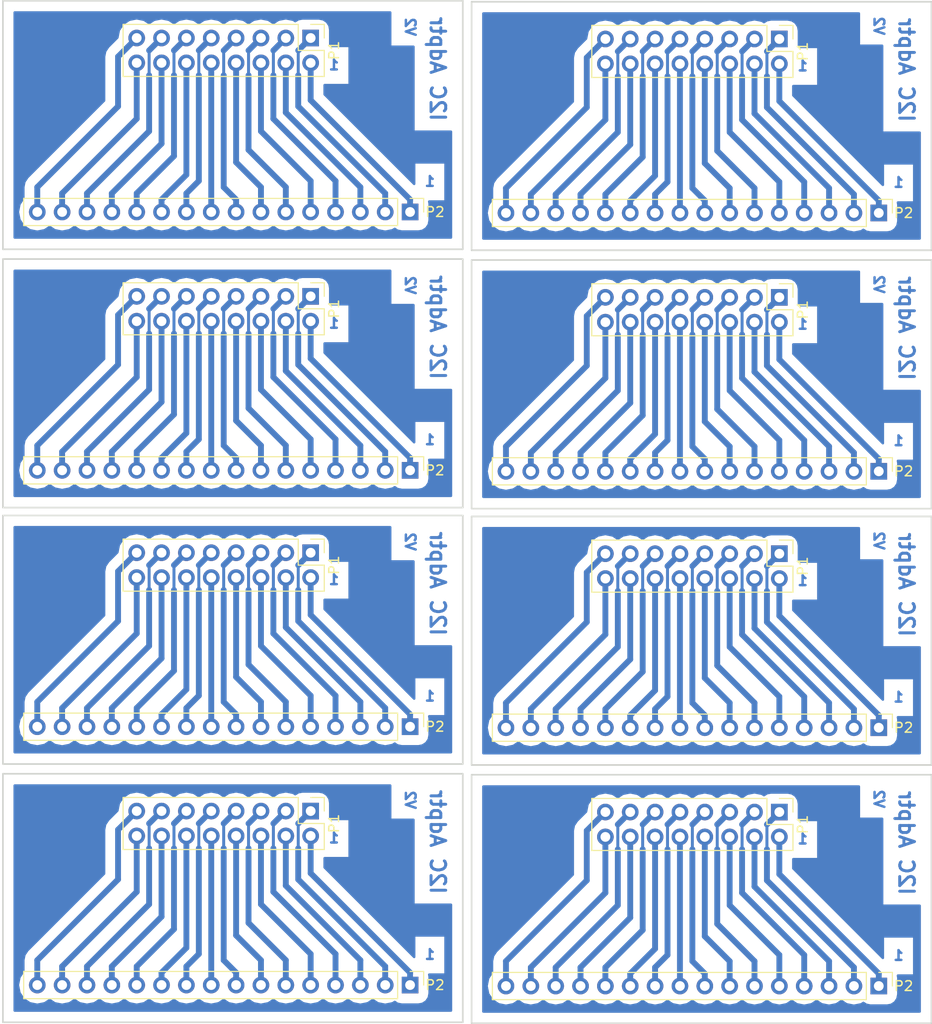
<source format=kicad_pcb>
(kicad_pcb (version 4) (host pcbnew 4.0.5)

  (general
    (links 240)
    (no_connects 112)
    (area 80.87 24.154999 176.435001 129.253333)
    (thickness 1.6)
    (drawings 96)
    (tracks 560)
    (zones 0)
    (modules 16)
    (nets 17)
  )

  (page A4)
  (layers
    (0 F.Cu signal)
    (31 B.Cu signal)
    (32 B.Adhes user)
    (33 F.Adhes user)
    (34 B.Paste user)
    (35 F.Paste user)
    (36 B.SilkS user)
    (37 F.SilkS user)
    (38 B.Mask user)
    (39 F.Mask user)
    (40 Dwgs.User user)
    (41 Cmts.User user)
    (42 Eco1.User user)
    (43 Eco2.User user)
    (44 Edge.Cuts user)
    (45 Margin user)
    (46 B.CrtYd user)
    (47 F.CrtYd user)
    (48 B.Fab user)
    (49 F.Fab user)
  )

  (setup
    (last_trace_width 0.3)
    (user_trace_width 0.25)
    (user_trace_width 0.3)
    (user_trace_width 0.4)
    (user_trace_width 0.5)
    (user_trace_width 0.6)
    (trace_clearance 0.2)
    (zone_clearance 1)
    (zone_45_only no)
    (trace_min 0.2)
    (segment_width 0.2)
    (edge_width 0.15)
    (via_size 0.6)
    (via_drill 0.4)
    (via_min_size 0.4)
    (via_min_drill 0.3)
    (uvia_size 0.3)
    (uvia_drill 0.1)
    (uvias_allowed no)
    (uvia_min_size 0.2)
    (uvia_min_drill 0.1)
    (pcb_text_width 0.3)
    (pcb_text_size 1.5 1.5)
    (mod_edge_width 0.15)
    (mod_text_size 1 1)
    (mod_text_width 0.15)
    (pad_size 1.524 1.524)
    (pad_drill 0.762)
    (pad_to_mask_clearance 0.2)
    (aux_axis_origin 0 0)
    (visible_elements 7FFFF7FF)
    (pcbplotparams
      (layerselection 0x00000_80000000)
      (usegerberextensions false)
      (excludeedgelayer false)
      (linewidth 0.100000)
      (plotframeref false)
      (viasonmask false)
      (mode 1)
      (useauxorigin false)
      (hpglpennumber 1)
      (hpglpenspeed 20)
      (hpglpendiameter 15)
      (hpglpenoverlay 2)
      (psnegative false)
      (psa4output false)
      (plotreference false)
      (plotvalue false)
      (plotinvisibletext false)
      (padsonsilk false)
      (subtractmaskfromsilk false)
      (outputformat 4)
      (mirror false)
      (drillshape 0)
      (scaleselection 1)
      (outputdirectory ""))
  )

  (net 0 "")
  (net 1 "Net-(P1-Pad1)")
  (net 2 "Net-(P1-Pad2)")
  (net 3 "Net-(P1-Pad3)")
  (net 4 "Net-(P1-Pad4)")
  (net 5 "Net-(P1-Pad5)")
  (net 6 "Net-(P1-Pad6)")
  (net 7 "Net-(P1-Pad7)")
  (net 8 "Net-(P1-Pad8)")
  (net 9 "Net-(P1-Pad9)")
  (net 10 "Net-(P1-Pad10)")
  (net 11 "Net-(P1-Pad11)")
  (net 12 "Net-(P1-Pad12)")
  (net 13 "Net-(P1-Pad13)")
  (net 14 "Net-(P1-Pad14)")
  (net 15 "Net-(P1-Pad15)")
  (net 16 "Net-(P1-Pad16)")

  (net_class Default "This is the default net class."
    (clearance 0.2)
    (trace_width 0.6)
    (via_dia 0.6)
    (via_drill 0.4)
    (uvia_dia 0.3)
    (uvia_drill 0.1)
    (add_net "Net-(P1-Pad1)")
    (add_net "Net-(P1-Pad10)")
    (add_net "Net-(P1-Pad11)")
    (add_net "Net-(P1-Pad12)")
    (add_net "Net-(P1-Pad13)")
    (add_net "Net-(P1-Pad14)")
    (add_net "Net-(P1-Pad15)")
    (add_net "Net-(P1-Pad16)")
    (add_net "Net-(P1-Pad2)")
    (add_net "Net-(P1-Pad3)")
    (add_net "Net-(P1-Pad4)")
    (add_net "Net-(P1-Pad5)")
    (add_net "Net-(P1-Pad6)")
    (add_net "Net-(P1-Pad7)")
    (add_net "Net-(P1-Pad8)")
    (add_net "Net-(P1-Pad9)")
  )

  (module Pin_Header_Straight_2x08_Pitch2.54mm (layer F.Cu) (tedit 58BEE301) (tstamp 58C10375)
    (at 160.52 53.84 270)
    (descr "Through hole straight pin header, 2x08, 2.54mm pitch, double rows")
    (tags "Through hole pin header THT 2x08 2.54mm double row")
    (path /5884D928)
    (fp_text reference P1 (at 1.27 -2.39 270) (layer F.SilkS)
      (effects (font (size 1 1) (thickness 0.15)))
    )
    (fp_text value CONN_02X08 (at 1.27 20.17 270) (layer F.Fab)
      (effects (font (size 1 1) (thickness 0.15)))
    )
    (fp_line (start -1.27 -1.27) (end -1.27 19.05) (layer F.Fab) (width 0.1))
    (fp_line (start -1.27 19.05) (end 3.81 19.05) (layer F.Fab) (width 0.1))
    (fp_line (start 3.81 19.05) (end 3.81 -1.27) (layer F.Fab) (width 0.1))
    (fp_line (start 3.81 -1.27) (end -1.27 -1.27) (layer F.Fab) (width 0.1))
    (fp_line (start -1.39 1.27) (end -1.39 19.17) (layer F.SilkS) (width 0.12))
    (fp_line (start -1.39 19.17) (end 3.93 19.17) (layer F.SilkS) (width 0.12))
    (fp_line (start 3.93 19.17) (end 3.93 -1.39) (layer F.SilkS) (width 0.12))
    (fp_line (start 3.93 -1.39) (end 1.27 -1.39) (layer F.SilkS) (width 0.12))
    (fp_line (start 1.27 -1.39) (end 1.27 1.27) (layer F.SilkS) (width 0.12))
    (fp_line (start 1.27 1.27) (end -1.39 1.27) (layer F.SilkS) (width 0.12))
    (fp_line (start -1.39 0) (end -1.39 -1.39) (layer F.SilkS) (width 0.12))
    (fp_line (start -1.39 -1.39) (end 0 -1.39) (layer F.SilkS) (width 0.12))
    (fp_line (start -1.6 -1.6) (end -1.6 19.3) (layer F.CrtYd) (width 0.05))
    (fp_line (start -1.6 19.3) (end 4.1 19.3) (layer F.CrtYd) (width 0.05))
    (fp_line (start 4.1 19.3) (end 4.1 -1.6) (layer F.CrtYd) (width 0.05))
    (fp_line (start 4.1 -1.6) (end -1.6 -1.6) (layer F.CrtYd) (width 0.05))
    (pad 2 thru_hole rect (at 0 0 270) (size 1.7 1.7) (drill 1) (layers *.Cu *.Mask)
      (net 2 "Net-(P1-Pad2)"))
    (pad 1 thru_hole oval (at 2.54 0 270) (size 1.7 1.7) (drill 1) (layers *.Cu *.Mask)
      (net 1 "Net-(P1-Pad1)"))
    (pad 4 thru_hole oval (at 0 2.54 270) (size 1.7 1.7) (drill 1) (layers *.Cu *.Mask)
      (net 4 "Net-(P1-Pad4)"))
    (pad 3 thru_hole oval (at 2.54 2.54 270) (size 1.7 1.7) (drill 1) (layers *.Cu *.Mask)
      (net 3 "Net-(P1-Pad3)"))
    (pad 6 thru_hole oval (at 0 5.08 270) (size 1.7 1.7) (drill 1) (layers *.Cu *.Mask)
      (net 6 "Net-(P1-Pad6)"))
    (pad 5 thru_hole oval (at 2.54 5.08 270) (size 1.7 1.7) (drill 1) (layers *.Cu *.Mask)
      (net 5 "Net-(P1-Pad5)"))
    (pad 8 thru_hole oval (at 0 7.62 270) (size 1.7 1.7) (drill 1) (layers *.Cu *.Mask)
      (net 8 "Net-(P1-Pad8)"))
    (pad 7 thru_hole oval (at 2.54 7.62 270) (size 1.7 1.7) (drill 1) (layers *.Cu *.Mask)
      (net 7 "Net-(P1-Pad7)"))
    (pad 10 thru_hole oval (at 0 10.16 270) (size 1.7 1.7) (drill 1) (layers *.Cu *.Mask)
      (net 10 "Net-(P1-Pad10)"))
    (pad 9 thru_hole oval (at 2.54 10.16 270) (size 1.7 1.7) (drill 1) (layers *.Cu *.Mask)
      (net 9 "Net-(P1-Pad9)"))
    (pad 12 thru_hole oval (at 0 12.7 270) (size 1.7 1.7) (drill 1) (layers *.Cu *.Mask)
      (net 12 "Net-(P1-Pad12)"))
    (pad 11 thru_hole oval (at 2.54 12.7 270) (size 1.7 1.7) (drill 1) (layers *.Cu *.Mask)
      (net 11 "Net-(P1-Pad11)"))
    (pad 14 thru_hole oval (at 0 15.24 270) (size 1.7 1.7) (drill 1) (layers *.Cu *.Mask)
      (net 14 "Net-(P1-Pad14)"))
    (pad 13 thru_hole oval (at 2.54 15.24 270) (size 1.7 1.7) (drill 1) (layers *.Cu *.Mask)
      (net 13 "Net-(P1-Pad13)"))
    (pad 16 thru_hole oval (at 0 17.78 270) (size 1.7 1.7) (drill 1) (layers *.Cu *.Mask)
      (net 16 "Net-(P1-Pad16)"))
    (pad 15 thru_hole oval (at 2.54 17.78 270) (size 1.7 1.7) (drill 1) (layers *.Cu *.Mask)
      (net 15 "Net-(P1-Pad15)"))
    (model Pin_Headers.3dshapes/Pin_Header_Straight_2x08_Pitch2.54mm.wrl
      (at (xyz 0.05 -0.35 0))
      (scale (xyz 1 1 1))
      (rotate (xyz 0 0 90))
    )
  )

  (module Pin_Headers:Pin_Header_Straight_1x16_Pitch2.54mm (layer F.Cu) (tedit 5884E549) (tstamp 58C10354)
    (at 170.68 71.62 270)
    (descr "Through hole straight pin header, 1x16, 2.54mm pitch, single row")
    (tags "Through hole pin header THT 1x16 2.54mm single row")
    (path /5884D737)
    (fp_text reference P2 (at 0 -2.54 360) (layer F.SilkS)
      (effects (font (size 1 1) (thickness 0.15)))
    )
    (fp_text value CONN_01X16 (at 0 40.49 270) (layer F.Fab) hide
      (effects (font (size 1 1) (thickness 0.15)))
    )
    (fp_line (start -1.27 -1.27) (end -1.27 39.37) (layer F.Fab) (width 0.1))
    (fp_line (start -1.27 39.37) (end 1.27 39.37) (layer F.Fab) (width 0.1))
    (fp_line (start 1.27 39.37) (end 1.27 -1.27) (layer F.Fab) (width 0.1))
    (fp_line (start 1.27 -1.27) (end -1.27 -1.27) (layer F.Fab) (width 0.1))
    (fp_line (start -1.39 1.27) (end -1.39 39.49) (layer F.SilkS) (width 0.12))
    (fp_line (start -1.39 39.49) (end 1.39 39.49) (layer F.SilkS) (width 0.12))
    (fp_line (start 1.39 39.49) (end 1.39 1.27) (layer F.SilkS) (width 0.12))
    (fp_line (start 1.39 1.27) (end -1.39 1.27) (layer F.SilkS) (width 0.12))
    (fp_line (start -1.39 0) (end -1.39 -1.39) (layer F.SilkS) (width 0.12))
    (fp_line (start -1.39 -1.39) (end 0 -1.39) (layer F.SilkS) (width 0.12))
    (fp_line (start -1.6 -1.6) (end -1.6 39.7) (layer F.CrtYd) (width 0.05))
    (fp_line (start -1.6 39.7) (end 1.6 39.7) (layer F.CrtYd) (width 0.05))
    (fp_line (start 1.6 39.7) (end 1.6 -1.6) (layer F.CrtYd) (width 0.05))
    (fp_line (start 1.6 -1.6) (end -1.6 -1.6) (layer F.CrtYd) (width 0.05))
    (pad 1 thru_hole rect (at 0 0 270) (size 1.7 1.7) (drill 1) (layers *.Cu *.Mask)
      (net 1 "Net-(P1-Pad1)"))
    (pad 2 thru_hole oval (at 0 2.54 270) (size 1.7 1.7) (drill 1) (layers *.Cu *.Mask)
      (net 2 "Net-(P1-Pad2)"))
    (pad 3 thru_hole oval (at 0 5.08 270) (size 1.7 1.7) (drill 1) (layers *.Cu *.Mask)
      (net 3 "Net-(P1-Pad3)"))
    (pad 4 thru_hole oval (at 0 7.62 270) (size 1.7 1.7) (drill 1) (layers *.Cu *.Mask)
      (net 4 "Net-(P1-Pad4)"))
    (pad 5 thru_hole oval (at 0 10.16 270) (size 1.7 1.7) (drill 1) (layers *.Cu *.Mask)
      (net 5 "Net-(P1-Pad5)"))
    (pad 6 thru_hole oval (at 0 12.7 270) (size 1.7 1.7) (drill 1) (layers *.Cu *.Mask)
      (net 6 "Net-(P1-Pad6)"))
    (pad 7 thru_hole oval (at 0 15.24 270) (size 1.7 1.7) (drill 1) (layers *.Cu *.Mask)
      (net 7 "Net-(P1-Pad7)"))
    (pad 8 thru_hole oval (at 0 17.78 270) (size 1.7 1.7) (drill 1) (layers *.Cu *.Mask)
      (net 8 "Net-(P1-Pad8)"))
    (pad 9 thru_hole oval (at 0 20.32 270) (size 1.7 1.7) (drill 1) (layers *.Cu *.Mask)
      (net 9 "Net-(P1-Pad9)"))
    (pad 10 thru_hole oval (at 0 22.86 270) (size 1.7 1.7) (drill 1) (layers *.Cu *.Mask)
      (net 10 "Net-(P1-Pad10)"))
    (pad 11 thru_hole oval (at 0 25.4 270) (size 1.7 1.7) (drill 1) (layers *.Cu *.Mask)
      (net 11 "Net-(P1-Pad11)"))
    (pad 12 thru_hole oval (at 0 27.94 270) (size 1.7 1.7) (drill 1) (layers *.Cu *.Mask)
      (net 12 "Net-(P1-Pad12)"))
    (pad 13 thru_hole oval (at 0 30.48 270) (size 1.7 1.7) (drill 1) (layers *.Cu *.Mask)
      (net 13 "Net-(P1-Pad13)"))
    (pad 14 thru_hole oval (at 0 33.02 270) (size 1.7 1.7) (drill 1) (layers *.Cu *.Mask)
      (net 14 "Net-(P1-Pad14)"))
    (pad 15 thru_hole oval (at 0 35.56 270) (size 1.7 1.7) (drill 1) (layers *.Cu *.Mask)
      (net 15 "Net-(P1-Pad15)"))
    (pad 16 thru_hole oval (at 0 38.1 270) (size 1.7 1.7) (drill 1) (layers *.Cu *.Mask)
      (net 16 "Net-(P1-Pad16)"))
    (model Pin_Headers.3dshapes/Pin_Header_Straight_1x16_Pitch2.54mm.wrl
      (at (xyz 0 -0.75 0))
      (scale (xyz 1 1 1))
      (rotate (xyz 0 0 90))
    )
  )

  (module Pin_Headers:Pin_Header_Straight_1x16_Pitch2.54mm (layer F.Cu) (tedit 5884E549) (tstamp 58C10333)
    (at 122.78 71.52 270)
    (descr "Through hole straight pin header, 1x16, 2.54mm pitch, single row")
    (tags "Through hole pin header THT 1x16 2.54mm single row")
    (path /5884D737)
    (fp_text reference P2 (at 0 -2.54 360) (layer F.SilkS)
      (effects (font (size 1 1) (thickness 0.15)))
    )
    (fp_text value CONN_01X16 (at 0 40.49 270) (layer F.Fab) hide
      (effects (font (size 1 1) (thickness 0.15)))
    )
    (fp_line (start -1.27 -1.27) (end -1.27 39.37) (layer F.Fab) (width 0.1))
    (fp_line (start -1.27 39.37) (end 1.27 39.37) (layer F.Fab) (width 0.1))
    (fp_line (start 1.27 39.37) (end 1.27 -1.27) (layer F.Fab) (width 0.1))
    (fp_line (start 1.27 -1.27) (end -1.27 -1.27) (layer F.Fab) (width 0.1))
    (fp_line (start -1.39 1.27) (end -1.39 39.49) (layer F.SilkS) (width 0.12))
    (fp_line (start -1.39 39.49) (end 1.39 39.49) (layer F.SilkS) (width 0.12))
    (fp_line (start 1.39 39.49) (end 1.39 1.27) (layer F.SilkS) (width 0.12))
    (fp_line (start 1.39 1.27) (end -1.39 1.27) (layer F.SilkS) (width 0.12))
    (fp_line (start -1.39 0) (end -1.39 -1.39) (layer F.SilkS) (width 0.12))
    (fp_line (start -1.39 -1.39) (end 0 -1.39) (layer F.SilkS) (width 0.12))
    (fp_line (start -1.6 -1.6) (end -1.6 39.7) (layer F.CrtYd) (width 0.05))
    (fp_line (start -1.6 39.7) (end 1.6 39.7) (layer F.CrtYd) (width 0.05))
    (fp_line (start 1.6 39.7) (end 1.6 -1.6) (layer F.CrtYd) (width 0.05))
    (fp_line (start 1.6 -1.6) (end -1.6 -1.6) (layer F.CrtYd) (width 0.05))
    (pad 1 thru_hole rect (at 0 0 270) (size 1.7 1.7) (drill 1) (layers *.Cu *.Mask)
      (net 1 "Net-(P1-Pad1)"))
    (pad 2 thru_hole oval (at 0 2.54 270) (size 1.7 1.7) (drill 1) (layers *.Cu *.Mask)
      (net 2 "Net-(P1-Pad2)"))
    (pad 3 thru_hole oval (at 0 5.08 270) (size 1.7 1.7) (drill 1) (layers *.Cu *.Mask)
      (net 3 "Net-(P1-Pad3)"))
    (pad 4 thru_hole oval (at 0 7.62 270) (size 1.7 1.7) (drill 1) (layers *.Cu *.Mask)
      (net 4 "Net-(P1-Pad4)"))
    (pad 5 thru_hole oval (at 0 10.16 270) (size 1.7 1.7) (drill 1) (layers *.Cu *.Mask)
      (net 5 "Net-(P1-Pad5)"))
    (pad 6 thru_hole oval (at 0 12.7 270) (size 1.7 1.7) (drill 1) (layers *.Cu *.Mask)
      (net 6 "Net-(P1-Pad6)"))
    (pad 7 thru_hole oval (at 0 15.24 270) (size 1.7 1.7) (drill 1) (layers *.Cu *.Mask)
      (net 7 "Net-(P1-Pad7)"))
    (pad 8 thru_hole oval (at 0 17.78 270) (size 1.7 1.7) (drill 1) (layers *.Cu *.Mask)
      (net 8 "Net-(P1-Pad8)"))
    (pad 9 thru_hole oval (at 0 20.32 270) (size 1.7 1.7) (drill 1) (layers *.Cu *.Mask)
      (net 9 "Net-(P1-Pad9)"))
    (pad 10 thru_hole oval (at 0 22.86 270) (size 1.7 1.7) (drill 1) (layers *.Cu *.Mask)
      (net 10 "Net-(P1-Pad10)"))
    (pad 11 thru_hole oval (at 0 25.4 270) (size 1.7 1.7) (drill 1) (layers *.Cu *.Mask)
      (net 11 "Net-(P1-Pad11)"))
    (pad 12 thru_hole oval (at 0 27.94 270) (size 1.7 1.7) (drill 1) (layers *.Cu *.Mask)
      (net 12 "Net-(P1-Pad12)"))
    (pad 13 thru_hole oval (at 0 30.48 270) (size 1.7 1.7) (drill 1) (layers *.Cu *.Mask)
      (net 13 "Net-(P1-Pad13)"))
    (pad 14 thru_hole oval (at 0 33.02 270) (size 1.7 1.7) (drill 1) (layers *.Cu *.Mask)
      (net 14 "Net-(P1-Pad14)"))
    (pad 15 thru_hole oval (at 0 35.56 270) (size 1.7 1.7) (drill 1) (layers *.Cu *.Mask)
      (net 15 "Net-(P1-Pad15)"))
    (pad 16 thru_hole oval (at 0 38.1 270) (size 1.7 1.7) (drill 1) (layers *.Cu *.Mask)
      (net 16 "Net-(P1-Pad16)"))
    (model Pin_Headers.3dshapes/Pin_Header_Straight_1x16_Pitch2.54mm.wrl
      (at (xyz 0 -0.75 0))
      (scale (xyz 1 1 1))
      (rotate (xyz 0 0 90))
    )
  )

  (module Pin_Header_Straight_2x08_Pitch2.54mm (layer F.Cu) (tedit 58BEE301) (tstamp 58C10310)
    (at 112.62 53.74 270)
    (descr "Through hole straight pin header, 2x08, 2.54mm pitch, double rows")
    (tags "Through hole pin header THT 2x08 2.54mm double row")
    (path /5884D928)
    (fp_text reference P1 (at 1.27 -2.39 270) (layer F.SilkS)
      (effects (font (size 1 1) (thickness 0.15)))
    )
    (fp_text value CONN_02X08 (at 1.27 20.17 270) (layer F.Fab)
      (effects (font (size 1 1) (thickness 0.15)))
    )
    (fp_line (start -1.27 -1.27) (end -1.27 19.05) (layer F.Fab) (width 0.1))
    (fp_line (start -1.27 19.05) (end 3.81 19.05) (layer F.Fab) (width 0.1))
    (fp_line (start 3.81 19.05) (end 3.81 -1.27) (layer F.Fab) (width 0.1))
    (fp_line (start 3.81 -1.27) (end -1.27 -1.27) (layer F.Fab) (width 0.1))
    (fp_line (start -1.39 1.27) (end -1.39 19.17) (layer F.SilkS) (width 0.12))
    (fp_line (start -1.39 19.17) (end 3.93 19.17) (layer F.SilkS) (width 0.12))
    (fp_line (start 3.93 19.17) (end 3.93 -1.39) (layer F.SilkS) (width 0.12))
    (fp_line (start 3.93 -1.39) (end 1.27 -1.39) (layer F.SilkS) (width 0.12))
    (fp_line (start 1.27 -1.39) (end 1.27 1.27) (layer F.SilkS) (width 0.12))
    (fp_line (start 1.27 1.27) (end -1.39 1.27) (layer F.SilkS) (width 0.12))
    (fp_line (start -1.39 0) (end -1.39 -1.39) (layer F.SilkS) (width 0.12))
    (fp_line (start -1.39 -1.39) (end 0 -1.39) (layer F.SilkS) (width 0.12))
    (fp_line (start -1.6 -1.6) (end -1.6 19.3) (layer F.CrtYd) (width 0.05))
    (fp_line (start -1.6 19.3) (end 4.1 19.3) (layer F.CrtYd) (width 0.05))
    (fp_line (start 4.1 19.3) (end 4.1 -1.6) (layer F.CrtYd) (width 0.05))
    (fp_line (start 4.1 -1.6) (end -1.6 -1.6) (layer F.CrtYd) (width 0.05))
    (pad 2 thru_hole rect (at 0 0 270) (size 1.7 1.7) (drill 1) (layers *.Cu *.Mask)
      (net 2 "Net-(P1-Pad2)"))
    (pad 1 thru_hole oval (at 2.54 0 270) (size 1.7 1.7) (drill 1) (layers *.Cu *.Mask)
      (net 1 "Net-(P1-Pad1)"))
    (pad 4 thru_hole oval (at 0 2.54 270) (size 1.7 1.7) (drill 1) (layers *.Cu *.Mask)
      (net 4 "Net-(P1-Pad4)"))
    (pad 3 thru_hole oval (at 2.54 2.54 270) (size 1.7 1.7) (drill 1) (layers *.Cu *.Mask)
      (net 3 "Net-(P1-Pad3)"))
    (pad 6 thru_hole oval (at 0 5.08 270) (size 1.7 1.7) (drill 1) (layers *.Cu *.Mask)
      (net 6 "Net-(P1-Pad6)"))
    (pad 5 thru_hole oval (at 2.54 5.08 270) (size 1.7 1.7) (drill 1) (layers *.Cu *.Mask)
      (net 5 "Net-(P1-Pad5)"))
    (pad 8 thru_hole oval (at 0 7.62 270) (size 1.7 1.7) (drill 1) (layers *.Cu *.Mask)
      (net 8 "Net-(P1-Pad8)"))
    (pad 7 thru_hole oval (at 2.54 7.62 270) (size 1.7 1.7) (drill 1) (layers *.Cu *.Mask)
      (net 7 "Net-(P1-Pad7)"))
    (pad 10 thru_hole oval (at 0 10.16 270) (size 1.7 1.7) (drill 1) (layers *.Cu *.Mask)
      (net 10 "Net-(P1-Pad10)"))
    (pad 9 thru_hole oval (at 2.54 10.16 270) (size 1.7 1.7) (drill 1) (layers *.Cu *.Mask)
      (net 9 "Net-(P1-Pad9)"))
    (pad 12 thru_hole oval (at 0 12.7 270) (size 1.7 1.7) (drill 1) (layers *.Cu *.Mask)
      (net 12 "Net-(P1-Pad12)"))
    (pad 11 thru_hole oval (at 2.54 12.7 270) (size 1.7 1.7) (drill 1) (layers *.Cu *.Mask)
      (net 11 "Net-(P1-Pad11)"))
    (pad 14 thru_hole oval (at 0 15.24 270) (size 1.7 1.7) (drill 1) (layers *.Cu *.Mask)
      (net 14 "Net-(P1-Pad14)"))
    (pad 13 thru_hole oval (at 2.54 15.24 270) (size 1.7 1.7) (drill 1) (layers *.Cu *.Mask)
      (net 13 "Net-(P1-Pad13)"))
    (pad 16 thru_hole oval (at 0 17.78 270) (size 1.7 1.7) (drill 1) (layers *.Cu *.Mask)
      (net 16 "Net-(P1-Pad16)"))
    (pad 15 thru_hole oval (at 2.54 17.78 270) (size 1.7 1.7) (drill 1) (layers *.Cu *.Mask)
      (net 15 "Net-(P1-Pad15)"))
    (model Pin_Headers.3dshapes/Pin_Header_Straight_2x08_Pitch2.54mm.wrl
      (at (xyz 0.05 -0.35 0))
      (scale (xyz 1 1 1))
      (rotate (xyz 0 0 90))
    )
  )

  (module Pin_Header_Straight_2x08_Pitch2.54mm (layer F.Cu) (tedit 58BEE301) (tstamp 58C102ED)
    (at 112.62 27.34 270)
    (descr "Through hole straight pin header, 2x08, 2.54mm pitch, double rows")
    (tags "Through hole pin header THT 2x08 2.54mm double row")
    (path /5884D928)
    (fp_text reference P1 (at 1.27 -2.39 270) (layer F.SilkS)
      (effects (font (size 1 1) (thickness 0.15)))
    )
    (fp_text value CONN_02X08 (at 1.27 20.17 270) (layer F.Fab)
      (effects (font (size 1 1) (thickness 0.15)))
    )
    (fp_line (start -1.27 -1.27) (end -1.27 19.05) (layer F.Fab) (width 0.1))
    (fp_line (start -1.27 19.05) (end 3.81 19.05) (layer F.Fab) (width 0.1))
    (fp_line (start 3.81 19.05) (end 3.81 -1.27) (layer F.Fab) (width 0.1))
    (fp_line (start 3.81 -1.27) (end -1.27 -1.27) (layer F.Fab) (width 0.1))
    (fp_line (start -1.39 1.27) (end -1.39 19.17) (layer F.SilkS) (width 0.12))
    (fp_line (start -1.39 19.17) (end 3.93 19.17) (layer F.SilkS) (width 0.12))
    (fp_line (start 3.93 19.17) (end 3.93 -1.39) (layer F.SilkS) (width 0.12))
    (fp_line (start 3.93 -1.39) (end 1.27 -1.39) (layer F.SilkS) (width 0.12))
    (fp_line (start 1.27 -1.39) (end 1.27 1.27) (layer F.SilkS) (width 0.12))
    (fp_line (start 1.27 1.27) (end -1.39 1.27) (layer F.SilkS) (width 0.12))
    (fp_line (start -1.39 0) (end -1.39 -1.39) (layer F.SilkS) (width 0.12))
    (fp_line (start -1.39 -1.39) (end 0 -1.39) (layer F.SilkS) (width 0.12))
    (fp_line (start -1.6 -1.6) (end -1.6 19.3) (layer F.CrtYd) (width 0.05))
    (fp_line (start -1.6 19.3) (end 4.1 19.3) (layer F.CrtYd) (width 0.05))
    (fp_line (start 4.1 19.3) (end 4.1 -1.6) (layer F.CrtYd) (width 0.05))
    (fp_line (start 4.1 -1.6) (end -1.6 -1.6) (layer F.CrtYd) (width 0.05))
    (pad 2 thru_hole rect (at 0 0 270) (size 1.7 1.7) (drill 1) (layers *.Cu *.Mask)
      (net 2 "Net-(P1-Pad2)"))
    (pad 1 thru_hole oval (at 2.54 0 270) (size 1.7 1.7) (drill 1) (layers *.Cu *.Mask)
      (net 1 "Net-(P1-Pad1)"))
    (pad 4 thru_hole oval (at 0 2.54 270) (size 1.7 1.7) (drill 1) (layers *.Cu *.Mask)
      (net 4 "Net-(P1-Pad4)"))
    (pad 3 thru_hole oval (at 2.54 2.54 270) (size 1.7 1.7) (drill 1) (layers *.Cu *.Mask)
      (net 3 "Net-(P1-Pad3)"))
    (pad 6 thru_hole oval (at 0 5.08 270) (size 1.7 1.7) (drill 1) (layers *.Cu *.Mask)
      (net 6 "Net-(P1-Pad6)"))
    (pad 5 thru_hole oval (at 2.54 5.08 270) (size 1.7 1.7) (drill 1) (layers *.Cu *.Mask)
      (net 5 "Net-(P1-Pad5)"))
    (pad 8 thru_hole oval (at 0 7.62 270) (size 1.7 1.7) (drill 1) (layers *.Cu *.Mask)
      (net 8 "Net-(P1-Pad8)"))
    (pad 7 thru_hole oval (at 2.54 7.62 270) (size 1.7 1.7) (drill 1) (layers *.Cu *.Mask)
      (net 7 "Net-(P1-Pad7)"))
    (pad 10 thru_hole oval (at 0 10.16 270) (size 1.7 1.7) (drill 1) (layers *.Cu *.Mask)
      (net 10 "Net-(P1-Pad10)"))
    (pad 9 thru_hole oval (at 2.54 10.16 270) (size 1.7 1.7) (drill 1) (layers *.Cu *.Mask)
      (net 9 "Net-(P1-Pad9)"))
    (pad 12 thru_hole oval (at 0 12.7 270) (size 1.7 1.7) (drill 1) (layers *.Cu *.Mask)
      (net 12 "Net-(P1-Pad12)"))
    (pad 11 thru_hole oval (at 2.54 12.7 270) (size 1.7 1.7) (drill 1) (layers *.Cu *.Mask)
      (net 11 "Net-(P1-Pad11)"))
    (pad 14 thru_hole oval (at 0 15.24 270) (size 1.7 1.7) (drill 1) (layers *.Cu *.Mask)
      (net 14 "Net-(P1-Pad14)"))
    (pad 13 thru_hole oval (at 2.54 15.24 270) (size 1.7 1.7) (drill 1) (layers *.Cu *.Mask)
      (net 13 "Net-(P1-Pad13)"))
    (pad 16 thru_hole oval (at 0 17.78 270) (size 1.7 1.7) (drill 1) (layers *.Cu *.Mask)
      (net 16 "Net-(P1-Pad16)"))
    (pad 15 thru_hole oval (at 2.54 17.78 270) (size 1.7 1.7) (drill 1) (layers *.Cu *.Mask)
      (net 15 "Net-(P1-Pad15)"))
    (model Pin_Headers.3dshapes/Pin_Header_Straight_2x08_Pitch2.54mm.wrl
      (at (xyz 0.05 -0.35 0))
      (scale (xyz 1 1 1))
      (rotate (xyz 0 0 90))
    )
  )

  (module Pin_Headers:Pin_Header_Straight_1x16_Pitch2.54mm (layer F.Cu) (tedit 5884E549) (tstamp 58C102CC)
    (at 122.78 45.12 270)
    (descr "Through hole straight pin header, 1x16, 2.54mm pitch, single row")
    (tags "Through hole pin header THT 1x16 2.54mm single row")
    (path /5884D737)
    (fp_text reference P2 (at 0 -2.54 360) (layer F.SilkS)
      (effects (font (size 1 1) (thickness 0.15)))
    )
    (fp_text value CONN_01X16 (at 0 40.49 270) (layer F.Fab) hide
      (effects (font (size 1 1) (thickness 0.15)))
    )
    (fp_line (start -1.27 -1.27) (end -1.27 39.37) (layer F.Fab) (width 0.1))
    (fp_line (start -1.27 39.37) (end 1.27 39.37) (layer F.Fab) (width 0.1))
    (fp_line (start 1.27 39.37) (end 1.27 -1.27) (layer F.Fab) (width 0.1))
    (fp_line (start 1.27 -1.27) (end -1.27 -1.27) (layer F.Fab) (width 0.1))
    (fp_line (start -1.39 1.27) (end -1.39 39.49) (layer F.SilkS) (width 0.12))
    (fp_line (start -1.39 39.49) (end 1.39 39.49) (layer F.SilkS) (width 0.12))
    (fp_line (start 1.39 39.49) (end 1.39 1.27) (layer F.SilkS) (width 0.12))
    (fp_line (start 1.39 1.27) (end -1.39 1.27) (layer F.SilkS) (width 0.12))
    (fp_line (start -1.39 0) (end -1.39 -1.39) (layer F.SilkS) (width 0.12))
    (fp_line (start -1.39 -1.39) (end 0 -1.39) (layer F.SilkS) (width 0.12))
    (fp_line (start -1.6 -1.6) (end -1.6 39.7) (layer F.CrtYd) (width 0.05))
    (fp_line (start -1.6 39.7) (end 1.6 39.7) (layer F.CrtYd) (width 0.05))
    (fp_line (start 1.6 39.7) (end 1.6 -1.6) (layer F.CrtYd) (width 0.05))
    (fp_line (start 1.6 -1.6) (end -1.6 -1.6) (layer F.CrtYd) (width 0.05))
    (pad 1 thru_hole rect (at 0 0 270) (size 1.7 1.7) (drill 1) (layers *.Cu *.Mask)
      (net 1 "Net-(P1-Pad1)"))
    (pad 2 thru_hole oval (at 0 2.54 270) (size 1.7 1.7) (drill 1) (layers *.Cu *.Mask)
      (net 2 "Net-(P1-Pad2)"))
    (pad 3 thru_hole oval (at 0 5.08 270) (size 1.7 1.7) (drill 1) (layers *.Cu *.Mask)
      (net 3 "Net-(P1-Pad3)"))
    (pad 4 thru_hole oval (at 0 7.62 270) (size 1.7 1.7) (drill 1) (layers *.Cu *.Mask)
      (net 4 "Net-(P1-Pad4)"))
    (pad 5 thru_hole oval (at 0 10.16 270) (size 1.7 1.7) (drill 1) (layers *.Cu *.Mask)
      (net 5 "Net-(P1-Pad5)"))
    (pad 6 thru_hole oval (at 0 12.7 270) (size 1.7 1.7) (drill 1) (layers *.Cu *.Mask)
      (net 6 "Net-(P1-Pad6)"))
    (pad 7 thru_hole oval (at 0 15.24 270) (size 1.7 1.7) (drill 1) (layers *.Cu *.Mask)
      (net 7 "Net-(P1-Pad7)"))
    (pad 8 thru_hole oval (at 0 17.78 270) (size 1.7 1.7) (drill 1) (layers *.Cu *.Mask)
      (net 8 "Net-(P1-Pad8)"))
    (pad 9 thru_hole oval (at 0 20.32 270) (size 1.7 1.7) (drill 1) (layers *.Cu *.Mask)
      (net 9 "Net-(P1-Pad9)"))
    (pad 10 thru_hole oval (at 0 22.86 270) (size 1.7 1.7) (drill 1) (layers *.Cu *.Mask)
      (net 10 "Net-(P1-Pad10)"))
    (pad 11 thru_hole oval (at 0 25.4 270) (size 1.7 1.7) (drill 1) (layers *.Cu *.Mask)
      (net 11 "Net-(P1-Pad11)"))
    (pad 12 thru_hole oval (at 0 27.94 270) (size 1.7 1.7) (drill 1) (layers *.Cu *.Mask)
      (net 12 "Net-(P1-Pad12)"))
    (pad 13 thru_hole oval (at 0 30.48 270) (size 1.7 1.7) (drill 1) (layers *.Cu *.Mask)
      (net 13 "Net-(P1-Pad13)"))
    (pad 14 thru_hole oval (at 0 33.02 270) (size 1.7 1.7) (drill 1) (layers *.Cu *.Mask)
      (net 14 "Net-(P1-Pad14)"))
    (pad 15 thru_hole oval (at 0 35.56 270) (size 1.7 1.7) (drill 1) (layers *.Cu *.Mask)
      (net 15 "Net-(P1-Pad15)"))
    (pad 16 thru_hole oval (at 0 38.1 270) (size 1.7 1.7) (drill 1) (layers *.Cu *.Mask)
      (net 16 "Net-(P1-Pad16)"))
    (model Pin_Headers.3dshapes/Pin_Header_Straight_1x16_Pitch2.54mm.wrl
      (at (xyz 0 -0.75 0))
      (scale (xyz 1 1 1))
      (rotate (xyz 0 0 90))
    )
  )

  (module Pin_Headers:Pin_Header_Straight_1x16_Pitch2.54mm (layer F.Cu) (tedit 5884E549) (tstamp 58C102AB)
    (at 170.68 45.22 270)
    (descr "Through hole straight pin header, 1x16, 2.54mm pitch, single row")
    (tags "Through hole pin header THT 1x16 2.54mm single row")
    (path /5884D737)
    (fp_text reference P2 (at 0 -2.54 360) (layer F.SilkS)
      (effects (font (size 1 1) (thickness 0.15)))
    )
    (fp_text value CONN_01X16 (at 0 40.49 270) (layer F.Fab) hide
      (effects (font (size 1 1) (thickness 0.15)))
    )
    (fp_line (start -1.27 -1.27) (end -1.27 39.37) (layer F.Fab) (width 0.1))
    (fp_line (start -1.27 39.37) (end 1.27 39.37) (layer F.Fab) (width 0.1))
    (fp_line (start 1.27 39.37) (end 1.27 -1.27) (layer F.Fab) (width 0.1))
    (fp_line (start 1.27 -1.27) (end -1.27 -1.27) (layer F.Fab) (width 0.1))
    (fp_line (start -1.39 1.27) (end -1.39 39.49) (layer F.SilkS) (width 0.12))
    (fp_line (start -1.39 39.49) (end 1.39 39.49) (layer F.SilkS) (width 0.12))
    (fp_line (start 1.39 39.49) (end 1.39 1.27) (layer F.SilkS) (width 0.12))
    (fp_line (start 1.39 1.27) (end -1.39 1.27) (layer F.SilkS) (width 0.12))
    (fp_line (start -1.39 0) (end -1.39 -1.39) (layer F.SilkS) (width 0.12))
    (fp_line (start -1.39 -1.39) (end 0 -1.39) (layer F.SilkS) (width 0.12))
    (fp_line (start -1.6 -1.6) (end -1.6 39.7) (layer F.CrtYd) (width 0.05))
    (fp_line (start -1.6 39.7) (end 1.6 39.7) (layer F.CrtYd) (width 0.05))
    (fp_line (start 1.6 39.7) (end 1.6 -1.6) (layer F.CrtYd) (width 0.05))
    (fp_line (start 1.6 -1.6) (end -1.6 -1.6) (layer F.CrtYd) (width 0.05))
    (pad 1 thru_hole rect (at 0 0 270) (size 1.7 1.7) (drill 1) (layers *.Cu *.Mask)
      (net 1 "Net-(P1-Pad1)"))
    (pad 2 thru_hole oval (at 0 2.54 270) (size 1.7 1.7) (drill 1) (layers *.Cu *.Mask)
      (net 2 "Net-(P1-Pad2)"))
    (pad 3 thru_hole oval (at 0 5.08 270) (size 1.7 1.7) (drill 1) (layers *.Cu *.Mask)
      (net 3 "Net-(P1-Pad3)"))
    (pad 4 thru_hole oval (at 0 7.62 270) (size 1.7 1.7) (drill 1) (layers *.Cu *.Mask)
      (net 4 "Net-(P1-Pad4)"))
    (pad 5 thru_hole oval (at 0 10.16 270) (size 1.7 1.7) (drill 1) (layers *.Cu *.Mask)
      (net 5 "Net-(P1-Pad5)"))
    (pad 6 thru_hole oval (at 0 12.7 270) (size 1.7 1.7) (drill 1) (layers *.Cu *.Mask)
      (net 6 "Net-(P1-Pad6)"))
    (pad 7 thru_hole oval (at 0 15.24 270) (size 1.7 1.7) (drill 1) (layers *.Cu *.Mask)
      (net 7 "Net-(P1-Pad7)"))
    (pad 8 thru_hole oval (at 0 17.78 270) (size 1.7 1.7) (drill 1) (layers *.Cu *.Mask)
      (net 8 "Net-(P1-Pad8)"))
    (pad 9 thru_hole oval (at 0 20.32 270) (size 1.7 1.7) (drill 1) (layers *.Cu *.Mask)
      (net 9 "Net-(P1-Pad9)"))
    (pad 10 thru_hole oval (at 0 22.86 270) (size 1.7 1.7) (drill 1) (layers *.Cu *.Mask)
      (net 10 "Net-(P1-Pad10)"))
    (pad 11 thru_hole oval (at 0 25.4 270) (size 1.7 1.7) (drill 1) (layers *.Cu *.Mask)
      (net 11 "Net-(P1-Pad11)"))
    (pad 12 thru_hole oval (at 0 27.94 270) (size 1.7 1.7) (drill 1) (layers *.Cu *.Mask)
      (net 12 "Net-(P1-Pad12)"))
    (pad 13 thru_hole oval (at 0 30.48 270) (size 1.7 1.7) (drill 1) (layers *.Cu *.Mask)
      (net 13 "Net-(P1-Pad13)"))
    (pad 14 thru_hole oval (at 0 33.02 270) (size 1.7 1.7) (drill 1) (layers *.Cu *.Mask)
      (net 14 "Net-(P1-Pad14)"))
    (pad 15 thru_hole oval (at 0 35.56 270) (size 1.7 1.7) (drill 1) (layers *.Cu *.Mask)
      (net 15 "Net-(P1-Pad15)"))
    (pad 16 thru_hole oval (at 0 38.1 270) (size 1.7 1.7) (drill 1) (layers *.Cu *.Mask)
      (net 16 "Net-(P1-Pad16)"))
    (model Pin_Headers.3dshapes/Pin_Header_Straight_1x16_Pitch2.54mm.wrl
      (at (xyz 0 -0.75 0))
      (scale (xyz 1 1 1))
      (rotate (xyz 0 0 90))
    )
  )

  (module Pin_Header_Straight_2x08_Pitch2.54mm (layer F.Cu) (tedit 58BEE301) (tstamp 58C10288)
    (at 160.52 27.44 270)
    (descr "Through hole straight pin header, 2x08, 2.54mm pitch, double rows")
    (tags "Through hole pin header THT 2x08 2.54mm double row")
    (path /5884D928)
    (fp_text reference P1 (at 1.27 -2.39 270) (layer F.SilkS)
      (effects (font (size 1 1) (thickness 0.15)))
    )
    (fp_text value CONN_02X08 (at 1.27 20.17 270) (layer F.Fab)
      (effects (font (size 1 1) (thickness 0.15)))
    )
    (fp_line (start -1.27 -1.27) (end -1.27 19.05) (layer F.Fab) (width 0.1))
    (fp_line (start -1.27 19.05) (end 3.81 19.05) (layer F.Fab) (width 0.1))
    (fp_line (start 3.81 19.05) (end 3.81 -1.27) (layer F.Fab) (width 0.1))
    (fp_line (start 3.81 -1.27) (end -1.27 -1.27) (layer F.Fab) (width 0.1))
    (fp_line (start -1.39 1.27) (end -1.39 19.17) (layer F.SilkS) (width 0.12))
    (fp_line (start -1.39 19.17) (end 3.93 19.17) (layer F.SilkS) (width 0.12))
    (fp_line (start 3.93 19.17) (end 3.93 -1.39) (layer F.SilkS) (width 0.12))
    (fp_line (start 3.93 -1.39) (end 1.27 -1.39) (layer F.SilkS) (width 0.12))
    (fp_line (start 1.27 -1.39) (end 1.27 1.27) (layer F.SilkS) (width 0.12))
    (fp_line (start 1.27 1.27) (end -1.39 1.27) (layer F.SilkS) (width 0.12))
    (fp_line (start -1.39 0) (end -1.39 -1.39) (layer F.SilkS) (width 0.12))
    (fp_line (start -1.39 -1.39) (end 0 -1.39) (layer F.SilkS) (width 0.12))
    (fp_line (start -1.6 -1.6) (end -1.6 19.3) (layer F.CrtYd) (width 0.05))
    (fp_line (start -1.6 19.3) (end 4.1 19.3) (layer F.CrtYd) (width 0.05))
    (fp_line (start 4.1 19.3) (end 4.1 -1.6) (layer F.CrtYd) (width 0.05))
    (fp_line (start 4.1 -1.6) (end -1.6 -1.6) (layer F.CrtYd) (width 0.05))
    (pad 2 thru_hole rect (at 0 0 270) (size 1.7 1.7) (drill 1) (layers *.Cu *.Mask)
      (net 2 "Net-(P1-Pad2)"))
    (pad 1 thru_hole oval (at 2.54 0 270) (size 1.7 1.7) (drill 1) (layers *.Cu *.Mask)
      (net 1 "Net-(P1-Pad1)"))
    (pad 4 thru_hole oval (at 0 2.54 270) (size 1.7 1.7) (drill 1) (layers *.Cu *.Mask)
      (net 4 "Net-(P1-Pad4)"))
    (pad 3 thru_hole oval (at 2.54 2.54 270) (size 1.7 1.7) (drill 1) (layers *.Cu *.Mask)
      (net 3 "Net-(P1-Pad3)"))
    (pad 6 thru_hole oval (at 0 5.08 270) (size 1.7 1.7) (drill 1) (layers *.Cu *.Mask)
      (net 6 "Net-(P1-Pad6)"))
    (pad 5 thru_hole oval (at 2.54 5.08 270) (size 1.7 1.7) (drill 1) (layers *.Cu *.Mask)
      (net 5 "Net-(P1-Pad5)"))
    (pad 8 thru_hole oval (at 0 7.62 270) (size 1.7 1.7) (drill 1) (layers *.Cu *.Mask)
      (net 8 "Net-(P1-Pad8)"))
    (pad 7 thru_hole oval (at 2.54 7.62 270) (size 1.7 1.7) (drill 1) (layers *.Cu *.Mask)
      (net 7 "Net-(P1-Pad7)"))
    (pad 10 thru_hole oval (at 0 10.16 270) (size 1.7 1.7) (drill 1) (layers *.Cu *.Mask)
      (net 10 "Net-(P1-Pad10)"))
    (pad 9 thru_hole oval (at 2.54 10.16 270) (size 1.7 1.7) (drill 1) (layers *.Cu *.Mask)
      (net 9 "Net-(P1-Pad9)"))
    (pad 12 thru_hole oval (at 0 12.7 270) (size 1.7 1.7) (drill 1) (layers *.Cu *.Mask)
      (net 12 "Net-(P1-Pad12)"))
    (pad 11 thru_hole oval (at 2.54 12.7 270) (size 1.7 1.7) (drill 1) (layers *.Cu *.Mask)
      (net 11 "Net-(P1-Pad11)"))
    (pad 14 thru_hole oval (at 0 15.24 270) (size 1.7 1.7) (drill 1) (layers *.Cu *.Mask)
      (net 14 "Net-(P1-Pad14)"))
    (pad 13 thru_hole oval (at 2.54 15.24 270) (size 1.7 1.7) (drill 1) (layers *.Cu *.Mask)
      (net 13 "Net-(P1-Pad13)"))
    (pad 16 thru_hole oval (at 0 17.78 270) (size 1.7 1.7) (drill 1) (layers *.Cu *.Mask)
      (net 16 "Net-(P1-Pad16)"))
    (pad 15 thru_hole oval (at 2.54 17.78 270) (size 1.7 1.7) (drill 1) (layers *.Cu *.Mask)
      (net 15 "Net-(P1-Pad15)"))
    (model Pin_Headers.3dshapes/Pin_Header_Straight_2x08_Pitch2.54mm.wrl
      (at (xyz 0.05 -0.35 0))
      (scale (xyz 1 1 1))
      (rotate (xyz 0 0 90))
    )
  )

  (module Pin_Header_Straight_2x08_Pitch2.54mm (layer F.Cu) (tedit 58BEE301) (tstamp 58C101BF)
    (at 160.52 80.04 270)
    (descr "Through hole straight pin header, 2x08, 2.54mm pitch, double rows")
    (tags "Through hole pin header THT 2x08 2.54mm double row")
    (path /5884D928)
    (fp_text reference P1 (at 1.27 -2.39 270) (layer F.SilkS)
      (effects (font (size 1 1) (thickness 0.15)))
    )
    (fp_text value CONN_02X08 (at 1.27 20.17 270) (layer F.Fab)
      (effects (font (size 1 1) (thickness 0.15)))
    )
    (fp_line (start -1.27 -1.27) (end -1.27 19.05) (layer F.Fab) (width 0.1))
    (fp_line (start -1.27 19.05) (end 3.81 19.05) (layer F.Fab) (width 0.1))
    (fp_line (start 3.81 19.05) (end 3.81 -1.27) (layer F.Fab) (width 0.1))
    (fp_line (start 3.81 -1.27) (end -1.27 -1.27) (layer F.Fab) (width 0.1))
    (fp_line (start -1.39 1.27) (end -1.39 19.17) (layer F.SilkS) (width 0.12))
    (fp_line (start -1.39 19.17) (end 3.93 19.17) (layer F.SilkS) (width 0.12))
    (fp_line (start 3.93 19.17) (end 3.93 -1.39) (layer F.SilkS) (width 0.12))
    (fp_line (start 3.93 -1.39) (end 1.27 -1.39) (layer F.SilkS) (width 0.12))
    (fp_line (start 1.27 -1.39) (end 1.27 1.27) (layer F.SilkS) (width 0.12))
    (fp_line (start 1.27 1.27) (end -1.39 1.27) (layer F.SilkS) (width 0.12))
    (fp_line (start -1.39 0) (end -1.39 -1.39) (layer F.SilkS) (width 0.12))
    (fp_line (start -1.39 -1.39) (end 0 -1.39) (layer F.SilkS) (width 0.12))
    (fp_line (start -1.6 -1.6) (end -1.6 19.3) (layer F.CrtYd) (width 0.05))
    (fp_line (start -1.6 19.3) (end 4.1 19.3) (layer F.CrtYd) (width 0.05))
    (fp_line (start 4.1 19.3) (end 4.1 -1.6) (layer F.CrtYd) (width 0.05))
    (fp_line (start 4.1 -1.6) (end -1.6 -1.6) (layer F.CrtYd) (width 0.05))
    (pad 2 thru_hole rect (at 0 0 270) (size 1.7 1.7) (drill 1) (layers *.Cu *.Mask)
      (net 2 "Net-(P1-Pad2)"))
    (pad 1 thru_hole oval (at 2.54 0 270) (size 1.7 1.7) (drill 1) (layers *.Cu *.Mask)
      (net 1 "Net-(P1-Pad1)"))
    (pad 4 thru_hole oval (at 0 2.54 270) (size 1.7 1.7) (drill 1) (layers *.Cu *.Mask)
      (net 4 "Net-(P1-Pad4)"))
    (pad 3 thru_hole oval (at 2.54 2.54 270) (size 1.7 1.7) (drill 1) (layers *.Cu *.Mask)
      (net 3 "Net-(P1-Pad3)"))
    (pad 6 thru_hole oval (at 0 5.08 270) (size 1.7 1.7) (drill 1) (layers *.Cu *.Mask)
      (net 6 "Net-(P1-Pad6)"))
    (pad 5 thru_hole oval (at 2.54 5.08 270) (size 1.7 1.7) (drill 1) (layers *.Cu *.Mask)
      (net 5 "Net-(P1-Pad5)"))
    (pad 8 thru_hole oval (at 0 7.62 270) (size 1.7 1.7) (drill 1) (layers *.Cu *.Mask)
      (net 8 "Net-(P1-Pad8)"))
    (pad 7 thru_hole oval (at 2.54 7.62 270) (size 1.7 1.7) (drill 1) (layers *.Cu *.Mask)
      (net 7 "Net-(P1-Pad7)"))
    (pad 10 thru_hole oval (at 0 10.16 270) (size 1.7 1.7) (drill 1) (layers *.Cu *.Mask)
      (net 10 "Net-(P1-Pad10)"))
    (pad 9 thru_hole oval (at 2.54 10.16 270) (size 1.7 1.7) (drill 1) (layers *.Cu *.Mask)
      (net 9 "Net-(P1-Pad9)"))
    (pad 12 thru_hole oval (at 0 12.7 270) (size 1.7 1.7) (drill 1) (layers *.Cu *.Mask)
      (net 12 "Net-(P1-Pad12)"))
    (pad 11 thru_hole oval (at 2.54 12.7 270) (size 1.7 1.7) (drill 1) (layers *.Cu *.Mask)
      (net 11 "Net-(P1-Pad11)"))
    (pad 14 thru_hole oval (at 0 15.24 270) (size 1.7 1.7) (drill 1) (layers *.Cu *.Mask)
      (net 14 "Net-(P1-Pad14)"))
    (pad 13 thru_hole oval (at 2.54 15.24 270) (size 1.7 1.7) (drill 1) (layers *.Cu *.Mask)
      (net 13 "Net-(P1-Pad13)"))
    (pad 16 thru_hole oval (at 0 17.78 270) (size 1.7 1.7) (drill 1) (layers *.Cu *.Mask)
      (net 16 "Net-(P1-Pad16)"))
    (pad 15 thru_hole oval (at 2.54 17.78 270) (size 1.7 1.7) (drill 1) (layers *.Cu *.Mask)
      (net 15 "Net-(P1-Pad15)"))
    (model Pin_Headers.3dshapes/Pin_Header_Straight_2x08_Pitch2.54mm.wrl
      (at (xyz 0.05 -0.35 0))
      (scale (xyz 1 1 1))
      (rotate (xyz 0 0 90))
    )
  )

  (module Pin_Headers:Pin_Header_Straight_1x16_Pitch2.54mm (layer F.Cu) (tedit 5884E549) (tstamp 58C1019E)
    (at 170.68 97.82 270)
    (descr "Through hole straight pin header, 1x16, 2.54mm pitch, single row")
    (tags "Through hole pin header THT 1x16 2.54mm single row")
    (path /5884D737)
    (fp_text reference P2 (at 0 -2.54 360) (layer F.SilkS)
      (effects (font (size 1 1) (thickness 0.15)))
    )
    (fp_text value CONN_01X16 (at 0 40.49 270) (layer F.Fab) hide
      (effects (font (size 1 1) (thickness 0.15)))
    )
    (fp_line (start -1.27 -1.27) (end -1.27 39.37) (layer F.Fab) (width 0.1))
    (fp_line (start -1.27 39.37) (end 1.27 39.37) (layer F.Fab) (width 0.1))
    (fp_line (start 1.27 39.37) (end 1.27 -1.27) (layer F.Fab) (width 0.1))
    (fp_line (start 1.27 -1.27) (end -1.27 -1.27) (layer F.Fab) (width 0.1))
    (fp_line (start -1.39 1.27) (end -1.39 39.49) (layer F.SilkS) (width 0.12))
    (fp_line (start -1.39 39.49) (end 1.39 39.49) (layer F.SilkS) (width 0.12))
    (fp_line (start 1.39 39.49) (end 1.39 1.27) (layer F.SilkS) (width 0.12))
    (fp_line (start 1.39 1.27) (end -1.39 1.27) (layer F.SilkS) (width 0.12))
    (fp_line (start -1.39 0) (end -1.39 -1.39) (layer F.SilkS) (width 0.12))
    (fp_line (start -1.39 -1.39) (end 0 -1.39) (layer F.SilkS) (width 0.12))
    (fp_line (start -1.6 -1.6) (end -1.6 39.7) (layer F.CrtYd) (width 0.05))
    (fp_line (start -1.6 39.7) (end 1.6 39.7) (layer F.CrtYd) (width 0.05))
    (fp_line (start 1.6 39.7) (end 1.6 -1.6) (layer F.CrtYd) (width 0.05))
    (fp_line (start 1.6 -1.6) (end -1.6 -1.6) (layer F.CrtYd) (width 0.05))
    (pad 1 thru_hole rect (at 0 0 270) (size 1.7 1.7) (drill 1) (layers *.Cu *.Mask)
      (net 1 "Net-(P1-Pad1)"))
    (pad 2 thru_hole oval (at 0 2.54 270) (size 1.7 1.7) (drill 1) (layers *.Cu *.Mask)
      (net 2 "Net-(P1-Pad2)"))
    (pad 3 thru_hole oval (at 0 5.08 270) (size 1.7 1.7) (drill 1) (layers *.Cu *.Mask)
      (net 3 "Net-(P1-Pad3)"))
    (pad 4 thru_hole oval (at 0 7.62 270) (size 1.7 1.7) (drill 1) (layers *.Cu *.Mask)
      (net 4 "Net-(P1-Pad4)"))
    (pad 5 thru_hole oval (at 0 10.16 270) (size 1.7 1.7) (drill 1) (layers *.Cu *.Mask)
      (net 5 "Net-(P1-Pad5)"))
    (pad 6 thru_hole oval (at 0 12.7 270) (size 1.7 1.7) (drill 1) (layers *.Cu *.Mask)
      (net 6 "Net-(P1-Pad6)"))
    (pad 7 thru_hole oval (at 0 15.24 270) (size 1.7 1.7) (drill 1) (layers *.Cu *.Mask)
      (net 7 "Net-(P1-Pad7)"))
    (pad 8 thru_hole oval (at 0 17.78 270) (size 1.7 1.7) (drill 1) (layers *.Cu *.Mask)
      (net 8 "Net-(P1-Pad8)"))
    (pad 9 thru_hole oval (at 0 20.32 270) (size 1.7 1.7) (drill 1) (layers *.Cu *.Mask)
      (net 9 "Net-(P1-Pad9)"))
    (pad 10 thru_hole oval (at 0 22.86 270) (size 1.7 1.7) (drill 1) (layers *.Cu *.Mask)
      (net 10 "Net-(P1-Pad10)"))
    (pad 11 thru_hole oval (at 0 25.4 270) (size 1.7 1.7) (drill 1) (layers *.Cu *.Mask)
      (net 11 "Net-(P1-Pad11)"))
    (pad 12 thru_hole oval (at 0 27.94 270) (size 1.7 1.7) (drill 1) (layers *.Cu *.Mask)
      (net 12 "Net-(P1-Pad12)"))
    (pad 13 thru_hole oval (at 0 30.48 270) (size 1.7 1.7) (drill 1) (layers *.Cu *.Mask)
      (net 13 "Net-(P1-Pad13)"))
    (pad 14 thru_hole oval (at 0 33.02 270) (size 1.7 1.7) (drill 1) (layers *.Cu *.Mask)
      (net 14 "Net-(P1-Pad14)"))
    (pad 15 thru_hole oval (at 0 35.56 270) (size 1.7 1.7) (drill 1) (layers *.Cu *.Mask)
      (net 15 "Net-(P1-Pad15)"))
    (pad 16 thru_hole oval (at 0 38.1 270) (size 1.7 1.7) (drill 1) (layers *.Cu *.Mask)
      (net 16 "Net-(P1-Pad16)"))
    (model Pin_Headers.3dshapes/Pin_Header_Straight_1x16_Pitch2.54mm.wrl
      (at (xyz 0 -0.75 0))
      (scale (xyz 1 1 1))
      (rotate (xyz 0 0 90))
    )
  )

  (module Pin_Headers:Pin_Header_Straight_1x16_Pitch2.54mm (layer F.Cu) (tedit 5884E549) (tstamp 58C1017D)
    (at 122.78 97.72 270)
    (descr "Through hole straight pin header, 1x16, 2.54mm pitch, single row")
    (tags "Through hole pin header THT 1x16 2.54mm single row")
    (path /5884D737)
    (fp_text reference P2 (at 0 -2.54 360) (layer F.SilkS)
      (effects (font (size 1 1) (thickness 0.15)))
    )
    (fp_text value CONN_01X16 (at 0 40.49 270) (layer F.Fab) hide
      (effects (font (size 1 1) (thickness 0.15)))
    )
    (fp_line (start -1.27 -1.27) (end -1.27 39.37) (layer F.Fab) (width 0.1))
    (fp_line (start -1.27 39.37) (end 1.27 39.37) (layer F.Fab) (width 0.1))
    (fp_line (start 1.27 39.37) (end 1.27 -1.27) (layer F.Fab) (width 0.1))
    (fp_line (start 1.27 -1.27) (end -1.27 -1.27) (layer F.Fab) (width 0.1))
    (fp_line (start -1.39 1.27) (end -1.39 39.49) (layer F.SilkS) (width 0.12))
    (fp_line (start -1.39 39.49) (end 1.39 39.49) (layer F.SilkS) (width 0.12))
    (fp_line (start 1.39 39.49) (end 1.39 1.27) (layer F.SilkS) (width 0.12))
    (fp_line (start 1.39 1.27) (end -1.39 1.27) (layer F.SilkS) (width 0.12))
    (fp_line (start -1.39 0) (end -1.39 -1.39) (layer F.SilkS) (width 0.12))
    (fp_line (start -1.39 -1.39) (end 0 -1.39) (layer F.SilkS) (width 0.12))
    (fp_line (start -1.6 -1.6) (end -1.6 39.7) (layer F.CrtYd) (width 0.05))
    (fp_line (start -1.6 39.7) (end 1.6 39.7) (layer F.CrtYd) (width 0.05))
    (fp_line (start 1.6 39.7) (end 1.6 -1.6) (layer F.CrtYd) (width 0.05))
    (fp_line (start 1.6 -1.6) (end -1.6 -1.6) (layer F.CrtYd) (width 0.05))
    (pad 1 thru_hole rect (at 0 0 270) (size 1.7 1.7) (drill 1) (layers *.Cu *.Mask)
      (net 1 "Net-(P1-Pad1)"))
    (pad 2 thru_hole oval (at 0 2.54 270) (size 1.7 1.7) (drill 1) (layers *.Cu *.Mask)
      (net 2 "Net-(P1-Pad2)"))
    (pad 3 thru_hole oval (at 0 5.08 270) (size 1.7 1.7) (drill 1) (layers *.Cu *.Mask)
      (net 3 "Net-(P1-Pad3)"))
    (pad 4 thru_hole oval (at 0 7.62 270) (size 1.7 1.7) (drill 1) (layers *.Cu *.Mask)
      (net 4 "Net-(P1-Pad4)"))
    (pad 5 thru_hole oval (at 0 10.16 270) (size 1.7 1.7) (drill 1) (layers *.Cu *.Mask)
      (net 5 "Net-(P1-Pad5)"))
    (pad 6 thru_hole oval (at 0 12.7 270) (size 1.7 1.7) (drill 1) (layers *.Cu *.Mask)
      (net 6 "Net-(P1-Pad6)"))
    (pad 7 thru_hole oval (at 0 15.24 270) (size 1.7 1.7) (drill 1) (layers *.Cu *.Mask)
      (net 7 "Net-(P1-Pad7)"))
    (pad 8 thru_hole oval (at 0 17.78 270) (size 1.7 1.7) (drill 1) (layers *.Cu *.Mask)
      (net 8 "Net-(P1-Pad8)"))
    (pad 9 thru_hole oval (at 0 20.32 270) (size 1.7 1.7) (drill 1) (layers *.Cu *.Mask)
      (net 9 "Net-(P1-Pad9)"))
    (pad 10 thru_hole oval (at 0 22.86 270) (size 1.7 1.7) (drill 1) (layers *.Cu *.Mask)
      (net 10 "Net-(P1-Pad10)"))
    (pad 11 thru_hole oval (at 0 25.4 270) (size 1.7 1.7) (drill 1) (layers *.Cu *.Mask)
      (net 11 "Net-(P1-Pad11)"))
    (pad 12 thru_hole oval (at 0 27.94 270) (size 1.7 1.7) (drill 1) (layers *.Cu *.Mask)
      (net 12 "Net-(P1-Pad12)"))
    (pad 13 thru_hole oval (at 0 30.48 270) (size 1.7 1.7) (drill 1) (layers *.Cu *.Mask)
      (net 13 "Net-(P1-Pad13)"))
    (pad 14 thru_hole oval (at 0 33.02 270) (size 1.7 1.7) (drill 1) (layers *.Cu *.Mask)
      (net 14 "Net-(P1-Pad14)"))
    (pad 15 thru_hole oval (at 0 35.56 270) (size 1.7 1.7) (drill 1) (layers *.Cu *.Mask)
      (net 15 "Net-(P1-Pad15)"))
    (pad 16 thru_hole oval (at 0 38.1 270) (size 1.7 1.7) (drill 1) (layers *.Cu *.Mask)
      (net 16 "Net-(P1-Pad16)"))
    (model Pin_Headers.3dshapes/Pin_Header_Straight_1x16_Pitch2.54mm.wrl
      (at (xyz 0 -0.75 0))
      (scale (xyz 1 1 1))
      (rotate (xyz 0 0 90))
    )
  )

  (module Pin_Header_Straight_2x08_Pitch2.54mm (layer F.Cu) (tedit 58BEE301) (tstamp 58C1015A)
    (at 112.62 79.94 270)
    (descr "Through hole straight pin header, 2x08, 2.54mm pitch, double rows")
    (tags "Through hole pin header THT 2x08 2.54mm double row")
    (path /5884D928)
    (fp_text reference P1 (at 1.27 -2.39 270) (layer F.SilkS)
      (effects (font (size 1 1) (thickness 0.15)))
    )
    (fp_text value CONN_02X08 (at 1.27 20.17 270) (layer F.Fab)
      (effects (font (size 1 1) (thickness 0.15)))
    )
    (fp_line (start -1.27 -1.27) (end -1.27 19.05) (layer F.Fab) (width 0.1))
    (fp_line (start -1.27 19.05) (end 3.81 19.05) (layer F.Fab) (width 0.1))
    (fp_line (start 3.81 19.05) (end 3.81 -1.27) (layer F.Fab) (width 0.1))
    (fp_line (start 3.81 -1.27) (end -1.27 -1.27) (layer F.Fab) (width 0.1))
    (fp_line (start -1.39 1.27) (end -1.39 19.17) (layer F.SilkS) (width 0.12))
    (fp_line (start -1.39 19.17) (end 3.93 19.17) (layer F.SilkS) (width 0.12))
    (fp_line (start 3.93 19.17) (end 3.93 -1.39) (layer F.SilkS) (width 0.12))
    (fp_line (start 3.93 -1.39) (end 1.27 -1.39) (layer F.SilkS) (width 0.12))
    (fp_line (start 1.27 -1.39) (end 1.27 1.27) (layer F.SilkS) (width 0.12))
    (fp_line (start 1.27 1.27) (end -1.39 1.27) (layer F.SilkS) (width 0.12))
    (fp_line (start -1.39 0) (end -1.39 -1.39) (layer F.SilkS) (width 0.12))
    (fp_line (start -1.39 -1.39) (end 0 -1.39) (layer F.SilkS) (width 0.12))
    (fp_line (start -1.6 -1.6) (end -1.6 19.3) (layer F.CrtYd) (width 0.05))
    (fp_line (start -1.6 19.3) (end 4.1 19.3) (layer F.CrtYd) (width 0.05))
    (fp_line (start 4.1 19.3) (end 4.1 -1.6) (layer F.CrtYd) (width 0.05))
    (fp_line (start 4.1 -1.6) (end -1.6 -1.6) (layer F.CrtYd) (width 0.05))
    (pad 2 thru_hole rect (at 0 0 270) (size 1.7 1.7) (drill 1) (layers *.Cu *.Mask)
      (net 2 "Net-(P1-Pad2)"))
    (pad 1 thru_hole oval (at 2.54 0 270) (size 1.7 1.7) (drill 1) (layers *.Cu *.Mask)
      (net 1 "Net-(P1-Pad1)"))
    (pad 4 thru_hole oval (at 0 2.54 270) (size 1.7 1.7) (drill 1) (layers *.Cu *.Mask)
      (net 4 "Net-(P1-Pad4)"))
    (pad 3 thru_hole oval (at 2.54 2.54 270) (size 1.7 1.7) (drill 1) (layers *.Cu *.Mask)
      (net 3 "Net-(P1-Pad3)"))
    (pad 6 thru_hole oval (at 0 5.08 270) (size 1.7 1.7) (drill 1) (layers *.Cu *.Mask)
      (net 6 "Net-(P1-Pad6)"))
    (pad 5 thru_hole oval (at 2.54 5.08 270) (size 1.7 1.7) (drill 1) (layers *.Cu *.Mask)
      (net 5 "Net-(P1-Pad5)"))
    (pad 8 thru_hole oval (at 0 7.62 270) (size 1.7 1.7) (drill 1) (layers *.Cu *.Mask)
      (net 8 "Net-(P1-Pad8)"))
    (pad 7 thru_hole oval (at 2.54 7.62 270) (size 1.7 1.7) (drill 1) (layers *.Cu *.Mask)
      (net 7 "Net-(P1-Pad7)"))
    (pad 10 thru_hole oval (at 0 10.16 270) (size 1.7 1.7) (drill 1) (layers *.Cu *.Mask)
      (net 10 "Net-(P1-Pad10)"))
    (pad 9 thru_hole oval (at 2.54 10.16 270) (size 1.7 1.7) (drill 1) (layers *.Cu *.Mask)
      (net 9 "Net-(P1-Pad9)"))
    (pad 12 thru_hole oval (at 0 12.7 270) (size 1.7 1.7) (drill 1) (layers *.Cu *.Mask)
      (net 12 "Net-(P1-Pad12)"))
    (pad 11 thru_hole oval (at 2.54 12.7 270) (size 1.7 1.7) (drill 1) (layers *.Cu *.Mask)
      (net 11 "Net-(P1-Pad11)"))
    (pad 14 thru_hole oval (at 0 15.24 270) (size 1.7 1.7) (drill 1) (layers *.Cu *.Mask)
      (net 14 "Net-(P1-Pad14)"))
    (pad 13 thru_hole oval (at 2.54 15.24 270) (size 1.7 1.7) (drill 1) (layers *.Cu *.Mask)
      (net 13 "Net-(P1-Pad13)"))
    (pad 16 thru_hole oval (at 0 17.78 270) (size 1.7 1.7) (drill 1) (layers *.Cu *.Mask)
      (net 16 "Net-(P1-Pad16)"))
    (pad 15 thru_hole oval (at 2.54 17.78 270) (size 1.7 1.7) (drill 1) (layers *.Cu *.Mask)
      (net 15 "Net-(P1-Pad15)"))
    (model Pin_Headers.3dshapes/Pin_Header_Straight_2x08_Pitch2.54mm.wrl
      (at (xyz 0.05 -0.35 0))
      (scale (xyz 1 1 1))
      (rotate (xyz 0 0 90))
    )
  )

  (module Pin_Header_Straight_2x08_Pitch2.54mm (layer F.Cu) (tedit 58BEE301) (tstamp 58C0294F)
    (at 112.62 106.34 270)
    (descr "Through hole straight pin header, 2x08, 2.54mm pitch, double rows")
    (tags "Through hole pin header THT 2x08 2.54mm double row")
    (path /5884D928)
    (fp_text reference P1 (at 1.27 -2.39 270) (layer F.SilkS)
      (effects (font (size 1 1) (thickness 0.15)))
    )
    (fp_text value CONN_02X08 (at 1.27 20.17 270) (layer F.Fab)
      (effects (font (size 1 1) (thickness 0.15)))
    )
    (fp_line (start -1.27 -1.27) (end -1.27 19.05) (layer F.Fab) (width 0.1))
    (fp_line (start -1.27 19.05) (end 3.81 19.05) (layer F.Fab) (width 0.1))
    (fp_line (start 3.81 19.05) (end 3.81 -1.27) (layer F.Fab) (width 0.1))
    (fp_line (start 3.81 -1.27) (end -1.27 -1.27) (layer F.Fab) (width 0.1))
    (fp_line (start -1.39 1.27) (end -1.39 19.17) (layer F.SilkS) (width 0.12))
    (fp_line (start -1.39 19.17) (end 3.93 19.17) (layer F.SilkS) (width 0.12))
    (fp_line (start 3.93 19.17) (end 3.93 -1.39) (layer F.SilkS) (width 0.12))
    (fp_line (start 3.93 -1.39) (end 1.27 -1.39) (layer F.SilkS) (width 0.12))
    (fp_line (start 1.27 -1.39) (end 1.27 1.27) (layer F.SilkS) (width 0.12))
    (fp_line (start 1.27 1.27) (end -1.39 1.27) (layer F.SilkS) (width 0.12))
    (fp_line (start -1.39 0) (end -1.39 -1.39) (layer F.SilkS) (width 0.12))
    (fp_line (start -1.39 -1.39) (end 0 -1.39) (layer F.SilkS) (width 0.12))
    (fp_line (start -1.6 -1.6) (end -1.6 19.3) (layer F.CrtYd) (width 0.05))
    (fp_line (start -1.6 19.3) (end 4.1 19.3) (layer F.CrtYd) (width 0.05))
    (fp_line (start 4.1 19.3) (end 4.1 -1.6) (layer F.CrtYd) (width 0.05))
    (fp_line (start 4.1 -1.6) (end -1.6 -1.6) (layer F.CrtYd) (width 0.05))
    (pad 2 thru_hole rect (at 0 0 270) (size 1.7 1.7) (drill 1) (layers *.Cu *.Mask)
      (net 2 "Net-(P1-Pad2)"))
    (pad 1 thru_hole oval (at 2.54 0 270) (size 1.7 1.7) (drill 1) (layers *.Cu *.Mask)
      (net 1 "Net-(P1-Pad1)"))
    (pad 4 thru_hole oval (at 0 2.54 270) (size 1.7 1.7) (drill 1) (layers *.Cu *.Mask)
      (net 4 "Net-(P1-Pad4)"))
    (pad 3 thru_hole oval (at 2.54 2.54 270) (size 1.7 1.7) (drill 1) (layers *.Cu *.Mask)
      (net 3 "Net-(P1-Pad3)"))
    (pad 6 thru_hole oval (at 0 5.08 270) (size 1.7 1.7) (drill 1) (layers *.Cu *.Mask)
      (net 6 "Net-(P1-Pad6)"))
    (pad 5 thru_hole oval (at 2.54 5.08 270) (size 1.7 1.7) (drill 1) (layers *.Cu *.Mask)
      (net 5 "Net-(P1-Pad5)"))
    (pad 8 thru_hole oval (at 0 7.62 270) (size 1.7 1.7) (drill 1) (layers *.Cu *.Mask)
      (net 8 "Net-(P1-Pad8)"))
    (pad 7 thru_hole oval (at 2.54 7.62 270) (size 1.7 1.7) (drill 1) (layers *.Cu *.Mask)
      (net 7 "Net-(P1-Pad7)"))
    (pad 10 thru_hole oval (at 0 10.16 270) (size 1.7 1.7) (drill 1) (layers *.Cu *.Mask)
      (net 10 "Net-(P1-Pad10)"))
    (pad 9 thru_hole oval (at 2.54 10.16 270) (size 1.7 1.7) (drill 1) (layers *.Cu *.Mask)
      (net 9 "Net-(P1-Pad9)"))
    (pad 12 thru_hole oval (at 0 12.7 270) (size 1.7 1.7) (drill 1) (layers *.Cu *.Mask)
      (net 12 "Net-(P1-Pad12)"))
    (pad 11 thru_hole oval (at 2.54 12.7 270) (size 1.7 1.7) (drill 1) (layers *.Cu *.Mask)
      (net 11 "Net-(P1-Pad11)"))
    (pad 14 thru_hole oval (at 0 15.24 270) (size 1.7 1.7) (drill 1) (layers *.Cu *.Mask)
      (net 14 "Net-(P1-Pad14)"))
    (pad 13 thru_hole oval (at 2.54 15.24 270) (size 1.7 1.7) (drill 1) (layers *.Cu *.Mask)
      (net 13 "Net-(P1-Pad13)"))
    (pad 16 thru_hole oval (at 0 17.78 270) (size 1.7 1.7) (drill 1) (layers *.Cu *.Mask)
      (net 16 "Net-(P1-Pad16)"))
    (pad 15 thru_hole oval (at 2.54 17.78 270) (size 1.7 1.7) (drill 1) (layers *.Cu *.Mask)
      (net 15 "Net-(P1-Pad15)"))
    (model Pin_Headers.3dshapes/Pin_Header_Straight_2x08_Pitch2.54mm.wrl
      (at (xyz 0.05 -0.35 0))
      (scale (xyz 1 1 1))
      (rotate (xyz 0 0 90))
    )
  )

  (module Pin_Headers:Pin_Header_Straight_1x16_Pitch2.54mm (layer F.Cu) (tedit 5884E549) (tstamp 58C0292E)
    (at 122.78 124.12 270)
    (descr "Through hole straight pin header, 1x16, 2.54mm pitch, single row")
    (tags "Through hole pin header THT 1x16 2.54mm single row")
    (path /5884D737)
    (fp_text reference P2 (at 0 -2.54 360) (layer F.SilkS)
      (effects (font (size 1 1) (thickness 0.15)))
    )
    (fp_text value CONN_01X16 (at 0 40.49 270) (layer F.Fab) hide
      (effects (font (size 1 1) (thickness 0.15)))
    )
    (fp_line (start -1.27 -1.27) (end -1.27 39.37) (layer F.Fab) (width 0.1))
    (fp_line (start -1.27 39.37) (end 1.27 39.37) (layer F.Fab) (width 0.1))
    (fp_line (start 1.27 39.37) (end 1.27 -1.27) (layer F.Fab) (width 0.1))
    (fp_line (start 1.27 -1.27) (end -1.27 -1.27) (layer F.Fab) (width 0.1))
    (fp_line (start -1.39 1.27) (end -1.39 39.49) (layer F.SilkS) (width 0.12))
    (fp_line (start -1.39 39.49) (end 1.39 39.49) (layer F.SilkS) (width 0.12))
    (fp_line (start 1.39 39.49) (end 1.39 1.27) (layer F.SilkS) (width 0.12))
    (fp_line (start 1.39 1.27) (end -1.39 1.27) (layer F.SilkS) (width 0.12))
    (fp_line (start -1.39 0) (end -1.39 -1.39) (layer F.SilkS) (width 0.12))
    (fp_line (start -1.39 -1.39) (end 0 -1.39) (layer F.SilkS) (width 0.12))
    (fp_line (start -1.6 -1.6) (end -1.6 39.7) (layer F.CrtYd) (width 0.05))
    (fp_line (start -1.6 39.7) (end 1.6 39.7) (layer F.CrtYd) (width 0.05))
    (fp_line (start 1.6 39.7) (end 1.6 -1.6) (layer F.CrtYd) (width 0.05))
    (fp_line (start 1.6 -1.6) (end -1.6 -1.6) (layer F.CrtYd) (width 0.05))
    (pad 1 thru_hole rect (at 0 0 270) (size 1.7 1.7) (drill 1) (layers *.Cu *.Mask)
      (net 1 "Net-(P1-Pad1)"))
    (pad 2 thru_hole oval (at 0 2.54 270) (size 1.7 1.7) (drill 1) (layers *.Cu *.Mask)
      (net 2 "Net-(P1-Pad2)"))
    (pad 3 thru_hole oval (at 0 5.08 270) (size 1.7 1.7) (drill 1) (layers *.Cu *.Mask)
      (net 3 "Net-(P1-Pad3)"))
    (pad 4 thru_hole oval (at 0 7.62 270) (size 1.7 1.7) (drill 1) (layers *.Cu *.Mask)
      (net 4 "Net-(P1-Pad4)"))
    (pad 5 thru_hole oval (at 0 10.16 270) (size 1.7 1.7) (drill 1) (layers *.Cu *.Mask)
      (net 5 "Net-(P1-Pad5)"))
    (pad 6 thru_hole oval (at 0 12.7 270) (size 1.7 1.7) (drill 1) (layers *.Cu *.Mask)
      (net 6 "Net-(P1-Pad6)"))
    (pad 7 thru_hole oval (at 0 15.24 270) (size 1.7 1.7) (drill 1) (layers *.Cu *.Mask)
      (net 7 "Net-(P1-Pad7)"))
    (pad 8 thru_hole oval (at 0 17.78 270) (size 1.7 1.7) (drill 1) (layers *.Cu *.Mask)
      (net 8 "Net-(P1-Pad8)"))
    (pad 9 thru_hole oval (at 0 20.32 270) (size 1.7 1.7) (drill 1) (layers *.Cu *.Mask)
      (net 9 "Net-(P1-Pad9)"))
    (pad 10 thru_hole oval (at 0 22.86 270) (size 1.7 1.7) (drill 1) (layers *.Cu *.Mask)
      (net 10 "Net-(P1-Pad10)"))
    (pad 11 thru_hole oval (at 0 25.4 270) (size 1.7 1.7) (drill 1) (layers *.Cu *.Mask)
      (net 11 "Net-(P1-Pad11)"))
    (pad 12 thru_hole oval (at 0 27.94 270) (size 1.7 1.7) (drill 1) (layers *.Cu *.Mask)
      (net 12 "Net-(P1-Pad12)"))
    (pad 13 thru_hole oval (at 0 30.48 270) (size 1.7 1.7) (drill 1) (layers *.Cu *.Mask)
      (net 13 "Net-(P1-Pad13)"))
    (pad 14 thru_hole oval (at 0 33.02 270) (size 1.7 1.7) (drill 1) (layers *.Cu *.Mask)
      (net 14 "Net-(P1-Pad14)"))
    (pad 15 thru_hole oval (at 0 35.56 270) (size 1.7 1.7) (drill 1) (layers *.Cu *.Mask)
      (net 15 "Net-(P1-Pad15)"))
    (pad 16 thru_hole oval (at 0 38.1 270) (size 1.7 1.7) (drill 1) (layers *.Cu *.Mask)
      (net 16 "Net-(P1-Pad16)"))
    (model Pin_Headers.3dshapes/Pin_Header_Straight_1x16_Pitch2.54mm.wrl
      (at (xyz 0 -0.75 0))
      (scale (xyz 1 1 1))
      (rotate (xyz 0 0 90))
    )
  )

  (module Pin_Headers:Pin_Header_Straight_1x16_Pitch2.54mm (layer F.Cu) (tedit 5884E549) (tstamp 58C02525)
    (at 170.68 124.22 270)
    (descr "Through hole straight pin header, 1x16, 2.54mm pitch, single row")
    (tags "Through hole pin header THT 1x16 2.54mm single row")
    (path /5884D737)
    (fp_text reference P2 (at 0 -2.54 360) (layer F.SilkS)
      (effects (font (size 1 1) (thickness 0.15)))
    )
    (fp_text value CONN_01X16 (at 0 40.49 270) (layer F.Fab) hide
      (effects (font (size 1 1) (thickness 0.15)))
    )
    (fp_line (start -1.27 -1.27) (end -1.27 39.37) (layer F.Fab) (width 0.1))
    (fp_line (start -1.27 39.37) (end 1.27 39.37) (layer F.Fab) (width 0.1))
    (fp_line (start 1.27 39.37) (end 1.27 -1.27) (layer F.Fab) (width 0.1))
    (fp_line (start 1.27 -1.27) (end -1.27 -1.27) (layer F.Fab) (width 0.1))
    (fp_line (start -1.39 1.27) (end -1.39 39.49) (layer F.SilkS) (width 0.12))
    (fp_line (start -1.39 39.49) (end 1.39 39.49) (layer F.SilkS) (width 0.12))
    (fp_line (start 1.39 39.49) (end 1.39 1.27) (layer F.SilkS) (width 0.12))
    (fp_line (start 1.39 1.27) (end -1.39 1.27) (layer F.SilkS) (width 0.12))
    (fp_line (start -1.39 0) (end -1.39 -1.39) (layer F.SilkS) (width 0.12))
    (fp_line (start -1.39 -1.39) (end 0 -1.39) (layer F.SilkS) (width 0.12))
    (fp_line (start -1.6 -1.6) (end -1.6 39.7) (layer F.CrtYd) (width 0.05))
    (fp_line (start -1.6 39.7) (end 1.6 39.7) (layer F.CrtYd) (width 0.05))
    (fp_line (start 1.6 39.7) (end 1.6 -1.6) (layer F.CrtYd) (width 0.05))
    (fp_line (start 1.6 -1.6) (end -1.6 -1.6) (layer F.CrtYd) (width 0.05))
    (pad 1 thru_hole rect (at 0 0 270) (size 1.7 1.7) (drill 1) (layers *.Cu *.Mask)
      (net 1 "Net-(P1-Pad1)"))
    (pad 2 thru_hole oval (at 0 2.54 270) (size 1.7 1.7) (drill 1) (layers *.Cu *.Mask)
      (net 2 "Net-(P1-Pad2)"))
    (pad 3 thru_hole oval (at 0 5.08 270) (size 1.7 1.7) (drill 1) (layers *.Cu *.Mask)
      (net 3 "Net-(P1-Pad3)"))
    (pad 4 thru_hole oval (at 0 7.62 270) (size 1.7 1.7) (drill 1) (layers *.Cu *.Mask)
      (net 4 "Net-(P1-Pad4)"))
    (pad 5 thru_hole oval (at 0 10.16 270) (size 1.7 1.7) (drill 1) (layers *.Cu *.Mask)
      (net 5 "Net-(P1-Pad5)"))
    (pad 6 thru_hole oval (at 0 12.7 270) (size 1.7 1.7) (drill 1) (layers *.Cu *.Mask)
      (net 6 "Net-(P1-Pad6)"))
    (pad 7 thru_hole oval (at 0 15.24 270) (size 1.7 1.7) (drill 1) (layers *.Cu *.Mask)
      (net 7 "Net-(P1-Pad7)"))
    (pad 8 thru_hole oval (at 0 17.78 270) (size 1.7 1.7) (drill 1) (layers *.Cu *.Mask)
      (net 8 "Net-(P1-Pad8)"))
    (pad 9 thru_hole oval (at 0 20.32 270) (size 1.7 1.7) (drill 1) (layers *.Cu *.Mask)
      (net 9 "Net-(P1-Pad9)"))
    (pad 10 thru_hole oval (at 0 22.86 270) (size 1.7 1.7) (drill 1) (layers *.Cu *.Mask)
      (net 10 "Net-(P1-Pad10)"))
    (pad 11 thru_hole oval (at 0 25.4 270) (size 1.7 1.7) (drill 1) (layers *.Cu *.Mask)
      (net 11 "Net-(P1-Pad11)"))
    (pad 12 thru_hole oval (at 0 27.94 270) (size 1.7 1.7) (drill 1) (layers *.Cu *.Mask)
      (net 12 "Net-(P1-Pad12)"))
    (pad 13 thru_hole oval (at 0 30.48 270) (size 1.7 1.7) (drill 1) (layers *.Cu *.Mask)
      (net 13 "Net-(P1-Pad13)"))
    (pad 14 thru_hole oval (at 0 33.02 270) (size 1.7 1.7) (drill 1) (layers *.Cu *.Mask)
      (net 14 "Net-(P1-Pad14)"))
    (pad 15 thru_hole oval (at 0 35.56 270) (size 1.7 1.7) (drill 1) (layers *.Cu *.Mask)
      (net 15 "Net-(P1-Pad15)"))
    (pad 16 thru_hole oval (at 0 38.1 270) (size 1.7 1.7) (drill 1) (layers *.Cu *.Mask)
      (net 16 "Net-(P1-Pad16)"))
    (model Pin_Headers.3dshapes/Pin_Header_Straight_1x16_Pitch2.54mm.wrl
      (at (xyz 0 -0.75 0))
      (scale (xyz 1 1 1))
      (rotate (xyz 0 0 90))
    )
  )

  (module Pin_Header_Straight_2x08_Pitch2.54mm (layer F.Cu) (tedit 58BEE301) (tstamp 58C02502)
    (at 160.52 106.44 270)
    (descr "Through hole straight pin header, 2x08, 2.54mm pitch, double rows")
    (tags "Through hole pin header THT 2x08 2.54mm double row")
    (path /5884D928)
    (fp_text reference P1 (at 1.27 -2.39 270) (layer F.SilkS)
      (effects (font (size 1 1) (thickness 0.15)))
    )
    (fp_text value CONN_02X08 (at 1.27 20.17 270) (layer F.Fab)
      (effects (font (size 1 1) (thickness 0.15)))
    )
    (fp_line (start -1.27 -1.27) (end -1.27 19.05) (layer F.Fab) (width 0.1))
    (fp_line (start -1.27 19.05) (end 3.81 19.05) (layer F.Fab) (width 0.1))
    (fp_line (start 3.81 19.05) (end 3.81 -1.27) (layer F.Fab) (width 0.1))
    (fp_line (start 3.81 -1.27) (end -1.27 -1.27) (layer F.Fab) (width 0.1))
    (fp_line (start -1.39 1.27) (end -1.39 19.17) (layer F.SilkS) (width 0.12))
    (fp_line (start -1.39 19.17) (end 3.93 19.17) (layer F.SilkS) (width 0.12))
    (fp_line (start 3.93 19.17) (end 3.93 -1.39) (layer F.SilkS) (width 0.12))
    (fp_line (start 3.93 -1.39) (end 1.27 -1.39) (layer F.SilkS) (width 0.12))
    (fp_line (start 1.27 -1.39) (end 1.27 1.27) (layer F.SilkS) (width 0.12))
    (fp_line (start 1.27 1.27) (end -1.39 1.27) (layer F.SilkS) (width 0.12))
    (fp_line (start -1.39 0) (end -1.39 -1.39) (layer F.SilkS) (width 0.12))
    (fp_line (start -1.39 -1.39) (end 0 -1.39) (layer F.SilkS) (width 0.12))
    (fp_line (start -1.6 -1.6) (end -1.6 19.3) (layer F.CrtYd) (width 0.05))
    (fp_line (start -1.6 19.3) (end 4.1 19.3) (layer F.CrtYd) (width 0.05))
    (fp_line (start 4.1 19.3) (end 4.1 -1.6) (layer F.CrtYd) (width 0.05))
    (fp_line (start 4.1 -1.6) (end -1.6 -1.6) (layer F.CrtYd) (width 0.05))
    (pad 2 thru_hole rect (at 0 0 270) (size 1.7 1.7) (drill 1) (layers *.Cu *.Mask)
      (net 2 "Net-(P1-Pad2)"))
    (pad 1 thru_hole oval (at 2.54 0 270) (size 1.7 1.7) (drill 1) (layers *.Cu *.Mask)
      (net 1 "Net-(P1-Pad1)"))
    (pad 4 thru_hole oval (at 0 2.54 270) (size 1.7 1.7) (drill 1) (layers *.Cu *.Mask)
      (net 4 "Net-(P1-Pad4)"))
    (pad 3 thru_hole oval (at 2.54 2.54 270) (size 1.7 1.7) (drill 1) (layers *.Cu *.Mask)
      (net 3 "Net-(P1-Pad3)"))
    (pad 6 thru_hole oval (at 0 5.08 270) (size 1.7 1.7) (drill 1) (layers *.Cu *.Mask)
      (net 6 "Net-(P1-Pad6)"))
    (pad 5 thru_hole oval (at 2.54 5.08 270) (size 1.7 1.7) (drill 1) (layers *.Cu *.Mask)
      (net 5 "Net-(P1-Pad5)"))
    (pad 8 thru_hole oval (at 0 7.62 270) (size 1.7 1.7) (drill 1) (layers *.Cu *.Mask)
      (net 8 "Net-(P1-Pad8)"))
    (pad 7 thru_hole oval (at 2.54 7.62 270) (size 1.7 1.7) (drill 1) (layers *.Cu *.Mask)
      (net 7 "Net-(P1-Pad7)"))
    (pad 10 thru_hole oval (at 0 10.16 270) (size 1.7 1.7) (drill 1) (layers *.Cu *.Mask)
      (net 10 "Net-(P1-Pad10)"))
    (pad 9 thru_hole oval (at 2.54 10.16 270) (size 1.7 1.7) (drill 1) (layers *.Cu *.Mask)
      (net 9 "Net-(P1-Pad9)"))
    (pad 12 thru_hole oval (at 0 12.7 270) (size 1.7 1.7) (drill 1) (layers *.Cu *.Mask)
      (net 12 "Net-(P1-Pad12)"))
    (pad 11 thru_hole oval (at 2.54 12.7 270) (size 1.7 1.7) (drill 1) (layers *.Cu *.Mask)
      (net 11 "Net-(P1-Pad11)"))
    (pad 14 thru_hole oval (at 0 15.24 270) (size 1.7 1.7) (drill 1) (layers *.Cu *.Mask)
      (net 14 "Net-(P1-Pad14)"))
    (pad 13 thru_hole oval (at 2.54 15.24 270) (size 1.7 1.7) (drill 1) (layers *.Cu *.Mask)
      (net 13 "Net-(P1-Pad13)"))
    (pad 16 thru_hole oval (at 0 17.78 270) (size 1.7 1.7) (drill 1) (layers *.Cu *.Mask)
      (net 16 "Net-(P1-Pad16)"))
    (pad 15 thru_hole oval (at 2.54 17.78 270) (size 1.7 1.7) (drill 1) (layers *.Cu *.Mask)
      (net 15 "Net-(P1-Pad15)"))
    (model Pin_Headers.3dshapes/Pin_Header_Straight_2x08_Pitch2.54mm.wrl
      (at (xyz 0.05 -0.35 0))
      (scale (xyz 1 1 1))
      (rotate (xyz 0 0 90))
    )
  )

  (gr_line (start 129.07 75.43) (end 129.07 50.03) (angle 90) (layer Edge.Cuts) (width 0.15) (tstamp 58C104DF))
  (gr_line (start 129.07 50.03) (end 176.06 50.03) (angle 90) (layer Edge.Cuts) (width 0.15) (tstamp 58C104DE))
  (gr_line (start 176.06 50.03) (end 176.06 75.43) (angle 90) (layer Edge.Cuts) (width 0.15) (tstamp 58C104DD))
  (gr_line (start 176.06 75.43) (end 129.07 75.43) (angle 90) (layer Edge.Cuts) (width 0.15) (tstamp 58C104DC))
  (gr_text "I2C Adptr" (at 173.5 57 270) (layer B.Cu) (tstamp 58C104DB)
    (effects (font (size 1.5 1.5) (thickness 0.3)) (justify mirror))
  )
  (gr_line (start 176.06 75.43) (end 129.07 75.43) (angle 90) (layer Edge.Cuts) (width 0.15) (tstamp 58C104DA))
  (gr_line (start 176.06 50.03) (end 176.06 75.43) (angle 90) (layer Edge.Cuts) (width 0.15) (tstamp 58C104D9))
  (gr_line (start 129.07 50.03) (end 176.06 50.03) (angle 90) (layer Edge.Cuts) (width 0.15) (tstamp 58C104D8))
  (gr_line (start 129.07 75.43) (end 129.07 50.03) (angle 90) (layer Edge.Cuts) (width 0.15) (tstamp 58C104D7))
  (gr_text 1 (at 162.9 56.6) (layer B.Cu) (tstamp 58C104D6)
    (effects (font (size 1 1) (thickness 0.25)) (justify mirror))
  )
  (gr_text 1 (at 172.7 68.5) (layer B.Cu) (tstamp 58C104D5)
    (effects (font (size 1 1) (thickness 0.25)) (justify mirror))
  )
  (gr_text 1 (at 124.8 68.4) (layer B.Cu) (tstamp 58C104D4)
    (effects (font (size 1 1) (thickness 0.25)) (justify mirror))
  )
  (gr_text 1 (at 115 56.5) (layer B.Cu) (tstamp 58C104D3)
    (effects (font (size 1 1) (thickness 0.25)) (justify mirror))
  )
  (gr_line (start 81.17 75.33) (end 81.17 49.93) (angle 90) (layer Edge.Cuts) (width 0.15) (tstamp 58C104D2))
  (gr_line (start 81.17 49.93) (end 128.16 49.93) (angle 90) (layer Edge.Cuts) (width 0.15) (tstamp 58C104D1))
  (gr_line (start 128.16 49.93) (end 128.16 75.33) (angle 90) (layer Edge.Cuts) (width 0.15) (tstamp 58C104D0))
  (gr_line (start 128.16 75.33) (end 81.17 75.33) (angle 90) (layer Edge.Cuts) (width 0.15) (tstamp 58C104CF))
  (gr_line (start 128.16 75.33) (end 81.17 75.33) (angle 90) (layer Edge.Cuts) (width 0.15) (tstamp 58C104CE))
  (gr_line (start 128.16 49.93) (end 128.16 75.33) (angle 90) (layer Edge.Cuts) (width 0.15) (tstamp 58C104CD))
  (gr_line (start 81.17 49.93) (end 128.16 49.93) (angle 90) (layer Edge.Cuts) (width 0.15) (tstamp 58C104CC))
  (gr_line (start 81.17 75.33) (end 81.17 49.93) (angle 90) (layer Edge.Cuts) (width 0.15) (tstamp 58C104CB))
  (gr_text "I2C Adptr" (at 125.6 56.9 270) (layer B.Cu) (tstamp 58C104CA)
    (effects (font (size 1.5 1.5) (thickness 0.3)) (justify mirror))
  )
  (gr_text V2 (at 122.8 52.6 270) (layer B.Cu) (tstamp 58C104C9)
    (effects (font (size 1 1) (thickness 0.25)) (justify mirror))
  )
  (gr_text V2 (at 170.7 52.5 270) (layer B.Cu) (tstamp 58C104C8)
    (effects (font (size 1 1) (thickness 0.25)) (justify mirror))
  )
  (gr_text V2 (at 170.7 26.1 270) (layer B.Cu) (tstamp 58C104C7)
    (effects (font (size 1 1) (thickness 0.25)) (justify mirror))
  )
  (gr_text V2 (at 122.8 26.2 270) (layer B.Cu) (tstamp 58C104C6)
    (effects (font (size 1 1) (thickness 0.25)) (justify mirror))
  )
  (gr_text "I2C Adptr" (at 125.6 30.5 270) (layer B.Cu) (tstamp 58C104C5)
    (effects (font (size 1.5 1.5) (thickness 0.3)) (justify mirror))
  )
  (gr_line (start 81.17 48.93) (end 81.17 23.53) (angle 90) (layer Edge.Cuts) (width 0.15) (tstamp 58C104C4))
  (gr_line (start 81.17 23.53) (end 128.16 23.53) (angle 90) (layer Edge.Cuts) (width 0.15) (tstamp 58C104C3))
  (gr_line (start 128.16 23.53) (end 128.16 48.93) (angle 90) (layer Edge.Cuts) (width 0.15) (tstamp 58C104C2))
  (gr_line (start 128.16 48.93) (end 81.17 48.93) (angle 90) (layer Edge.Cuts) (width 0.15) (tstamp 58C104C1))
  (gr_line (start 128.16 48.93) (end 81.17 48.93) (angle 90) (layer Edge.Cuts) (width 0.15) (tstamp 58C104C0))
  (gr_line (start 128.16 23.53) (end 128.16 48.93) (angle 90) (layer Edge.Cuts) (width 0.15) (tstamp 58C104BF))
  (gr_line (start 81.17 23.53) (end 128.16 23.53) (angle 90) (layer Edge.Cuts) (width 0.15) (tstamp 58C104BE))
  (gr_line (start 81.17 48.93) (end 81.17 23.53) (angle 90) (layer Edge.Cuts) (width 0.15) (tstamp 58C104BD))
  (gr_text 1 (at 115 30.1) (layer B.Cu) (tstamp 58C104BC)
    (effects (font (size 1 1) (thickness 0.25)) (justify mirror))
  )
  (gr_text 1 (at 124.8 42) (layer B.Cu) (tstamp 58C104BB)
    (effects (font (size 1 1) (thickness 0.25)) (justify mirror))
  )
  (gr_text 1 (at 172.7 42.1) (layer B.Cu) (tstamp 58C104BA)
    (effects (font (size 1 1) (thickness 0.25)) (justify mirror))
  )
  (gr_text 1 (at 162.9 30.2) (layer B.Cu) (tstamp 58C104B9)
    (effects (font (size 1 1) (thickness 0.25)) (justify mirror))
  )
  (gr_line (start 129.07 49.03) (end 129.07 23.63) (angle 90) (layer Edge.Cuts) (width 0.15) (tstamp 58C104B8))
  (gr_line (start 129.07 23.63) (end 176.06 23.63) (angle 90) (layer Edge.Cuts) (width 0.15) (tstamp 58C104B7))
  (gr_line (start 176.06 23.63) (end 176.06 49.03) (angle 90) (layer Edge.Cuts) (width 0.15) (tstamp 58C104B6))
  (gr_line (start 176.06 49.03) (end 129.07 49.03) (angle 90) (layer Edge.Cuts) (width 0.15) (tstamp 58C104B5))
  (gr_text "I2C Adptr" (at 173.5 30.6 270) (layer B.Cu) (tstamp 58C104B4)
    (effects (font (size 1.5 1.5) (thickness 0.3)) (justify mirror))
  )
  (gr_line (start 176.06 49.03) (end 129.07 49.03) (angle 90) (layer Edge.Cuts) (width 0.15) (tstamp 58C104B3))
  (gr_line (start 176.06 23.63) (end 176.06 49.03) (angle 90) (layer Edge.Cuts) (width 0.15) (tstamp 58C104B2))
  (gr_line (start 129.07 23.63) (end 176.06 23.63) (angle 90) (layer Edge.Cuts) (width 0.15) (tstamp 58C104B1))
  (gr_line (start 129.07 49.03) (end 129.07 23.63) (angle 90) (layer Edge.Cuts) (width 0.15) (tstamp 58C104B0))
  (gr_line (start 129.07 101.63) (end 129.07 76.23) (angle 90) (layer Edge.Cuts) (width 0.15) (tstamp 58C10285))
  (gr_line (start 129.07 76.23) (end 176.06 76.23) (angle 90) (layer Edge.Cuts) (width 0.15) (tstamp 58C10284))
  (gr_line (start 176.06 76.23) (end 176.06 101.63) (angle 90) (layer Edge.Cuts) (width 0.15) (tstamp 58C10283))
  (gr_line (start 176.06 101.63) (end 129.07 101.63) (angle 90) (layer Edge.Cuts) (width 0.15) (tstamp 58C10282))
  (gr_text "I2C Adptr" (at 173.5 83.2 270) (layer B.Cu) (tstamp 58C10281)
    (effects (font (size 1.5 1.5) (thickness 0.3)) (justify mirror))
  )
  (gr_line (start 176.06 101.63) (end 129.07 101.63) (angle 90) (layer Edge.Cuts) (width 0.15) (tstamp 58C10280))
  (gr_line (start 176.06 76.23) (end 176.06 101.63) (angle 90) (layer Edge.Cuts) (width 0.15) (tstamp 58C1027F))
  (gr_line (start 129.07 76.23) (end 176.06 76.23) (angle 90) (layer Edge.Cuts) (width 0.15) (tstamp 58C1027E))
  (gr_line (start 129.07 101.63) (end 129.07 76.23) (angle 90) (layer Edge.Cuts) (width 0.15) (tstamp 58C1027D))
  (gr_text 1 (at 162.9 82.8) (layer B.Cu) (tstamp 58C1027C)
    (effects (font (size 1 1) (thickness 0.25)) (justify mirror))
  )
  (gr_text 1 (at 172.7 94.7) (layer B.Cu) (tstamp 58C1027B)
    (effects (font (size 1 1) (thickness 0.25)) (justify mirror))
  )
  (gr_text 1 (at 124.8 94.6) (layer B.Cu) (tstamp 58C1027A)
    (effects (font (size 1 1) (thickness 0.25)) (justify mirror))
  )
  (gr_text 1 (at 115 82.7) (layer B.Cu) (tstamp 58C10279)
    (effects (font (size 1 1) (thickness 0.25)) (justify mirror))
  )
  (gr_line (start 81.17 101.53) (end 81.17 76.13) (angle 90) (layer Edge.Cuts) (width 0.15) (tstamp 58C10278))
  (gr_line (start 81.17 76.13) (end 128.16 76.13) (angle 90) (layer Edge.Cuts) (width 0.15) (tstamp 58C10277))
  (gr_line (start 128.16 76.13) (end 128.16 101.53) (angle 90) (layer Edge.Cuts) (width 0.15) (tstamp 58C10276))
  (gr_line (start 128.16 101.53) (end 81.17 101.53) (angle 90) (layer Edge.Cuts) (width 0.15) (tstamp 58C10275))
  (gr_line (start 128.16 101.53) (end 81.17 101.53) (angle 90) (layer Edge.Cuts) (width 0.15) (tstamp 58C10274))
  (gr_line (start 128.16 76.13) (end 128.16 101.53) (angle 90) (layer Edge.Cuts) (width 0.15) (tstamp 58C10273))
  (gr_line (start 81.17 76.13) (end 128.16 76.13) (angle 90) (layer Edge.Cuts) (width 0.15) (tstamp 58C10272))
  (gr_line (start 81.17 101.53) (end 81.17 76.13) (angle 90) (layer Edge.Cuts) (width 0.15) (tstamp 58C10271))
  (gr_text "I2C Adptr" (at 125.6 83.1 270) (layer B.Cu) (tstamp 58C10270)
    (effects (font (size 1.5 1.5) (thickness 0.3)) (justify mirror))
  )
  (gr_text V2 (at 122.8 78.8 270) (layer B.Cu) (tstamp 58C1026F)
    (effects (font (size 1 1) (thickness 0.25)) (justify mirror))
  )
  (gr_text V2 (at 170.7 78.7 270) (layer B.Cu) (tstamp 58C1026E)
    (effects (font (size 1 1) (thickness 0.25)) (justify mirror))
  )
  (gr_text V2 (at 170.7 105.1 270) (layer B.Cu)
    (effects (font (size 1 1) (thickness 0.25)) (justify mirror))
  )
  (gr_text V2 (at 122.8 105.2 270) (layer B.Cu)
    (effects (font (size 1 1) (thickness 0.25)) (justify mirror))
  )
  (gr_text "I2C Adptr" (at 125.6 109.5 270) (layer B.Cu)
    (effects (font (size 1.5 1.5) (thickness 0.3)) (justify mirror))
  )
  (gr_line (start 81.17 127.93) (end 81.17 102.53) (angle 90) (layer Edge.Cuts) (width 0.15) (tstamp 58C029C1))
  (gr_line (start 81.17 102.53) (end 128.16 102.53) (angle 90) (layer Edge.Cuts) (width 0.15) (tstamp 58C029C0))
  (gr_line (start 128.16 102.53) (end 128.16 127.93) (angle 90) (layer Edge.Cuts) (width 0.15) (tstamp 58C029BF))
  (gr_line (start 128.16 127.93) (end 81.17 127.93) (angle 90) (layer Edge.Cuts) (width 0.15) (tstamp 58C029BE))
  (gr_line (start 128.16 127.93) (end 81.17 127.93) (angle 90) (layer Edge.Cuts) (width 0.15) (tstamp 58C029BD))
  (gr_line (start 128.16 102.53) (end 128.16 127.93) (angle 90) (layer Edge.Cuts) (width 0.15) (tstamp 58C029BC))
  (gr_line (start 81.17 102.53) (end 128.16 102.53) (angle 90) (layer Edge.Cuts) (width 0.15) (tstamp 58C029BB))
  (gr_line (start 81.17 127.93) (end 81.17 102.53) (angle 90) (layer Edge.Cuts) (width 0.15) (tstamp 58C029BA))
  (gr_text 1 (at 115 109.1) (layer B.Cu) (tstamp 58C029B9)
    (effects (font (size 1 1) (thickness 0.25)) (justify mirror))
  )
  (gr_text 1 (at 124.8 121) (layer B.Cu) (tstamp 58C029B8)
    (effects (font (size 1 1) (thickness 0.25)) (justify mirror))
  )
  (gr_text 1 (at 172.7 121.1) (layer B.Cu)
    (effects (font (size 1 1) (thickness 0.25)) (justify mirror))
  )
  (gr_text 1 (at 162.9 109.2) (layer B.Cu)
    (effects (font (size 1 1) (thickness 0.25)) (justify mirror))
  )
  (gr_line (start 129.07 128.03) (end 129.07 102.63) (angle 90) (layer Edge.Cuts) (width 0.15) (tstamp 58C02594))
  (gr_line (start 129.07 102.63) (end 176.06 102.63) (angle 90) (layer Edge.Cuts) (width 0.15) (tstamp 58C02593))
  (gr_line (start 176.06 102.63) (end 176.06 128.03) (angle 90) (layer Edge.Cuts) (width 0.15) (tstamp 58C02592))
  (gr_line (start 176.06 128.03) (end 129.07 128.03) (angle 90) (layer Edge.Cuts) (width 0.15) (tstamp 58C02591))
  (gr_text "I2C Adptr" (at 173.5 109.6 270) (layer B.Cu) (tstamp 58C02590)
    (effects (font (size 1.5 1.5) (thickness 0.3)) (justify mirror))
  )
  (gr_line (start 176.06 128.03) (end 129.07 128.03) (angle 90) (layer Edge.Cuts) (width 0.15) (tstamp 58C0258F))
  (gr_line (start 176.06 102.63) (end 176.06 128.03) (angle 90) (layer Edge.Cuts) (width 0.15) (tstamp 58C0258E))
  (gr_line (start 129.07 102.63) (end 176.06 102.63) (angle 90) (layer Edge.Cuts) (width 0.15) (tstamp 58C0258D))
  (gr_line (start 129.07 128.03) (end 129.07 102.63) (angle 90) (layer Edge.Cuts) (width 0.15) (tstamp 58C0258C))

  (segment (start 170.68 71.62) (end 170.68 70.35) (width 0.6) (layer B.Cu) (net 1) (tstamp 58C103A7))
  (segment (start 160.52 60.19) (end 160.52 56.38) (width 0.6) (layer B.Cu) (net 1) (tstamp 58C103A6))
  (segment (start 170.68 70.35) (end 160.52 60.19) (width 0.6) (layer B.Cu) (net 1) (tstamp 58C103A5))
  (segment (start 170.68 71.62) (end 170.68 71.62) (width 0.6) (layer B.Cu) (net 1) (tstamp 58C103A4))
  (segment (start 122.78 71.52) (end 122.78 71.52) (width 0.6) (layer B.Cu) (net 1) (tstamp 58C103A3))
  (segment (start 122.78 70.25) (end 112.62 60.09) (width 0.6) (layer B.Cu) (net 1) (tstamp 58C103A2))
  (segment (start 112.62 60.09) (end 112.62 56.28) (width 0.6) (layer B.Cu) (net 1) (tstamp 58C103A1))
  (segment (start 122.78 71.52) (end 122.78 70.25) (width 0.6) (layer B.Cu) (net 1) (tstamp 58C103A0))
  (segment (start 122.78 45.12) (end 122.78 43.85) (width 0.6) (layer B.Cu) (net 1) (tstamp 58C1039F))
  (segment (start 112.62 33.69) (end 112.62 29.88) (width 0.6) (layer B.Cu) (net 1) (tstamp 58C1039E))
  (segment (start 122.78 43.85) (end 112.62 33.69) (width 0.6) (layer B.Cu) (net 1) (tstamp 58C1039D))
  (segment (start 122.78 45.12) (end 122.78 45.12) (width 0.6) (layer B.Cu) (net 1) (tstamp 58C1039C))
  (segment (start 170.68 45.22) (end 170.68 45.22) (width 0.6) (layer B.Cu) (net 1) (tstamp 58C1039B))
  (segment (start 170.68 43.95) (end 160.52 33.79) (width 0.6) (layer B.Cu) (net 1) (tstamp 58C1039A))
  (segment (start 160.52 33.79) (end 160.52 29.98) (width 0.6) (layer B.Cu) (net 1) (tstamp 58C10399))
  (segment (start 170.68 45.22) (end 170.68 43.95) (width 0.6) (layer B.Cu) (net 1) (tstamp 58C10398))
  (segment (start 170.68 97.82) (end 170.68 96.55) (width 0.6) (layer B.Cu) (net 1) (tstamp 58C101E9))
  (segment (start 160.52 86.39) (end 160.52 82.58) (width 0.6) (layer B.Cu) (net 1) (tstamp 58C101E8))
  (segment (start 170.68 96.55) (end 160.52 86.39) (width 0.6) (layer B.Cu) (net 1) (tstamp 58C101E7))
  (segment (start 170.68 97.82) (end 170.68 97.82) (width 0.6) (layer B.Cu) (net 1) (tstamp 58C101E6))
  (segment (start 122.78 97.72) (end 122.78 97.72) (width 0.6) (layer B.Cu) (net 1) (tstamp 58C101E5))
  (segment (start 122.78 96.45) (end 112.62 86.29) (width 0.6) (layer B.Cu) (net 1) (tstamp 58C101E4))
  (segment (start 112.62 86.29) (end 112.62 82.48) (width 0.6) (layer B.Cu) (net 1) (tstamp 58C101E3))
  (segment (start 122.78 97.72) (end 122.78 96.45) (width 0.6) (layer B.Cu) (net 1) (tstamp 58C101E2))
  (segment (start 122.78 124.12) (end 122.78 122.85) (width 0.6) (layer B.Cu) (net 1) (tstamp 58C02975))
  (segment (start 112.62 112.69) (end 112.62 108.88) (width 0.6) (layer B.Cu) (net 1) (tstamp 58C02974))
  (segment (start 122.78 122.85) (end 112.62 112.69) (width 0.6) (layer B.Cu) (net 1) (tstamp 58C02973))
  (segment (start 122.78 124.12) (end 122.78 124.12) (width 0.6) (layer B.Cu) (net 1) (tstamp 58C02972))
  (segment (start 170.68 124.22) (end 170.68 124.22) (width 0.6) (layer B.Cu) (net 1) (tstamp 58C02549))
  (segment (start 170.68 122.95) (end 160.52 112.79) (width 0.6) (layer B.Cu) (net 1) (tstamp 58C02548))
  (segment (start 160.52 112.79) (end 160.52 108.98) (width 0.6) (layer B.Cu) (net 1) (tstamp 58C02547))
  (segment (start 170.68 124.22) (end 170.68 122.95) (width 0.6) (layer B.Cu) (net 1) (tstamp 58C02546))
  (segment (start 159.25 55.11) (end 159.25 57.65) (width 0.3) (layer B.Cu) (net 2) (tstamp 58C103BF))
  (segment (start 160.52 53.84) (end 159.25 55.11) (width 0.6) (layer B.Cu) (net 2) (tstamp 58C103BE))
  (segment (start 168.14 69.715) (end 159.25 60.825) (width 0.6) (layer B.Cu) (net 2) (tstamp 58C103BD))
  (segment (start 159.25 60.825) (end 159.25 57.65) (width 0.6) (layer B.Cu) (net 2) (tstamp 58C103BC))
  (segment (start 168.14 69.715) (end 168.14 71.62) (width 0.6) (layer B.Cu) (net 2) (tstamp 58C103BB))
  (segment (start 168.14 71.62) (end 168.4575 71.9375) (width 0.6) (layer B.Cu) (net 2) (tstamp 58C103BA))
  (segment (start 120.24 71.52) (end 120.5575 71.8375) (width 0.6) (layer B.Cu) (net 2) (tstamp 58C103B9))
  (segment (start 120.24 69.615) (end 120.24 71.52) (width 0.6) (layer B.Cu) (net 2) (tstamp 58C103B8))
  (segment (start 111.35 60.725) (end 111.35 57.55) (width 0.6) (layer B.Cu) (net 2) (tstamp 58C103B7))
  (segment (start 120.24 69.615) (end 111.35 60.725) (width 0.6) (layer B.Cu) (net 2) (tstamp 58C103B6))
  (segment (start 112.62 53.74) (end 111.35 55.01) (width 0.6) (layer B.Cu) (net 2) (tstamp 58C103B5))
  (segment (start 111.35 55.01) (end 111.35 57.55) (width 0.3) (layer B.Cu) (net 2) (tstamp 58C103B4))
  (segment (start 111.35 28.61) (end 111.35 31.15) (width 0.3) (layer B.Cu) (net 2) (tstamp 58C103B3))
  (segment (start 112.62 27.34) (end 111.35 28.61) (width 0.6) (layer B.Cu) (net 2) (tstamp 58C103B2))
  (segment (start 120.24 43.215) (end 111.35 34.325) (width 0.6) (layer B.Cu) (net 2) (tstamp 58C103B1))
  (segment (start 111.35 34.325) (end 111.35 31.15) (width 0.6) (layer B.Cu) (net 2) (tstamp 58C103B0))
  (segment (start 120.24 43.215) (end 120.24 45.12) (width 0.6) (layer B.Cu) (net 2) (tstamp 58C103AF))
  (segment (start 120.24 45.12) (end 120.5575 45.4375) (width 0.6) (layer B.Cu) (net 2) (tstamp 58C103AE))
  (segment (start 168.14 45.22) (end 168.4575 45.5375) (width 0.6) (layer B.Cu) (net 2) (tstamp 58C103AD))
  (segment (start 168.14 43.315) (end 168.14 45.22) (width 0.6) (layer B.Cu) (net 2) (tstamp 58C103AC))
  (segment (start 159.25 34.425) (end 159.25 31.25) (width 0.6) (layer B.Cu) (net 2) (tstamp 58C103AB))
  (segment (start 168.14 43.315) (end 159.25 34.425) (width 0.6) (layer B.Cu) (net 2) (tstamp 58C103AA))
  (segment (start 160.52 27.44) (end 159.25 28.71) (width 0.6) (layer B.Cu) (net 2) (tstamp 58C103A9))
  (segment (start 159.25 28.71) (end 159.25 31.25) (width 0.3) (layer B.Cu) (net 2) (tstamp 58C103A8))
  (segment (start 159.25 81.31) (end 159.25 83.85) (width 0.3) (layer B.Cu) (net 2) (tstamp 58C101F5))
  (segment (start 160.52 80.04) (end 159.25 81.31) (width 0.6) (layer B.Cu) (net 2) (tstamp 58C101F4))
  (segment (start 168.14 95.915) (end 159.25 87.025) (width 0.6) (layer B.Cu) (net 2) (tstamp 58C101F3))
  (segment (start 159.25 87.025) (end 159.25 83.85) (width 0.6) (layer B.Cu) (net 2) (tstamp 58C101F2))
  (segment (start 168.14 95.915) (end 168.14 97.82) (width 0.6) (layer B.Cu) (net 2) (tstamp 58C101F1))
  (segment (start 168.14 97.82) (end 168.4575 98.1375) (width 0.6) (layer B.Cu) (net 2) (tstamp 58C101F0))
  (segment (start 120.24 97.72) (end 120.5575 98.0375) (width 0.6) (layer B.Cu) (net 2) (tstamp 58C101EF))
  (segment (start 120.24 95.815) (end 120.24 97.72) (width 0.6) (layer B.Cu) (net 2) (tstamp 58C101EE))
  (segment (start 111.35 86.925) (end 111.35 83.75) (width 0.6) (layer B.Cu) (net 2) (tstamp 58C101ED))
  (segment (start 120.24 95.815) (end 111.35 86.925) (width 0.6) (layer B.Cu) (net 2) (tstamp 58C101EC))
  (segment (start 112.62 79.94) (end 111.35 81.21) (width 0.6) (layer B.Cu) (net 2) (tstamp 58C101EB))
  (segment (start 111.35 81.21) (end 111.35 83.75) (width 0.3) (layer B.Cu) (net 2) (tstamp 58C101EA))
  (segment (start 111.35 107.61) (end 111.35 110.15) (width 0.3) (layer B.Cu) (net 2) (tstamp 58C0297B))
  (segment (start 112.62 106.34) (end 111.35 107.61) (width 0.6) (layer B.Cu) (net 2) (tstamp 58C0297A))
  (segment (start 120.24 122.215) (end 111.35 113.325) (width 0.6) (layer B.Cu) (net 2) (tstamp 58C02979))
  (segment (start 111.35 113.325) (end 111.35 110.15) (width 0.6) (layer B.Cu) (net 2) (tstamp 58C02978))
  (segment (start 120.24 122.215) (end 120.24 124.12) (width 0.6) (layer B.Cu) (net 2) (tstamp 58C02977))
  (segment (start 120.24 124.12) (end 120.5575 124.4375) (width 0.6) (layer B.Cu) (net 2) (tstamp 58C02976))
  (segment (start 168.14 124.22) (end 168.4575 124.5375) (width 0.6) (layer B.Cu) (net 2) (tstamp 58C0254F))
  (segment (start 168.14 122.315) (end 168.14 124.22) (width 0.6) (layer B.Cu) (net 2) (tstamp 58C0254E))
  (segment (start 159.25 113.425) (end 159.25 110.25) (width 0.6) (layer B.Cu) (net 2) (tstamp 58C0254D))
  (segment (start 168.14 122.315) (end 159.25 113.425) (width 0.6) (layer B.Cu) (net 2) (tstamp 58C0254C))
  (segment (start 160.52 106.44) (end 159.25 107.71) (width 0.6) (layer B.Cu) (net 2) (tstamp 58C0254B))
  (segment (start 159.25 107.71) (end 159.25 110.25) (width 0.3) (layer B.Cu) (net 2) (tstamp 58C0254A))
  (segment (start 165.6 71.62) (end 165.6 69.08) (width 0.6) (layer B.Cu) (net 3) (tstamp 58C103CF))
  (segment (start 157.98 61.46) (end 157.98 56.38) (width 0.6) (layer B.Cu) (net 3) (tstamp 58C103CE))
  (segment (start 165.6 69.08) (end 157.98 61.46) (width 0.6) (layer B.Cu) (net 3) (tstamp 58C103CD))
  (segment (start 157.98 56.38) (end 157.98 57.015) (width 0.6) (layer B.Cu) (net 3) (tstamp 58C103CC))
  (segment (start 110.08 56.28) (end 110.08 56.915) (width 0.6) (layer B.Cu) (net 3) (tstamp 58C103CB))
  (segment (start 117.7 68.98) (end 110.08 61.36) (width 0.6) (layer B.Cu) (net 3) (tstamp 58C103CA))
  (segment (start 110.08 61.36) (end 110.08 56.28) (width 0.6) (layer B.Cu) (net 3) (tstamp 58C103C9))
  (segment (start 117.7 71.52) (end 117.7 68.98) (width 0.6) (layer B.Cu) (net 3) (tstamp 58C103C8))
  (segment (start 117.7 45.12) (end 117.7 42.58) (width 0.6) (layer B.Cu) (net 3) (tstamp 58C103C7))
  (segment (start 110.08 34.96) (end 110.08 29.88) (width 0.6) (layer B.Cu) (net 3) (tstamp 58C103C6))
  (segment (start 117.7 42.58) (end 110.08 34.96) (width 0.6) (layer B.Cu) (net 3) (tstamp 58C103C5))
  (segment (start 110.08 29.88) (end 110.08 30.515) (width 0.6) (layer B.Cu) (net 3) (tstamp 58C103C4))
  (segment (start 157.98 29.98) (end 157.98 30.615) (width 0.6) (layer B.Cu) (net 3) (tstamp 58C103C3))
  (segment (start 165.6 42.68) (end 157.98 35.06) (width 0.6) (layer B.Cu) (net 3) (tstamp 58C103C2))
  (segment (start 157.98 35.06) (end 157.98 29.98) (width 0.6) (layer B.Cu) (net 3) (tstamp 58C103C1))
  (segment (start 165.6 45.22) (end 165.6 42.68) (width 0.6) (layer B.Cu) (net 3) (tstamp 58C103C0))
  (segment (start 165.6 97.82) (end 165.6 95.28) (width 0.6) (layer B.Cu) (net 3) (tstamp 58C101FD))
  (segment (start 157.98 87.66) (end 157.98 82.58) (width 0.6) (layer B.Cu) (net 3) (tstamp 58C101FC))
  (segment (start 165.6 95.28) (end 157.98 87.66) (width 0.6) (layer B.Cu) (net 3) (tstamp 58C101FB))
  (segment (start 157.98 82.58) (end 157.98 83.215) (width 0.6) (layer B.Cu) (net 3) (tstamp 58C101FA))
  (segment (start 110.08 82.48) (end 110.08 83.115) (width 0.6) (layer B.Cu) (net 3) (tstamp 58C101F9))
  (segment (start 117.7 95.18) (end 110.08 87.56) (width 0.6) (layer B.Cu) (net 3) (tstamp 58C101F8))
  (segment (start 110.08 87.56) (end 110.08 82.48) (width 0.6) (layer B.Cu) (net 3) (tstamp 58C101F7))
  (segment (start 117.7 97.72) (end 117.7 95.18) (width 0.6) (layer B.Cu) (net 3) (tstamp 58C101F6))
  (segment (start 117.7 124.12) (end 117.7 121.58) (width 0.6) (layer B.Cu) (net 3) (tstamp 58C0297F))
  (segment (start 110.08 113.96) (end 110.08 108.88) (width 0.6) (layer B.Cu) (net 3) (tstamp 58C0297E))
  (segment (start 117.7 121.58) (end 110.08 113.96) (width 0.6) (layer B.Cu) (net 3) (tstamp 58C0297D))
  (segment (start 110.08 108.88) (end 110.08 109.515) (width 0.6) (layer B.Cu) (net 3) (tstamp 58C0297C))
  (segment (start 157.98 108.98) (end 157.98 109.615) (width 0.6) (layer B.Cu) (net 3) (tstamp 58C02553))
  (segment (start 165.6 121.68) (end 157.98 114.06) (width 0.6) (layer B.Cu) (net 3) (tstamp 58C02552))
  (segment (start 157.98 114.06) (end 157.98 108.98) (width 0.6) (layer B.Cu) (net 3) (tstamp 58C02551))
  (segment (start 165.6 124.22) (end 165.6 121.68) (width 0.6) (layer B.Cu) (net 3) (tstamp 58C02550))
  (segment (start 156.71 55.11) (end 156.71 57.65) (width 0.3) (layer B.Cu) (net 4) (tstamp 58C103EB))
  (segment (start 157.98 53.84) (end 156.71 55.11) (width 0.6) (layer B.Cu) (net 4) (tstamp 58C103EA))
  (segment (start 163.06 68.445) (end 156.71 62.095) (width 0.6) (layer B.Cu) (net 4) (tstamp 58C103E9))
  (segment (start 156.71 62.095) (end 156.71 57.65) (width 0.6) (layer B.Cu) (net 4) (tstamp 58C103E8))
  (segment (start 163.06 68.445) (end 163.06 71.62) (width 0.6) (layer B.Cu) (net 4) (tstamp 58C103E7))
  (segment (start 163.06 71.62) (end 163.06 70.985) (width 0.6) (layer B.Cu) (net 4) (tstamp 58C103E6))
  (segment (start 163.06 71.62) (end 163.06 71.62) (width 0.6) (layer B.Cu) (net 4) (tstamp 58C103E5))
  (segment (start 115.16 71.52) (end 115.16 71.52) (width 0.6) (layer B.Cu) (net 4) (tstamp 58C103E4))
  (segment (start 115.16 71.52) (end 115.16 70.885) (width 0.6) (layer B.Cu) (net 4) (tstamp 58C103E3))
  (segment (start 115.16 68.345) (end 115.16 71.52) (width 0.6) (layer B.Cu) (net 4) (tstamp 58C103E2))
  (segment (start 108.81 61.995) (end 108.81 57.55) (width 0.6) (layer B.Cu) (net 4) (tstamp 58C103E1))
  (segment (start 115.16 68.345) (end 108.81 61.995) (width 0.6) (layer B.Cu) (net 4) (tstamp 58C103E0))
  (segment (start 110.08 53.74) (end 108.81 55.01) (width 0.6) (layer B.Cu) (net 4) (tstamp 58C103DF))
  (segment (start 108.81 55.01) (end 108.81 57.55) (width 0.3) (layer B.Cu) (net 4) (tstamp 58C103DE))
  (segment (start 108.81 28.61) (end 108.81 31.15) (width 0.3) (layer B.Cu) (net 4) (tstamp 58C103DD))
  (segment (start 110.08 27.34) (end 108.81 28.61) (width 0.6) (layer B.Cu) (net 4) (tstamp 58C103DC))
  (segment (start 115.16 41.945) (end 108.81 35.595) (width 0.6) (layer B.Cu) (net 4) (tstamp 58C103DB))
  (segment (start 108.81 35.595) (end 108.81 31.15) (width 0.6) (layer B.Cu) (net 4) (tstamp 58C103DA))
  (segment (start 115.16 41.945) (end 115.16 45.12) (width 0.6) (layer B.Cu) (net 4) (tstamp 58C103D9))
  (segment (start 115.16 45.12) (end 115.16 44.485) (width 0.6) (layer B.Cu) (net 4) (tstamp 58C103D8))
  (segment (start 115.16 45.12) (end 115.16 45.12) (width 0.6) (layer B.Cu) (net 4) (tstamp 58C103D7))
  (segment (start 163.06 45.22) (end 163.06 45.22) (width 0.6) (layer B.Cu) (net 4) (tstamp 58C103D6))
  (segment (start 163.06 45.22) (end 163.06 44.585) (width 0.6) (layer B.Cu) (net 4) (tstamp 58C103D5))
  (segment (start 163.06 42.045) (end 163.06 45.22) (width 0.6) (layer B.Cu) (net 4) (tstamp 58C103D4))
  (segment (start 156.71 35.695) (end 156.71 31.25) (width 0.6) (layer B.Cu) (net 4) (tstamp 58C103D3))
  (segment (start 163.06 42.045) (end 156.71 35.695) (width 0.6) (layer B.Cu) (net 4) (tstamp 58C103D2))
  (segment (start 157.98 27.44) (end 156.71 28.71) (width 0.6) (layer B.Cu) (net 4) (tstamp 58C103D1))
  (segment (start 156.71 28.71) (end 156.71 31.25) (width 0.3) (layer B.Cu) (net 4) (tstamp 58C103D0))
  (segment (start 156.71 81.31) (end 156.71 83.85) (width 0.3) (layer B.Cu) (net 4) (tstamp 58C1020B))
  (segment (start 157.98 80.04) (end 156.71 81.31) (width 0.6) (layer B.Cu) (net 4) (tstamp 58C1020A))
  (segment (start 163.06 94.645) (end 156.71 88.295) (width 0.6) (layer B.Cu) (net 4) (tstamp 58C10209))
  (segment (start 156.71 88.295) (end 156.71 83.85) (width 0.6) (layer B.Cu) (net 4) (tstamp 58C10208))
  (segment (start 163.06 94.645) (end 163.06 97.82) (width 0.6) (layer B.Cu) (net 4) (tstamp 58C10207))
  (segment (start 163.06 97.82) (end 163.06 97.185) (width 0.6) (layer B.Cu) (net 4) (tstamp 58C10206))
  (segment (start 163.06 97.82) (end 163.06 97.82) (width 0.6) (layer B.Cu) (net 4) (tstamp 58C10205))
  (segment (start 115.16 97.72) (end 115.16 97.72) (width 0.6) (layer B.Cu) (net 4) (tstamp 58C10204))
  (segment (start 115.16 97.72) (end 115.16 97.085) (width 0.6) (layer B.Cu) (net 4) (tstamp 58C10203))
  (segment (start 115.16 94.545) (end 115.16 97.72) (width 0.6) (layer B.Cu) (net 4) (tstamp 58C10202))
  (segment (start 108.81 88.195) (end 108.81 83.75) (width 0.6) (layer B.Cu) (net 4) (tstamp 58C10201))
  (segment (start 115.16 94.545) (end 108.81 88.195) (width 0.6) (layer B.Cu) (net 4) (tstamp 58C10200))
  (segment (start 110.08 79.94) (end 108.81 81.21) (width 0.6) (layer B.Cu) (net 4) (tstamp 58C101FF))
  (segment (start 108.81 81.21) (end 108.81 83.75) (width 0.3) (layer B.Cu) (net 4) (tstamp 58C101FE))
  (segment (start 108.81 107.61) (end 108.81 110.15) (width 0.3) (layer B.Cu) (net 4) (tstamp 58C02986))
  (segment (start 110.08 106.34) (end 108.81 107.61) (width 0.6) (layer B.Cu) (net 4) (tstamp 58C02985))
  (segment (start 115.16 120.945) (end 108.81 114.595) (width 0.6) (layer B.Cu) (net 4) (tstamp 58C02984))
  (segment (start 108.81 114.595) (end 108.81 110.15) (width 0.6) (layer B.Cu) (net 4) (tstamp 58C02983))
  (segment (start 115.16 120.945) (end 115.16 124.12) (width 0.6) (layer B.Cu) (net 4) (tstamp 58C02982))
  (segment (start 115.16 124.12) (end 115.16 123.485) (width 0.6) (layer B.Cu) (net 4) (tstamp 58C02981))
  (segment (start 115.16 124.12) (end 115.16 124.12) (width 0.6) (layer B.Cu) (net 4) (tstamp 58C02980))
  (segment (start 163.06 124.22) (end 163.06 124.22) (width 0.6) (layer B.Cu) (net 4) (tstamp 58C0255A))
  (segment (start 163.06 124.22) (end 163.06 123.585) (width 0.6) (layer B.Cu) (net 4) (tstamp 58C02559))
  (segment (start 163.06 121.045) (end 163.06 124.22) (width 0.6) (layer B.Cu) (net 4) (tstamp 58C02558))
  (segment (start 156.71 114.695) (end 156.71 110.25) (width 0.6) (layer B.Cu) (net 4) (tstamp 58C02557))
  (segment (start 163.06 121.045) (end 156.71 114.695) (width 0.6) (layer B.Cu) (net 4) (tstamp 58C02556))
  (segment (start 157.98 106.44) (end 156.71 107.71) (width 0.6) (layer B.Cu) (net 4) (tstamp 58C02555))
  (segment (start 156.71 107.71) (end 156.71 110.25) (width 0.3) (layer B.Cu) (net 4) (tstamp 58C02554))
  (segment (start 160.52 71.62) (end 160.52 68.445) (width 0.6) (layer B.Cu) (net 5) (tstamp 58C103FB))
  (segment (start 155.44 63.365) (end 155.44 56.38) (width 0.6) (layer B.Cu) (net 5) (tstamp 58C103FA))
  (segment (start 160.52 68.445) (end 155.44 63.365) (width 0.6) (layer B.Cu) (net 5) (tstamp 58C103F9))
  (segment (start 155.44 56.38) (end 155.44 57.015) (width 0.6) (layer B.Cu) (net 5) (tstamp 58C103F8))
  (segment (start 107.54 56.28) (end 107.54 56.915) (width 0.6) (layer B.Cu) (net 5) (tstamp 58C103F7))
  (segment (start 112.62 68.345) (end 107.54 63.265) (width 0.6) (layer B.Cu) (net 5) (tstamp 58C103F6))
  (segment (start 107.54 63.265) (end 107.54 56.28) (width 0.6) (layer B.Cu) (net 5) (tstamp 58C103F5))
  (segment (start 112.62 71.52) (end 112.62 68.345) (width 0.6) (layer B.Cu) (net 5) (tstamp 58C103F4))
  (segment (start 112.62 45.12) (end 112.62 41.945) (width 0.6) (layer B.Cu) (net 5) (tstamp 58C103F3))
  (segment (start 107.54 36.865) (end 107.54 29.88) (width 0.6) (layer B.Cu) (net 5) (tstamp 58C103F2))
  (segment (start 112.62 41.945) (end 107.54 36.865) (width 0.6) (layer B.Cu) (net 5) (tstamp 58C103F1))
  (segment (start 107.54 29.88) (end 107.54 30.515) (width 0.6) (layer B.Cu) (net 5) (tstamp 58C103F0))
  (segment (start 155.44 29.98) (end 155.44 30.615) (width 0.6) (layer B.Cu) (net 5) (tstamp 58C103EF))
  (segment (start 160.52 42.045) (end 155.44 36.965) (width 0.6) (layer B.Cu) (net 5) (tstamp 58C103EE))
  (segment (start 155.44 36.965) (end 155.44 29.98) (width 0.6) (layer B.Cu) (net 5) (tstamp 58C103ED))
  (segment (start 160.52 45.22) (end 160.52 42.045) (width 0.6) (layer B.Cu) (net 5) (tstamp 58C103EC))
  (segment (start 160.52 97.82) (end 160.52 94.645) (width 0.6) (layer B.Cu) (net 5) (tstamp 58C10213))
  (segment (start 155.44 89.565) (end 155.44 82.58) (width 0.6) (layer B.Cu) (net 5) (tstamp 58C10212))
  (segment (start 160.52 94.645) (end 155.44 89.565) (width 0.6) (layer B.Cu) (net 5) (tstamp 58C10211))
  (segment (start 155.44 82.58) (end 155.44 83.215) (width 0.6) (layer B.Cu) (net 5) (tstamp 58C10210))
  (segment (start 107.54 82.48) (end 107.54 83.115) (width 0.6) (layer B.Cu) (net 5) (tstamp 58C1020F))
  (segment (start 112.62 94.545) (end 107.54 89.465) (width 0.6) (layer B.Cu) (net 5) (tstamp 58C1020E))
  (segment (start 107.54 89.465) (end 107.54 82.48) (width 0.6) (layer B.Cu) (net 5) (tstamp 58C1020D))
  (segment (start 112.62 97.72) (end 112.62 94.545) (width 0.6) (layer B.Cu) (net 5) (tstamp 58C1020C))
  (segment (start 112.62 124.12) (end 112.62 120.945) (width 0.6) (layer B.Cu) (net 5) (tstamp 58C0298A))
  (segment (start 107.54 115.865) (end 107.54 108.88) (width 0.6) (layer B.Cu) (net 5) (tstamp 58C02989))
  (segment (start 112.62 120.945) (end 107.54 115.865) (width 0.6) (layer B.Cu) (net 5) (tstamp 58C02988))
  (segment (start 107.54 108.88) (end 107.54 109.515) (width 0.6) (layer B.Cu) (net 5) (tstamp 58C02987))
  (segment (start 155.44 108.98) (end 155.44 109.615) (width 0.6) (layer B.Cu) (net 5) (tstamp 58C0255E))
  (segment (start 160.52 121.045) (end 155.44 115.965) (width 0.6) (layer B.Cu) (net 5) (tstamp 58C0255D))
  (segment (start 155.44 115.965) (end 155.44 108.98) (width 0.6) (layer B.Cu) (net 5) (tstamp 58C0255C))
  (segment (start 160.52 124.22) (end 160.52 121.045) (width 0.6) (layer B.Cu) (net 5) (tstamp 58C0255B))
  (segment (start 154.17 55.11) (end 154.17 57.65) (width 0.3) (layer B.Cu) (net 6) (tstamp 58C10413))
  (segment (start 155.44 53.84) (end 154.17 55.11) (width 0.6) (layer B.Cu) (net 6) (tstamp 58C10412))
  (segment (start 157.98 69.08) (end 154.17 65.27) (width 0.6) (layer B.Cu) (net 6) (tstamp 58C10411))
  (segment (start 154.17 65.27) (end 154.17 57.65) (width 0.6) (layer B.Cu) (net 6) (tstamp 58C10410))
  (segment (start 157.98 69.08) (end 157.98 71.62) (width 0.6) (layer B.Cu) (net 6) (tstamp 58C1040F))
  (segment (start 157.98 71.62) (end 157.98 70.985) (width 0.6) (layer B.Cu) (net 6) (tstamp 58C1040E))
  (segment (start 110.08 71.52) (end 110.08 70.885) (width 0.6) (layer B.Cu) (net 6) (tstamp 58C1040D))
  (segment (start 110.08 68.98) (end 110.08 71.52) (width 0.6) (layer B.Cu) (net 6) (tstamp 58C1040C))
  (segment (start 106.27 65.17) (end 106.27 57.55) (width 0.6) (layer B.Cu) (net 6) (tstamp 58C1040B))
  (segment (start 110.08 68.98) (end 106.27 65.17) (width 0.6) (layer B.Cu) (net 6) (tstamp 58C1040A))
  (segment (start 107.54 53.74) (end 106.27 55.01) (width 0.6) (layer B.Cu) (net 6) (tstamp 58C10409))
  (segment (start 106.27 55.01) (end 106.27 57.55) (width 0.3) (layer B.Cu) (net 6) (tstamp 58C10408))
  (segment (start 106.27 28.61) (end 106.27 31.15) (width 0.3) (layer B.Cu) (net 6) (tstamp 58C10407))
  (segment (start 107.54 27.34) (end 106.27 28.61) (width 0.6) (layer B.Cu) (net 6) (tstamp 58C10406))
  (segment (start 110.08 42.58) (end 106.27 38.77) (width 0.6) (layer B.Cu) (net 6) (tstamp 58C10405))
  (segment (start 106.27 38.77) (end 106.27 31.15) (width 0.6) (layer B.Cu) (net 6) (tstamp 58C10404))
  (segment (start 110.08 42.58) (end 110.08 45.12) (width 0.6) (layer B.Cu) (net 6) (tstamp 58C10403))
  (segment (start 110.08 45.12) (end 110.08 44.485) (width 0.6) (layer B.Cu) (net 6) (tstamp 58C10402))
  (segment (start 157.98 45.22) (end 157.98 44.585) (width 0.6) (layer B.Cu) (net 6) (tstamp 58C10401))
  (segment (start 157.98 42.68) (end 157.98 45.22) (width 0.6) (layer B.Cu) (net 6) (tstamp 58C10400))
  (segment (start 154.17 38.87) (end 154.17 31.25) (width 0.6) (layer B.Cu) (net 6) (tstamp 58C103FF))
  (segment (start 157.98 42.68) (end 154.17 38.87) (width 0.6) (layer B.Cu) (net 6) (tstamp 58C103FE))
  (segment (start 155.44 27.44) (end 154.17 28.71) (width 0.6) (layer B.Cu) (net 6) (tstamp 58C103FD))
  (segment (start 154.17 28.71) (end 154.17 31.25) (width 0.3) (layer B.Cu) (net 6) (tstamp 58C103FC))
  (segment (start 154.17 81.31) (end 154.17 83.85) (width 0.3) (layer B.Cu) (net 6) (tstamp 58C1021F))
  (segment (start 155.44 80.04) (end 154.17 81.31) (width 0.6) (layer B.Cu) (net 6) (tstamp 58C1021E))
  (segment (start 157.98 95.28) (end 154.17 91.47) (width 0.6) (layer B.Cu) (net 6) (tstamp 58C1021D))
  (segment (start 154.17 91.47) (end 154.17 83.85) (width 0.6) (layer B.Cu) (net 6) (tstamp 58C1021C))
  (segment (start 157.98 95.28) (end 157.98 97.82) (width 0.6) (layer B.Cu) (net 6) (tstamp 58C1021B))
  (segment (start 157.98 97.82) (end 157.98 97.185) (width 0.6) (layer B.Cu) (net 6) (tstamp 58C1021A))
  (segment (start 110.08 97.72) (end 110.08 97.085) (width 0.6) (layer B.Cu) (net 6) (tstamp 58C10219))
  (segment (start 110.08 95.18) (end 110.08 97.72) (width 0.6) (layer B.Cu) (net 6) (tstamp 58C10218))
  (segment (start 106.27 91.37) (end 106.27 83.75) (width 0.6) (layer B.Cu) (net 6) (tstamp 58C10217))
  (segment (start 110.08 95.18) (end 106.27 91.37) (width 0.6) (layer B.Cu) (net 6) (tstamp 58C10216))
  (segment (start 107.54 79.94) (end 106.27 81.21) (width 0.6) (layer B.Cu) (net 6) (tstamp 58C10215))
  (segment (start 106.27 81.21) (end 106.27 83.75) (width 0.3) (layer B.Cu) (net 6) (tstamp 58C10214))
  (segment (start 106.27 107.61) (end 106.27 110.15) (width 0.3) (layer B.Cu) (net 6) (tstamp 58C02990))
  (segment (start 107.54 106.34) (end 106.27 107.61) (width 0.6) (layer B.Cu) (net 6) (tstamp 58C0298F))
  (segment (start 110.08 121.58) (end 106.27 117.77) (width 0.6) (layer B.Cu) (net 6) (tstamp 58C0298E))
  (segment (start 106.27 117.77) (end 106.27 110.15) (width 0.6) (layer B.Cu) (net 6) (tstamp 58C0298D))
  (segment (start 110.08 121.58) (end 110.08 124.12) (width 0.6) (layer B.Cu) (net 6) (tstamp 58C0298C))
  (segment (start 110.08 124.12) (end 110.08 123.485) (width 0.6) (layer B.Cu) (net 6) (tstamp 58C0298B))
  (segment (start 157.98 124.22) (end 157.98 123.585) (width 0.6) (layer B.Cu) (net 6) (tstamp 58C02564))
  (segment (start 157.98 121.68) (end 157.98 124.22) (width 0.6) (layer B.Cu) (net 6) (tstamp 58C02563))
  (segment (start 154.17 117.87) (end 154.17 110.25) (width 0.6) (layer B.Cu) (net 6) (tstamp 58C02562))
  (segment (start 157.98 121.68) (end 154.17 117.87) (width 0.6) (layer B.Cu) (net 6) (tstamp 58C02561))
  (segment (start 155.44 106.44) (end 154.17 107.71) (width 0.6) (layer B.Cu) (net 6) (tstamp 58C02560))
  (segment (start 154.17 107.71) (end 154.17 110.25) (width 0.3) (layer B.Cu) (net 6) (tstamp 58C0255F))
  (segment (start 155.44 71.62) (end 155.44 69.08) (width 0.6) (layer B.Cu) (net 7) (tstamp 58C10423))
  (segment (start 152.9 66.54) (end 152.9 56.38) (width 0.6) (layer B.Cu) (net 7) (tstamp 58C10422))
  (segment (start 155.44 69.08) (end 152.9 66.54) (width 0.6) (layer B.Cu) (net 7) (tstamp 58C10421))
  (segment (start 155.44 71.62) (end 155.44 70.985) (width 0.6) (layer B.Cu) (net 7) (tstamp 58C10420))
  (segment (start 107.54 71.52) (end 107.54 70.885) (width 0.6) (layer B.Cu) (net 7) (tstamp 58C1041F))
  (segment (start 107.54 68.98) (end 105 66.44) (width 0.6) (layer B.Cu) (net 7) (tstamp 58C1041E))
  (segment (start 105 66.44) (end 105 56.28) (width 0.6) (layer B.Cu) (net 7) (tstamp 58C1041D))
  (segment (start 107.54 71.52) (end 107.54 68.98) (width 0.6) (layer B.Cu) (net 7) (tstamp 58C1041C))
  (segment (start 107.54 45.12) (end 107.54 42.58) (width 0.6) (layer B.Cu) (net 7) (tstamp 58C1041B))
  (segment (start 105 40.04) (end 105 29.88) (width 0.6) (layer B.Cu) (net 7) (tstamp 58C1041A))
  (segment (start 107.54 42.58) (end 105 40.04) (width 0.6) (layer B.Cu) (net 7) (tstamp 58C10419))
  (segment (start 107.54 45.12) (end 107.54 44.485) (width 0.6) (layer B.Cu) (net 7) (tstamp 58C10418))
  (segment (start 155.44 45.22) (end 155.44 44.585) (width 0.6) (layer B.Cu) (net 7) (tstamp 58C10417))
  (segment (start 155.44 42.68) (end 152.9 40.14) (width 0.6) (layer B.Cu) (net 7) (tstamp 58C10416))
  (segment (start 152.9 40.14) (end 152.9 29.98) (width 0.6) (layer B.Cu) (net 7) (tstamp 58C10415))
  (segment (start 155.44 45.22) (end 155.44 42.68) (width 0.6) (layer B.Cu) (net 7) (tstamp 58C10414))
  (segment (start 155.44 97.82) (end 155.44 95.28) (width 0.6) (layer B.Cu) (net 7) (tstamp 58C10227))
  (segment (start 152.9 92.74) (end 152.9 82.58) (width 0.6) (layer B.Cu) (net 7) (tstamp 58C10226))
  (segment (start 155.44 95.28) (end 152.9 92.74) (width 0.6) (layer B.Cu) (net 7) (tstamp 58C10225))
  (segment (start 155.44 97.82) (end 155.44 97.185) (width 0.6) (layer B.Cu) (net 7) (tstamp 58C10224))
  (segment (start 107.54 97.72) (end 107.54 97.085) (width 0.6) (layer B.Cu) (net 7) (tstamp 58C10223))
  (segment (start 107.54 95.18) (end 105 92.64) (width 0.6) (layer B.Cu) (net 7) (tstamp 58C10222))
  (segment (start 105 92.64) (end 105 82.48) (width 0.6) (layer B.Cu) (net 7) (tstamp 58C10221))
  (segment (start 107.54 97.72) (end 107.54 95.18) (width 0.6) (layer B.Cu) (net 7) (tstamp 58C10220))
  (segment (start 107.54 124.12) (end 107.54 121.58) (width 0.6) (layer B.Cu) (net 7) (tstamp 58C02994))
  (segment (start 105 119.04) (end 105 108.88) (width 0.6) (layer B.Cu) (net 7) (tstamp 58C02993))
  (segment (start 107.54 121.58) (end 105 119.04) (width 0.6) (layer B.Cu) (net 7) (tstamp 58C02992))
  (segment (start 107.54 124.12) (end 107.54 123.485) (width 0.6) (layer B.Cu) (net 7) (tstamp 58C02991))
  (segment (start 155.44 124.22) (end 155.44 123.585) (width 0.6) (layer B.Cu) (net 7) (tstamp 58C02568))
  (segment (start 155.44 121.68) (end 152.9 119.14) (width 0.6) (layer B.Cu) (net 7) (tstamp 58C02567))
  (segment (start 152.9 119.14) (end 152.9 108.98) (width 0.6) (layer B.Cu) (net 7) (tstamp 58C02566))
  (segment (start 155.44 124.22) (end 155.44 121.68) (width 0.6) (layer B.Cu) (net 7) (tstamp 58C02565))
  (segment (start 151.63 55.11) (end 151.63 57.65) (width 0.3) (layer B.Cu) (net 8) (tstamp 58C1043B))
  (segment (start 152.9 53.84) (end 151.63 55.11) (width 0.6) (layer B.Cu) (net 8) (tstamp 58C1043A))
  (segment (start 152.9 70.35) (end 151.63 69.08) (width 0.6) (layer B.Cu) (net 8) (tstamp 58C10439))
  (segment (start 151.63 69.08) (end 151.63 57.65) (width 0.6) (layer B.Cu) (net 8) (tstamp 58C10438))
  (segment (start 152.9 70.35) (end 152.9 71.62) (width 0.6) (layer B.Cu) (net 8) (tstamp 58C10437))
  (segment (start 152.9 71.62) (end 152.9 70.985) (width 0.6) (layer B.Cu) (net 8) (tstamp 58C10436))
  (segment (start 105 71.52) (end 105 70.885) (width 0.6) (layer B.Cu) (net 8) (tstamp 58C10435))
  (segment (start 105 70.25) (end 105 71.52) (width 0.6) (layer B.Cu) (net 8) (tstamp 58C10434))
  (segment (start 103.73 68.98) (end 103.73 57.55) (width 0.6) (layer B.Cu) (net 8) (tstamp 58C10433))
  (segment (start 105 70.25) (end 103.73 68.98) (width 0.6) (layer B.Cu) (net 8) (tstamp 58C10432))
  (segment (start 105 53.74) (end 103.73 55.01) (width 0.6) (layer B.Cu) (net 8) (tstamp 58C10431))
  (segment (start 103.73 55.01) (end 103.73 57.55) (width 0.3) (layer B.Cu) (net 8) (tstamp 58C10430))
  (segment (start 103.73 28.61) (end 103.73 31.15) (width 0.3) (layer B.Cu) (net 8) (tstamp 58C1042F))
  (segment (start 105 27.34) (end 103.73 28.61) (width 0.6) (layer B.Cu) (net 8) (tstamp 58C1042E))
  (segment (start 105 43.85) (end 103.73 42.58) (width 0.6) (layer B.Cu) (net 8) (tstamp 58C1042D))
  (segment (start 103.73 42.58) (end 103.73 31.15) (width 0.6) (layer B.Cu) (net 8) (tstamp 58C1042C))
  (segment (start 105 43.85) (end 105 45.12) (width 0.6) (layer B.Cu) (net 8) (tstamp 58C1042B))
  (segment (start 105 45.12) (end 105 44.485) (width 0.6) (layer B.Cu) (net 8) (tstamp 58C1042A))
  (segment (start 152.9 45.22) (end 152.9 44.585) (width 0.6) (layer B.Cu) (net 8) (tstamp 58C10429))
  (segment (start 152.9 43.95) (end 152.9 45.22) (width 0.6) (layer B.Cu) (net 8) (tstamp 58C10428))
  (segment (start 151.63 42.68) (end 151.63 31.25) (width 0.6) (layer B.Cu) (net 8) (tstamp 58C10427))
  (segment (start 152.9 43.95) (end 151.63 42.68) (width 0.6) (layer B.Cu) (net 8) (tstamp 58C10426))
  (segment (start 152.9 27.44) (end 151.63 28.71) (width 0.6) (layer B.Cu) (net 8) (tstamp 58C10425))
  (segment (start 151.63 28.71) (end 151.63 31.25) (width 0.3) (layer B.Cu) (net 8) (tstamp 58C10424))
  (segment (start 151.63 81.31) (end 151.63 83.85) (width 0.3) (layer B.Cu) (net 8) (tstamp 58C10233))
  (segment (start 152.9 80.04) (end 151.63 81.31) (width 0.6) (layer B.Cu) (net 8) (tstamp 58C10232))
  (segment (start 152.9 96.55) (end 151.63 95.28) (width 0.6) (layer B.Cu) (net 8) (tstamp 58C10231))
  (segment (start 151.63 95.28) (end 151.63 83.85) (width 0.6) (layer B.Cu) (net 8) (tstamp 58C10230))
  (segment (start 152.9 96.55) (end 152.9 97.82) (width 0.6) (layer B.Cu) (net 8) (tstamp 58C1022F))
  (segment (start 152.9 97.82) (end 152.9 97.185) (width 0.6) (layer B.Cu) (net 8) (tstamp 58C1022E))
  (segment (start 105 97.72) (end 105 97.085) (width 0.6) (layer B.Cu) (net 8) (tstamp 58C1022D))
  (segment (start 105 96.45) (end 105 97.72) (width 0.6) (layer B.Cu) (net 8) (tstamp 58C1022C))
  (segment (start 103.73 95.18) (end 103.73 83.75) (width 0.6) (layer B.Cu) (net 8) (tstamp 58C1022B))
  (segment (start 105 96.45) (end 103.73 95.18) (width 0.6) (layer B.Cu) (net 8) (tstamp 58C1022A))
  (segment (start 105 79.94) (end 103.73 81.21) (width 0.6) (layer B.Cu) (net 8) (tstamp 58C10229))
  (segment (start 103.73 81.21) (end 103.73 83.75) (width 0.3) (layer B.Cu) (net 8) (tstamp 58C10228))
  (segment (start 103.73 107.61) (end 103.73 110.15) (width 0.3) (layer B.Cu) (net 8) (tstamp 58C0299A))
  (segment (start 105 106.34) (end 103.73 107.61) (width 0.6) (layer B.Cu) (net 8) (tstamp 58C02999))
  (segment (start 105 122.85) (end 103.73 121.58) (width 0.6) (layer B.Cu) (net 8) (tstamp 58C02998))
  (segment (start 103.73 121.58) (end 103.73 110.15) (width 0.6) (layer B.Cu) (net 8) (tstamp 58C02997))
  (segment (start 105 122.85) (end 105 124.12) (width 0.6) (layer B.Cu) (net 8) (tstamp 58C02996))
  (segment (start 105 124.12) (end 105 123.485) (width 0.6) (layer B.Cu) (net 8) (tstamp 58C02995))
  (segment (start 152.9 124.22) (end 152.9 123.585) (width 0.6) (layer B.Cu) (net 8) (tstamp 58C0256E))
  (segment (start 152.9 122.95) (end 152.9 124.22) (width 0.6) (layer B.Cu) (net 8) (tstamp 58C0256D))
  (segment (start 151.63 121.68) (end 151.63 110.25) (width 0.6) (layer B.Cu) (net 8) (tstamp 58C0256C))
  (segment (start 152.9 122.95) (end 151.63 121.68) (width 0.6) (layer B.Cu) (net 8) (tstamp 58C0256B))
  (segment (start 152.9 106.44) (end 151.63 107.71) (width 0.6) (layer B.Cu) (net 8) (tstamp 58C0256A))
  (segment (start 151.63 107.71) (end 151.63 110.25) (width 0.3) (layer B.Cu) (net 8) (tstamp 58C02569))
  (segment (start 150.36 56.38) (end 150.36 71.62) (width 0.6) (layer B.Cu) (net 9) (tstamp 58C1043F))
  (segment (start 102.46 56.28) (end 102.46 71.52) (width 0.6) (layer B.Cu) (net 9) (tstamp 58C1043E))
  (segment (start 102.46 29.88) (end 102.46 45.12) (width 0.6) (layer B.Cu) (net 9) (tstamp 58C1043D))
  (segment (start 150.36 29.98) (end 150.36 45.22) (width 0.6) (layer B.Cu) (net 9) (tstamp 58C1043C))
  (segment (start 150.36 82.58) (end 150.36 97.82) (width 0.6) (layer B.Cu) (net 9) (tstamp 58C10235))
  (segment (start 102.46 82.48) (end 102.46 97.72) (width 0.6) (layer B.Cu) (net 9) (tstamp 58C10234))
  (segment (start 102.46 108.88) (end 102.46 124.12) (width 0.6) (layer B.Cu) (net 9) (tstamp 58C0299B))
  (segment (start 150.36 108.98) (end 150.36 124.22) (width 0.6) (layer B.Cu) (net 9) (tstamp 58C0256F))
  (segment (start 149.09 55.11) (end 149.09 57.65) (width 0.3) (layer B.Cu) (net 10) (tstamp 58C10453))
  (segment (start 150.36 53.84) (end 149.09 55.11) (width 0.6) (layer B.Cu) (net 10) (tstamp 58C10452))
  (segment (start 147.82 69.715) (end 149.09 68.445) (width 0.6) (layer B.Cu) (net 10) (tstamp 58C10451))
  (segment (start 149.09 68.445) (end 149.09 57.65) (width 0.6) (layer B.Cu) (net 10) (tstamp 58C10450))
  (segment (start 147.82 69.715) (end 147.82 71.62) (width 0.6) (layer B.Cu) (net 10) (tstamp 58C1044F))
  (segment (start 99.92 69.615) (end 99.92 71.52) (width 0.6) (layer B.Cu) (net 10) (tstamp 58C1044E))
  (segment (start 101.19 68.345) (end 101.19 57.55) (width 0.6) (layer B.Cu) (net 10) (tstamp 58C1044D))
  (segment (start 99.92 69.615) (end 101.19 68.345) (width 0.6) (layer B.Cu) (net 10) (tstamp 58C1044C))
  (segment (start 102.46 53.74) (end 101.19 55.01) (width 0.6) (layer B.Cu) (net 10) (tstamp 58C1044B))
  (segment (start 101.19 55.01) (end 101.19 57.55) (width 0.3) (layer B.Cu) (net 10) (tstamp 58C1044A))
  (segment (start 101.19 28.61) (end 101.19 31.15) (width 0.3) (layer B.Cu) (net 10) (tstamp 58C10449))
  (segment (start 102.46 27.34) (end 101.19 28.61) (width 0.6) (layer B.Cu) (net 10) (tstamp 58C10448))
  (segment (start 99.92 43.215) (end 101.19 41.945) (width 0.6) (layer B.Cu) (net 10) (tstamp 58C10447))
  (segment (start 101.19 41.945) (end 101.19 31.15) (width 0.6) (layer B.Cu) (net 10) (tstamp 58C10446))
  (segment (start 99.92 43.215) (end 99.92 45.12) (width 0.6) (layer B.Cu) (net 10) (tstamp 58C10445))
  (segment (start 147.82 43.315) (end 147.82 45.22) (width 0.6) (layer B.Cu) (net 10) (tstamp 58C10444))
  (segment (start 149.09 42.045) (end 149.09 31.25) (width 0.6) (layer B.Cu) (net 10) (tstamp 58C10443))
  (segment (start 147.82 43.315) (end 149.09 42.045) (width 0.6) (layer B.Cu) (net 10) (tstamp 58C10442))
  (segment (start 150.36 27.44) (end 149.09 28.71) (width 0.6) (layer B.Cu) (net 10) (tstamp 58C10441))
  (segment (start 149.09 28.71) (end 149.09 31.25) (width 0.3) (layer B.Cu) (net 10) (tstamp 58C10440))
  (segment (start 149.09 81.31) (end 149.09 83.85) (width 0.3) (layer B.Cu) (net 10) (tstamp 58C1023F))
  (segment (start 150.36 80.04) (end 149.09 81.31) (width 0.6) (layer B.Cu) (net 10) (tstamp 58C1023E))
  (segment (start 147.82 95.915) (end 149.09 94.645) (width 0.6) (layer B.Cu) (net 10) (tstamp 58C1023D))
  (segment (start 149.09 94.645) (end 149.09 83.85) (width 0.6) (layer B.Cu) (net 10) (tstamp 58C1023C))
  (segment (start 147.82 95.915) (end 147.82 97.82) (width 0.6) (layer B.Cu) (net 10) (tstamp 58C1023B))
  (segment (start 99.92 95.815) (end 99.92 97.72) (width 0.6) (layer B.Cu) (net 10) (tstamp 58C1023A))
  (segment (start 101.19 94.545) (end 101.19 83.75) (width 0.6) (layer B.Cu) (net 10) (tstamp 58C10239))
  (segment (start 99.92 95.815) (end 101.19 94.545) (width 0.6) (layer B.Cu) (net 10) (tstamp 58C10238))
  (segment (start 102.46 79.94) (end 101.19 81.21) (width 0.6) (layer B.Cu) (net 10) (tstamp 58C10237))
  (segment (start 101.19 81.21) (end 101.19 83.75) (width 0.3) (layer B.Cu) (net 10) (tstamp 58C10236))
  (segment (start 101.19 107.61) (end 101.19 110.15) (width 0.3) (layer B.Cu) (net 10) (tstamp 58C029A0))
  (segment (start 102.46 106.34) (end 101.19 107.61) (width 0.6) (layer B.Cu) (net 10) (tstamp 58C0299F))
  (segment (start 99.92 122.215) (end 101.19 120.945) (width 0.6) (layer B.Cu) (net 10) (tstamp 58C0299E))
  (segment (start 101.19 120.945) (end 101.19 110.15) (width 0.6) (layer B.Cu) (net 10) (tstamp 58C0299D))
  (segment (start 99.92 122.215) (end 99.92 124.12) (width 0.6) (layer B.Cu) (net 10) (tstamp 58C0299C))
  (segment (start 147.82 122.315) (end 147.82 124.22) (width 0.6) (layer B.Cu) (net 10) (tstamp 58C02574))
  (segment (start 149.09 121.045) (end 149.09 110.25) (width 0.6) (layer B.Cu) (net 10) (tstamp 58C02573))
  (segment (start 147.82 122.315) (end 149.09 121.045) (width 0.6) (layer B.Cu) (net 10) (tstamp 58C02572))
  (segment (start 150.36 106.44) (end 149.09 107.71) (width 0.6) (layer B.Cu) (net 10) (tstamp 58C02571))
  (segment (start 149.09 107.71) (end 149.09 110.25) (width 0.3) (layer B.Cu) (net 10) (tstamp 58C02570))
  (segment (start 145.28 71.62) (end 145.28 70.35) (width 0.6) (layer B.Cu) (net 11) (tstamp 58C1045F))
  (segment (start 147.82 67.81) (end 147.82 56.38) (width 0.6) (layer B.Cu) (net 11) (tstamp 58C1045E))
  (segment (start 145.28 70.35) (end 147.82 67.81) (width 0.6) (layer B.Cu) (net 11) (tstamp 58C1045D))
  (segment (start 97.38 70.25) (end 99.92 67.71) (width 0.6) (layer B.Cu) (net 11) (tstamp 58C1045C))
  (segment (start 99.92 67.71) (end 99.92 56.28) (width 0.6) (layer B.Cu) (net 11) (tstamp 58C1045B))
  (segment (start 97.38 71.52) (end 97.38 70.25) (width 0.6) (layer B.Cu) (net 11) (tstamp 58C1045A))
  (segment (start 97.38 45.12) (end 97.38 43.85) (width 0.6) (layer B.Cu) (net 11) (tstamp 58C10459))
  (segment (start 99.92 41.31) (end 99.92 29.88) (width 0.6) (layer B.Cu) (net 11) (tstamp 58C10458))
  (segment (start 97.38 43.85) (end 99.92 41.31) (width 0.6) (layer B.Cu) (net 11) (tstamp 58C10457))
  (segment (start 145.28 43.95) (end 147.82 41.41) (width 0.6) (layer B.Cu) (net 11) (tstamp 58C10456))
  (segment (start 147.82 41.41) (end 147.82 29.98) (width 0.6) (layer B.Cu) (net 11) (tstamp 58C10455))
  (segment (start 145.28 45.22) (end 145.28 43.95) (width 0.6) (layer B.Cu) (net 11) (tstamp 58C10454))
  (segment (start 145.28 97.82) (end 145.28 96.55) (width 0.6) (layer B.Cu) (net 11) (tstamp 58C10245))
  (segment (start 147.82 94.01) (end 147.82 82.58) (width 0.6) (layer B.Cu) (net 11) (tstamp 58C10244))
  (segment (start 145.28 96.55) (end 147.82 94.01) (width 0.6) (layer B.Cu) (net 11) (tstamp 58C10243))
  (segment (start 97.38 96.45) (end 99.92 93.91) (width 0.6) (layer B.Cu) (net 11) (tstamp 58C10242))
  (segment (start 99.92 93.91) (end 99.92 82.48) (width 0.6) (layer B.Cu) (net 11) (tstamp 58C10241))
  (segment (start 97.38 97.72) (end 97.38 96.45) (width 0.6) (layer B.Cu) (net 11) (tstamp 58C10240))
  (segment (start 97.38 124.12) (end 97.38 122.85) (width 0.6) (layer B.Cu) (net 11) (tstamp 58C029A3))
  (segment (start 99.92 120.31) (end 99.92 108.88) (width 0.6) (layer B.Cu) (net 11) (tstamp 58C029A2))
  (segment (start 97.38 122.85) (end 99.92 120.31) (width 0.6) (layer B.Cu) (net 11) (tstamp 58C029A1))
  (segment (start 145.28 122.95) (end 147.82 120.41) (width 0.6) (layer B.Cu) (net 11) (tstamp 58C02577))
  (segment (start 147.82 120.41) (end 147.82 108.98) (width 0.6) (layer B.Cu) (net 11) (tstamp 58C02576))
  (segment (start 145.28 124.22) (end 145.28 122.95) (width 0.6) (layer B.Cu) (net 11) (tstamp 58C02575))
  (segment (start 146.55 55.11) (end 146.55 57.65) (width 0.3) (layer B.Cu) (net 12) (tstamp 58C10473))
  (segment (start 147.82 53.84) (end 146.55 55.11) (width 0.6) (layer B.Cu) (net 12) (tstamp 58C10472))
  (segment (start 142.74 69.715) (end 146.55 65.905) (width 0.6) (layer B.Cu) (net 12) (tstamp 58C10471))
  (segment (start 146.55 65.905) (end 146.55 57.65) (width 0.6) (layer B.Cu) (net 12) (tstamp 58C10470))
  (segment (start 142.74 69.715) (end 142.74 71.62) (width 0.6) (layer B.Cu) (net 12) (tstamp 58C1046F))
  (segment (start 94.84 69.615) (end 94.84 71.52) (width 0.6) (layer B.Cu) (net 12) (tstamp 58C1046E))
  (segment (start 98.65 65.805) (end 98.65 57.55) (width 0.6) (layer B.Cu) (net 12) (tstamp 58C1046D))
  (segment (start 94.84 69.615) (end 98.65 65.805) (width 0.6) (layer B.Cu) (net 12) (tstamp 58C1046C))
  (segment (start 99.92 53.74) (end 98.65 55.01) (width 0.6) (layer B.Cu) (net 12) (tstamp 58C1046B))
  (segment (start 98.65 55.01) (end 98.65 57.55) (width 0.3) (layer B.Cu) (net 12) (tstamp 58C1046A))
  (segment (start 98.65 28.61) (end 98.65 31.15) (width 0.3) (layer B.Cu) (net 12) (tstamp 58C10469))
  (segment (start 99.92 27.34) (end 98.65 28.61) (width 0.6) (layer B.Cu) (net 12) (tstamp 58C10468))
  (segment (start 94.84 43.215) (end 98.65 39.405) (width 0.6) (layer B.Cu) (net 12) (tstamp 58C10467))
  (segment (start 98.65 39.405) (end 98.65 31.15) (width 0.6) (layer B.Cu) (net 12) (tstamp 58C10466))
  (segment (start 94.84 43.215) (end 94.84 45.12) (width 0.6) (layer B.Cu) (net 12) (tstamp 58C10465))
  (segment (start 142.74 43.315) (end 142.74 45.22) (width 0.6) (layer B.Cu) (net 12) (tstamp 58C10464))
  (segment (start 146.55 39.505) (end 146.55 31.25) (width 0.6) (layer B.Cu) (net 12) (tstamp 58C10463))
  (segment (start 142.74 43.315) (end 146.55 39.505) (width 0.6) (layer B.Cu) (net 12) (tstamp 58C10462))
  (segment (start 147.82 27.44) (end 146.55 28.71) (width 0.6) (layer B.Cu) (net 12) (tstamp 58C10461))
  (segment (start 146.55 28.71) (end 146.55 31.25) (width 0.3) (layer B.Cu) (net 12) (tstamp 58C10460))
  (segment (start 146.55 81.31) (end 146.55 83.85) (width 0.3) (layer B.Cu) (net 12) (tstamp 58C1024F))
  (segment (start 147.82 80.04) (end 146.55 81.31) (width 0.6) (layer B.Cu) (net 12) (tstamp 58C1024E))
  (segment (start 142.74 95.915) (end 146.55 92.105) (width 0.6) (layer B.Cu) (net 12) (tstamp 58C1024D))
  (segment (start 146.55 92.105) (end 146.55 83.85) (width 0.6) (layer B.Cu) (net 12) (tstamp 58C1024C))
  (segment (start 142.74 95.915) (end 142.74 97.82) (width 0.6) (layer B.Cu) (net 12) (tstamp 58C1024B))
  (segment (start 94.84 95.815) (end 94.84 97.72) (width 0.6) (layer B.Cu) (net 12) (tstamp 58C1024A))
  (segment (start 98.65 92.005) (end 98.65 83.75) (width 0.6) (layer B.Cu) (net 12) (tstamp 58C10249))
  (segment (start 94.84 95.815) (end 98.65 92.005) (width 0.6) (layer B.Cu) (net 12) (tstamp 58C10248))
  (segment (start 99.92 79.94) (end 98.65 81.21) (width 0.6) (layer B.Cu) (net 12) (tstamp 58C10247))
  (segment (start 98.65 81.21) (end 98.65 83.75) (width 0.3) (layer B.Cu) (net 12) (tstamp 58C10246))
  (segment (start 98.65 107.61) (end 98.65 110.15) (width 0.3) (layer B.Cu) (net 12) (tstamp 58C029A8))
  (segment (start 99.92 106.34) (end 98.65 107.61) (width 0.6) (layer B.Cu) (net 12) (tstamp 58C029A7))
  (segment (start 94.84 122.215) (end 98.65 118.405) (width 0.6) (layer B.Cu) (net 12) (tstamp 58C029A6))
  (segment (start 98.65 118.405) (end 98.65 110.15) (width 0.6) (layer B.Cu) (net 12) (tstamp 58C029A5))
  (segment (start 94.84 122.215) (end 94.84 124.12) (width 0.6) (layer B.Cu) (net 12) (tstamp 58C029A4))
  (segment (start 142.74 122.315) (end 142.74 124.22) (width 0.6) (layer B.Cu) (net 12) (tstamp 58C0257C))
  (segment (start 146.55 118.505) (end 146.55 110.25) (width 0.6) (layer B.Cu) (net 12) (tstamp 58C0257B))
  (segment (start 142.74 122.315) (end 146.55 118.505) (width 0.6) (layer B.Cu) (net 12) (tstamp 58C0257A))
  (segment (start 147.82 106.44) (end 146.55 107.71) (width 0.6) (layer B.Cu) (net 12) (tstamp 58C02579))
  (segment (start 146.55 107.71) (end 146.55 110.25) (width 0.3) (layer B.Cu) (net 12) (tstamp 58C02578))
  (segment (start 140.2 71.62) (end 140.2 69.715) (width 0.6) (layer B.Cu) (net 13) (tstamp 58C1047F))
  (segment (start 145.28 64.635) (end 145.28 56.38) (width 0.6) (layer B.Cu) (net 13) (tstamp 58C1047E))
  (segment (start 140.2 69.715) (end 145.28 64.635) (width 0.6) (layer B.Cu) (net 13) (tstamp 58C1047D))
  (segment (start 92.3 69.615) (end 97.38 64.535) (width 0.6) (layer B.Cu) (net 13) (tstamp 58C1047C))
  (segment (start 97.38 64.535) (end 97.38 56.28) (width 0.6) (layer B.Cu) (net 13) (tstamp 58C1047B))
  (segment (start 92.3 71.52) (end 92.3 69.615) (width 0.6) (layer B.Cu) (net 13) (tstamp 58C1047A))
  (segment (start 92.3 45.12) (end 92.3 43.215) (width 0.6) (layer B.Cu) (net 13) (tstamp 58C10479))
  (segment (start 97.38 38.135) (end 97.38 29.88) (width 0.6) (layer B.Cu) (net 13) (tstamp 58C10478))
  (segment (start 92.3 43.215) (end 97.38 38.135) (width 0.6) (layer B.Cu) (net 13) (tstamp 58C10477))
  (segment (start 140.2 43.315) (end 145.28 38.235) (width 0.6) (layer B.Cu) (net 13) (tstamp 58C10476))
  (segment (start 145.28 38.235) (end 145.28 29.98) (width 0.6) (layer B.Cu) (net 13) (tstamp 58C10475))
  (segment (start 140.2 45.22) (end 140.2 43.315) (width 0.6) (layer B.Cu) (net 13) (tstamp 58C10474))
  (segment (start 140.2 97.82) (end 140.2 95.915) (width 0.6) (layer B.Cu) (net 13) (tstamp 58C10255))
  (segment (start 145.28 90.835) (end 145.28 82.58) (width 0.6) (layer B.Cu) (net 13) (tstamp 58C10254))
  (segment (start 140.2 95.915) (end 145.28 90.835) (width 0.6) (layer B.Cu) (net 13) (tstamp 58C10253))
  (segment (start 92.3 95.815) (end 97.38 90.735) (width 0.6) (layer B.Cu) (net 13) (tstamp 58C10252))
  (segment (start 97.38 90.735) (end 97.38 82.48) (width 0.6) (layer B.Cu) (net 13) (tstamp 58C10251))
  (segment (start 92.3 97.72) (end 92.3 95.815) (width 0.6) (layer B.Cu) (net 13) (tstamp 58C10250))
  (segment (start 92.3 124.12) (end 92.3 122.215) (width 0.6) (layer B.Cu) (net 13) (tstamp 58C029AB))
  (segment (start 97.38 117.135) (end 97.38 108.88) (width 0.6) (layer B.Cu) (net 13) (tstamp 58C029AA))
  (segment (start 92.3 122.215) (end 97.38 117.135) (width 0.6) (layer B.Cu) (net 13) (tstamp 58C029A9))
  (segment (start 140.2 122.315) (end 145.28 117.235) (width 0.6) (layer B.Cu) (net 13) (tstamp 58C0257F))
  (segment (start 145.28 117.235) (end 145.28 108.98) (width 0.6) (layer B.Cu) (net 13) (tstamp 58C0257E))
  (segment (start 140.2 124.22) (end 140.2 122.315) (width 0.6) (layer B.Cu) (net 13) (tstamp 58C0257D))
  (segment (start 144.01 55.11) (end 144.01 57.65) (width 0.3) (layer B.Cu) (net 14) (tstamp 58C10493))
  (segment (start 145.28 53.84) (end 144.01 55.11) (width 0.6) (layer B.Cu) (net 14) (tstamp 58C10492))
  (segment (start 137.66 69.715) (end 144.01 63.365) (width 0.6) (layer B.Cu) (net 14) (tstamp 58C10491))
  (segment (start 144.01 63.365) (end 144.01 57.65) (width 0.6) (layer B.Cu) (net 14) (tstamp 58C10490))
  (segment (start 137.66 69.715) (end 137.66 71.62) (width 0.6) (layer B.Cu) (net 14) (tstamp 58C1048F))
  (segment (start 89.76 69.615) (end 89.76 71.52) (width 0.6) (layer B.Cu) (net 14) (tstamp 58C1048E))
  (segment (start 96.11 63.265) (end 96.11 57.55) (width 0.6) (layer B.Cu) (net 14) (tstamp 58C1048D))
  (segment (start 89.76 69.615) (end 96.11 63.265) (width 0.6) (layer B.Cu) (net 14) (tstamp 58C1048C))
  (segment (start 97.38 53.74) (end 96.11 55.01) (width 0.6) (layer B.Cu) (net 14) (tstamp 58C1048B))
  (segment (start 96.11 55.01) (end 96.11 57.55) (width 0.3) (layer B.Cu) (net 14) (tstamp 58C1048A))
  (segment (start 96.11 28.61) (end 96.11 31.15) (width 0.3) (layer B.Cu) (net 14) (tstamp 58C10489))
  (segment (start 97.38 27.34) (end 96.11 28.61) (width 0.6) (layer B.Cu) (net 14) (tstamp 58C10488))
  (segment (start 89.76 43.215) (end 96.11 36.865) (width 0.6) (layer B.Cu) (net 14) (tstamp 58C10487))
  (segment (start 96.11 36.865) (end 96.11 31.15) (width 0.6) (layer B.Cu) (net 14) (tstamp 58C10486))
  (segment (start 89.76 43.215) (end 89.76 45.12) (width 0.6) (layer B.Cu) (net 14) (tstamp 58C10485))
  (segment (start 137.66 43.315) (end 137.66 45.22) (width 0.6) (layer B.Cu) (net 14) (tstamp 58C10484))
  (segment (start 144.01 36.965) (end 144.01 31.25) (width 0.6) (layer B.Cu) (net 14) (tstamp 58C10483))
  (segment (start 137.66 43.315) (end 144.01 36.965) (width 0.6) (layer B.Cu) (net 14) (tstamp 58C10482))
  (segment (start 145.28 27.44) (end 144.01 28.71) (width 0.6) (layer B.Cu) (net 14) (tstamp 58C10481))
  (segment (start 144.01 28.71) (end 144.01 31.25) (width 0.3) (layer B.Cu) (net 14) (tstamp 58C10480))
  (segment (start 144.01 81.31) (end 144.01 83.85) (width 0.3) (layer B.Cu) (net 14) (tstamp 58C1025F))
  (segment (start 145.28 80.04) (end 144.01 81.31) (width 0.6) (layer B.Cu) (net 14) (tstamp 58C1025E))
  (segment (start 137.66 95.915) (end 144.01 89.565) (width 0.6) (layer B.Cu) (net 14) (tstamp 58C1025D))
  (segment (start 144.01 89.565) (end 144.01 83.85) (width 0.6) (layer B.Cu) (net 14) (tstamp 58C1025C))
  (segment (start 137.66 95.915) (end 137.66 97.82) (width 0.6) (layer B.Cu) (net 14) (tstamp 58C1025B))
  (segment (start 89.76 95.815) (end 89.76 97.72) (width 0.6) (layer B.Cu) (net 14) (tstamp 58C1025A))
  (segment (start 96.11 89.465) (end 96.11 83.75) (width 0.6) (layer B.Cu) (net 14) (tstamp 58C10259))
  (segment (start 89.76 95.815) (end 96.11 89.465) (width 0.6) (layer B.Cu) (net 14) (tstamp 58C10258))
  (segment (start 97.38 79.94) (end 96.11 81.21) (width 0.6) (layer B.Cu) (net 14) (tstamp 58C10257))
  (segment (start 96.11 81.21) (end 96.11 83.75) (width 0.3) (layer B.Cu) (net 14) (tstamp 58C10256))
  (segment (start 96.11 107.61) (end 96.11 110.15) (width 0.3) (layer B.Cu) (net 14) (tstamp 58C029B0))
  (segment (start 97.38 106.34) (end 96.11 107.61) (width 0.6) (layer B.Cu) (net 14) (tstamp 58C029AF))
  (segment (start 89.76 122.215) (end 96.11 115.865) (width 0.6) (layer B.Cu) (net 14) (tstamp 58C029AE))
  (segment (start 96.11 115.865) (end 96.11 110.15) (width 0.6) (layer B.Cu) (net 14) (tstamp 58C029AD))
  (segment (start 89.76 122.215) (end 89.76 124.12) (width 0.6) (layer B.Cu) (net 14) (tstamp 58C029AC))
  (segment (start 137.66 122.315) (end 137.66 124.22) (width 0.6) (layer B.Cu) (net 14) (tstamp 58C02584))
  (segment (start 144.01 115.965) (end 144.01 110.25) (width 0.6) (layer B.Cu) (net 14) (tstamp 58C02583))
  (segment (start 137.66 122.315) (end 144.01 115.965) (width 0.6) (layer B.Cu) (net 14) (tstamp 58C02582))
  (segment (start 145.28 106.44) (end 144.01 107.71) (width 0.6) (layer B.Cu) (net 14) (tstamp 58C02581))
  (segment (start 144.01 107.71) (end 144.01 110.25) (width 0.3) (layer B.Cu) (net 14) (tstamp 58C02580))
  (segment (start 135.12 71.62) (end 135.12 69.715) (width 0.6) (layer B.Cu) (net 15) (tstamp 58C1049F))
  (segment (start 142.74 62.095) (end 142.74 56.38) (width 0.6) (layer B.Cu) (net 15) (tstamp 58C1049E))
  (segment (start 135.12 69.715) (end 142.74 62.095) (width 0.6) (layer B.Cu) (net 15) (tstamp 58C1049D))
  (segment (start 87.22 69.615) (end 94.84 61.995) (width 0.6) (layer B.Cu) (net 15) (tstamp 58C1049C))
  (segment (start 94.84 61.995) (end 94.84 56.28) (width 0.6) (layer B.Cu) (net 15) (tstamp 58C1049B))
  (segment (start 87.22 71.52) (end 87.22 69.615) (width 0.6) (layer B.Cu) (net 15) (tstamp 58C1049A))
  (segment (start 87.22 45.12) (end 87.22 43.215) (width 0.6) (layer B.Cu) (net 15) (tstamp 58C10499))
  (segment (start 94.84 35.595) (end 94.84 29.88) (width 0.6) (layer B.Cu) (net 15) (tstamp 58C10498))
  (segment (start 87.22 43.215) (end 94.84 35.595) (width 0.6) (layer B.Cu) (net 15) (tstamp 58C10497))
  (segment (start 135.12 43.315) (end 142.74 35.695) (width 0.6) (layer B.Cu) (net 15) (tstamp 58C10496))
  (segment (start 142.74 35.695) (end 142.74 29.98) (width 0.6) (layer B.Cu) (net 15) (tstamp 58C10495))
  (segment (start 135.12 45.22) (end 135.12 43.315) (width 0.6) (layer B.Cu) (net 15) (tstamp 58C10494))
  (segment (start 135.12 97.82) (end 135.12 95.915) (width 0.6) (layer B.Cu) (net 15) (tstamp 58C10265))
  (segment (start 142.74 88.295) (end 142.74 82.58) (width 0.6) (layer B.Cu) (net 15) (tstamp 58C10264))
  (segment (start 135.12 95.915) (end 142.74 88.295) (width 0.6) (layer B.Cu) (net 15) (tstamp 58C10263))
  (segment (start 87.22 95.815) (end 94.84 88.195) (width 0.6) (layer B.Cu) (net 15) (tstamp 58C10262))
  (segment (start 94.84 88.195) (end 94.84 82.48) (width 0.6) (layer B.Cu) (net 15) (tstamp 58C10261))
  (segment (start 87.22 97.72) (end 87.22 95.815) (width 0.6) (layer B.Cu) (net 15) (tstamp 58C10260))
  (segment (start 87.22 124.12) (end 87.22 122.215) (width 0.6) (layer B.Cu) (net 15) (tstamp 58C029B3))
  (segment (start 94.84 114.595) (end 94.84 108.88) (width 0.6) (layer B.Cu) (net 15) (tstamp 58C029B2))
  (segment (start 87.22 122.215) (end 94.84 114.595) (width 0.6) (layer B.Cu) (net 15) (tstamp 58C029B1))
  (segment (start 135.12 122.315) (end 142.74 114.695) (width 0.6) (layer B.Cu) (net 15) (tstamp 58C02587))
  (segment (start 142.74 114.695) (end 142.74 108.98) (width 0.6) (layer B.Cu) (net 15) (tstamp 58C02586))
  (segment (start 135.12 124.22) (end 135.12 122.315) (width 0.6) (layer B.Cu) (net 15) (tstamp 58C02585))
  (segment (start 132.58 71.62) (end 132.58 69.08) (width 0.6) (layer B.Cu) (net 16) (tstamp 58C104AF))
  (segment (start 140.835 55.745) (end 142.74 53.84) (width 0.6) (layer B.Cu) (net 16) (tstamp 58C104AE))
  (segment (start 140.835 60.825) (end 140.835 55.745) (width 0.6) (layer B.Cu) (net 16) (tstamp 58C104AD))
  (segment (start 132.58 69.08) (end 140.835 60.825) (width 0.6) (layer B.Cu) (net 16) (tstamp 58C104AC))
  (segment (start 84.68 68.98) (end 92.935 60.725) (width 0.6) (layer B.Cu) (net 16) (tstamp 58C104AB))
  (segment (start 92.935 60.725) (end 92.935 55.645) (width 0.6) (layer B.Cu) (net 16) (tstamp 58C104AA))
  (segment (start 92.935 55.645) (end 94.84 53.74) (width 0.6) (layer B.Cu) (net 16) (tstamp 58C104A9))
  (segment (start 84.68 71.52) (end 84.68 68.98) (width 0.6) (layer B.Cu) (net 16) (tstamp 58C104A8))
  (segment (start 84.68 45.12) (end 84.68 42.58) (width 0.6) (layer B.Cu) (net 16) (tstamp 58C104A7))
  (segment (start 92.935 29.245) (end 94.84 27.34) (width 0.6) (layer B.Cu) (net 16) (tstamp 58C104A6))
  (segment (start 92.935 34.325) (end 92.935 29.245) (width 0.6) (layer B.Cu) (net 16) (tstamp 58C104A5))
  (segment (start 84.68 42.58) (end 92.935 34.325) (width 0.6) (layer B.Cu) (net 16) (tstamp 58C104A4))
  (segment (start 132.58 42.68) (end 140.835 34.425) (width 0.6) (layer B.Cu) (net 16) (tstamp 58C104A3))
  (segment (start 140.835 34.425) (end 140.835 29.345) (width 0.6) (layer B.Cu) (net 16) (tstamp 58C104A2))
  (segment (start 140.835 29.345) (end 142.74 27.44) (width 0.6) (layer B.Cu) (net 16) (tstamp 58C104A1))
  (segment (start 132.58 45.22) (end 132.58 42.68) (width 0.6) (layer B.Cu) (net 16) (tstamp 58C104A0))
  (segment (start 132.58 97.82) (end 132.58 95.28) (width 0.6) (layer B.Cu) (net 16) (tstamp 58C1026D))
  (segment (start 140.835 81.945) (end 142.74 80.04) (width 0.6) (layer B.Cu) (net 16) (tstamp 58C1026C))
  (segment (start 140.835 87.025) (end 140.835 81.945) (width 0.6) (layer B.Cu) (net 16) (tstamp 58C1026B))
  (segment (start 132.58 95.28) (end 140.835 87.025) (width 0.6) (layer B.Cu) (net 16) (tstamp 58C1026A))
  (segment (start 84.68 95.18) (end 92.935 86.925) (width 0.6) (layer B.Cu) (net 16) (tstamp 58C10269))
  (segment (start 92.935 86.925) (end 92.935 81.845) (width 0.6) (layer B.Cu) (net 16) (tstamp 58C10268))
  (segment (start 92.935 81.845) (end 94.84 79.94) (width 0.6) (layer B.Cu) (net 16) (tstamp 58C10267))
  (segment (start 84.68 97.72) (end 84.68 95.18) (width 0.6) (layer B.Cu) (net 16) (tstamp 58C10266))
  (segment (start 84.68 124.12) (end 84.68 121.58) (width 0.6) (layer B.Cu) (net 16) (tstamp 58C029B7))
  (segment (start 92.935 108.245) (end 94.84 106.34) (width 0.6) (layer B.Cu) (net 16) (tstamp 58C029B6))
  (segment (start 92.935 113.325) (end 92.935 108.245) (width 0.6) (layer B.Cu) (net 16) (tstamp 58C029B5))
  (segment (start 84.68 121.58) (end 92.935 113.325) (width 0.6) (layer B.Cu) (net 16) (tstamp 58C029B4))
  (segment (start 132.58 121.68) (end 140.835 113.425) (width 0.6) (layer B.Cu) (net 16) (tstamp 58C0258B))
  (segment (start 140.835 113.425) (end 140.835 108.345) (width 0.6) (layer B.Cu) (net 16) (tstamp 58C0258A))
  (segment (start 140.835 108.345) (end 142.74 106.44) (width 0.6) (layer B.Cu) (net 16) (tstamp 58C02589))
  (segment (start 132.58 124.22) (end 132.58 121.68) (width 0.6) (layer B.Cu) (net 16) (tstamp 58C02588))

  (zone (net 0) (net_name "") (layer B.Cu) (tstamp 58C02595) (hatch edge 0.508)
    (connect_pads (clearance 1))
    (min_thickness 0.254)
    (fill yes (arc_segments 16) (thermal_gap 0.508) (thermal_bridge_width 0.508))
    (polygon
      (pts
        (xy 175.76 128.03) (xy 128.77 128.03) (xy 128.77 102.63) (xy 175.76 102.63)
      )
    )
    (filled_polygon
      (pts
        (xy 168.648 107.131762) (xy 171.023 107.131762) (xy 171.023 116.012714) (xy 174.858 116.012714) (xy 174.858 126.828)
        (xy 130.272 126.828) (xy 130.272 124.181268) (xy 130.603 124.181268) (xy 130.603 124.258732) (xy 130.75349 125.015297)
        (xy 131.18205 125.656682) (xy 131.823435 126.085242) (xy 132.58 126.235732) (xy 133.336565 126.085242) (xy 133.85 125.742176)
        (xy 134.363435 126.085242) (xy 135.12 126.235732) (xy 135.876565 126.085242) (xy 136.39 125.742176) (xy 136.903435 126.085242)
        (xy 137.66 126.235732) (xy 138.416565 126.085242) (xy 138.93 125.742176) (xy 139.443435 126.085242) (xy 140.2 126.235732)
        (xy 140.956565 126.085242) (xy 141.47 125.742176) (xy 141.983435 126.085242) (xy 142.74 126.235732) (xy 143.496565 126.085242)
        (xy 144.01 125.742176) (xy 144.523435 126.085242) (xy 145.28 126.235732) (xy 146.036565 126.085242) (xy 146.55 125.742176)
        (xy 147.063435 126.085242) (xy 147.82 126.235732) (xy 148.576565 126.085242) (xy 149.09 125.742176) (xy 149.603435 126.085242)
        (xy 150.36 126.235732) (xy 151.116565 126.085242) (xy 151.63 125.742176) (xy 152.143435 126.085242) (xy 152.9 126.235732)
        (xy 153.656565 126.085242) (xy 154.17 125.742176) (xy 154.683435 126.085242) (xy 155.44 126.235732) (xy 156.196565 126.085242)
        (xy 156.71 125.742176) (xy 157.223435 126.085242) (xy 157.98 126.235732) (xy 158.736565 126.085242) (xy 159.25 125.742176)
        (xy 159.763435 126.085242) (xy 160.52 126.235732) (xy 161.276565 126.085242) (xy 161.79 125.742176) (xy 162.303435 126.085242)
        (xy 163.06 126.235732) (xy 163.816565 126.085242) (xy 164.33 125.742176) (xy 164.843435 126.085242) (xy 165.6 126.235732)
        (xy 166.356565 126.085242) (xy 166.87 125.742176) (xy 167.383435 126.085242) (xy 168.14 126.235732) (xy 168.896565 126.085242)
        (xy 169.110426 125.942344) (xy 169.382944 126.128548) (xy 169.83 126.219079) (xy 171.53 126.219079) (xy 171.947641 126.140494)
        (xy 172.331219 125.893669) (xy 172.588548 125.517056) (xy 172.679079 125.07) (xy 172.679079 123.37) (xy 172.638059 123.152)
        (xy 174.303191 123.152) (xy 174.303191 119.148) (xy 171.09681 119.148) (xy 171.09681 121.348727) (xy 161.947 112.198918)
        (xy 161.947 111.252) (xy 164.503191 111.252) (xy 164.503191 107.248) (xy 162.519079 107.248) (xy 162.519079 105.59)
        (xy 162.440494 105.172359) (xy 162.193669 104.788781) (xy 161.817056 104.531452) (xy 161.37 104.440921) (xy 159.67 104.440921)
        (xy 159.252359 104.519506) (xy 158.947482 104.715688) (xy 158.736565 104.574758) (xy 157.98 104.424268) (xy 157.223435 104.574758)
        (xy 156.71 104.917824) (xy 156.196565 104.574758) (xy 155.44 104.424268) (xy 154.683435 104.574758) (xy 154.17 104.917824)
        (xy 153.656565 104.574758) (xy 152.9 104.424268) (xy 152.143435 104.574758) (xy 151.63 104.917824) (xy 151.116565 104.574758)
        (xy 150.36 104.424268) (xy 149.603435 104.574758) (xy 149.09 104.917824) (xy 148.576565 104.574758) (xy 147.82 104.424268)
        (xy 147.063435 104.574758) (xy 146.55 104.917824) (xy 146.036565 104.574758) (xy 145.28 104.424268) (xy 144.523435 104.574758)
        (xy 144.01 104.917824) (xy 143.496565 104.574758) (xy 142.74 104.424268) (xy 141.983435 104.574758) (xy 141.34205 105.003318)
        (xy 140.91349 105.644703) (xy 140.763584 106.398334) (xy 139.825959 107.335959) (xy 139.516624 107.798911) (xy 139.408 108.345)
        (xy 139.408 112.833918) (xy 131.570959 120.670959) (xy 131.261624 121.133911) (xy 131.153 121.68) (xy 131.153 122.826794)
        (xy 130.75349 123.424703) (xy 130.603 124.181268) (xy 130.272 124.181268) (xy 130.272 103.832) (xy 168.648 103.832)
      )
    )
  )
  (zone (net 0) (net_name "") (layer B.Cu) (tstamp 58C029C2) (hatch edge 0.508)
    (connect_pads (clearance 1))
    (min_thickness 0.254)
    (fill yes (arc_segments 16) (thermal_gap 0.508) (thermal_bridge_width 0.508))
    (polygon
      (pts
        (xy 127.86 127.93) (xy 80.87 127.93) (xy 80.87 102.53) (xy 127.86 102.53)
      )
    )
    (filled_polygon
      (pts
        (xy 120.748 107.231762) (xy 123.123 107.231762) (xy 123.123 115.912714) (xy 126.958 115.912714) (xy 126.958 126.728)
        (xy 82.372 126.728) (xy 82.372 124.081268) (xy 82.703 124.081268) (xy 82.703 124.158732) (xy 82.85349 124.915297)
        (xy 83.28205 125.556682) (xy 83.923435 125.985242) (xy 84.68 126.135732) (xy 85.436565 125.985242) (xy 85.95 125.642176)
        (xy 86.463435 125.985242) (xy 87.22 126.135732) (xy 87.976565 125.985242) (xy 88.49 125.642176) (xy 89.003435 125.985242)
        (xy 89.76 126.135732) (xy 90.516565 125.985242) (xy 91.03 125.642176) (xy 91.543435 125.985242) (xy 92.3 126.135732)
        (xy 93.056565 125.985242) (xy 93.57 125.642176) (xy 94.083435 125.985242) (xy 94.84 126.135732) (xy 95.596565 125.985242)
        (xy 96.11 125.642176) (xy 96.623435 125.985242) (xy 97.38 126.135732) (xy 98.136565 125.985242) (xy 98.65 125.642176)
        (xy 99.163435 125.985242) (xy 99.92 126.135732) (xy 100.676565 125.985242) (xy 101.19 125.642176) (xy 101.703435 125.985242)
        (xy 102.46 126.135732) (xy 103.216565 125.985242) (xy 103.73 125.642176) (xy 104.243435 125.985242) (xy 105 126.135732)
        (xy 105.756565 125.985242) (xy 106.27 125.642176) (xy 106.783435 125.985242) (xy 107.54 126.135732) (xy 108.296565 125.985242)
        (xy 108.81 125.642176) (xy 109.323435 125.985242) (xy 110.08 126.135732) (xy 110.836565 125.985242) (xy 111.35 125.642176)
        (xy 111.863435 125.985242) (xy 112.62 126.135732) (xy 113.376565 125.985242) (xy 113.89 125.642176) (xy 114.403435 125.985242)
        (xy 115.16 126.135732) (xy 115.916565 125.985242) (xy 116.43 125.642176) (xy 116.943435 125.985242) (xy 117.7 126.135732)
        (xy 118.456565 125.985242) (xy 118.97 125.642176) (xy 119.483435 125.985242) (xy 120.24 126.135732) (xy 120.996565 125.985242)
        (xy 121.210426 125.842344) (xy 121.482944 126.028548) (xy 121.93 126.119079) (xy 123.63 126.119079) (xy 124.047641 126.040494)
        (xy 124.431219 125.793669) (xy 124.688548 125.417056) (xy 124.779079 124.97) (xy 124.779079 123.27) (xy 124.738059 123.052)
        (xy 126.403191 123.052) (xy 126.403191 119.048) (xy 123.19681 119.048) (xy 123.19681 121.248727) (xy 114.047 112.098918)
        (xy 114.047 111.152) (xy 116.603191 111.152) (xy 116.603191 107.148) (xy 114.619079 107.148) (xy 114.619079 105.49)
        (xy 114.540494 105.072359) (xy 114.293669 104.688781) (xy 113.917056 104.431452) (xy 113.47 104.340921) (xy 111.77 104.340921)
        (xy 111.352359 104.419506) (xy 111.047482 104.615688) (xy 110.836565 104.474758) (xy 110.08 104.324268) (xy 109.323435 104.474758)
        (xy 108.81 104.817824) (xy 108.296565 104.474758) (xy 107.54 104.324268) (xy 106.783435 104.474758) (xy 106.27 104.817824)
        (xy 105.756565 104.474758) (xy 105 104.324268) (xy 104.243435 104.474758) (xy 103.73 104.817824) (xy 103.216565 104.474758)
        (xy 102.46 104.324268) (xy 101.703435 104.474758) (xy 101.19 104.817824) (xy 100.676565 104.474758) (xy 99.92 104.324268)
        (xy 99.163435 104.474758) (xy 98.65 104.817824) (xy 98.136565 104.474758) (xy 97.38 104.324268) (xy 96.623435 104.474758)
        (xy 96.11 104.817824) (xy 95.596565 104.474758) (xy 94.84 104.324268) (xy 94.083435 104.474758) (xy 93.44205 104.903318)
        (xy 93.01349 105.544703) (xy 92.863584 106.298334) (xy 91.925959 107.235959) (xy 91.616624 107.698911) (xy 91.508 108.245)
        (xy 91.508 112.733918) (xy 83.670959 120.570959) (xy 83.361624 121.033911) (xy 83.253 121.58) (xy 83.253 122.726794)
        (xy 82.85349 123.324703) (xy 82.703 124.081268) (xy 82.372 124.081268) (xy 82.372 103.732) (xy 120.748 103.732)
      )
    )
  )
  (zone (net 0) (net_name "") (layer B.Cu) (tstamp 58C10286) (hatch edge 0.508)
    (connect_pads (clearance 1))
    (min_thickness 0.254)
    (fill yes (arc_segments 16) (thermal_gap 0.508) (thermal_bridge_width 0.508))
    (polygon
      (pts
        (xy 175.76 101.63) (xy 128.77 101.63) (xy 128.77 76.23) (xy 175.76 76.23)
      )
    )
    (filled_polygon
      (pts
        (xy 168.648 80.731762) (xy 171.023 80.731762) (xy 171.023 89.612714) (xy 174.858 89.612714) (xy 174.858 100.428)
        (xy 130.272 100.428) (xy 130.272 97.781268) (xy 130.603 97.781268) (xy 130.603 97.858732) (xy 130.75349 98.615297)
        (xy 131.18205 99.256682) (xy 131.823435 99.685242) (xy 132.58 99.835732) (xy 133.336565 99.685242) (xy 133.85 99.342176)
        (xy 134.363435 99.685242) (xy 135.12 99.835732) (xy 135.876565 99.685242) (xy 136.39 99.342176) (xy 136.903435 99.685242)
        (xy 137.66 99.835732) (xy 138.416565 99.685242) (xy 138.93 99.342176) (xy 139.443435 99.685242) (xy 140.2 99.835732)
        (xy 140.956565 99.685242) (xy 141.47 99.342176) (xy 141.983435 99.685242) (xy 142.74 99.835732) (xy 143.496565 99.685242)
        (xy 144.01 99.342176) (xy 144.523435 99.685242) (xy 145.28 99.835732) (xy 146.036565 99.685242) (xy 146.55 99.342176)
        (xy 147.063435 99.685242) (xy 147.82 99.835732) (xy 148.576565 99.685242) (xy 149.09 99.342176) (xy 149.603435 99.685242)
        (xy 150.36 99.835732) (xy 151.116565 99.685242) (xy 151.63 99.342176) (xy 152.143435 99.685242) (xy 152.9 99.835732)
        (xy 153.656565 99.685242) (xy 154.17 99.342176) (xy 154.683435 99.685242) (xy 155.44 99.835732) (xy 156.196565 99.685242)
        (xy 156.71 99.342176) (xy 157.223435 99.685242) (xy 157.98 99.835732) (xy 158.736565 99.685242) (xy 159.25 99.342176)
        (xy 159.763435 99.685242) (xy 160.52 99.835732) (xy 161.276565 99.685242) (xy 161.79 99.342176) (xy 162.303435 99.685242)
        (xy 163.06 99.835732) (xy 163.816565 99.685242) (xy 164.33 99.342176) (xy 164.843435 99.685242) (xy 165.6 99.835732)
        (xy 166.356565 99.685242) (xy 166.87 99.342176) (xy 167.383435 99.685242) (xy 168.14 99.835732) (xy 168.896565 99.685242)
        (xy 169.110426 99.542344) (xy 169.382944 99.728548) (xy 169.83 99.819079) (xy 171.53 99.819079) (xy 171.947641 99.740494)
        (xy 172.331219 99.493669) (xy 172.588548 99.117056) (xy 172.679079 98.67) (xy 172.679079 96.97) (xy 172.638059 96.752)
        (xy 174.303191 96.752) (xy 174.303191 92.748) (xy 171.09681 92.748) (xy 171.09681 94.948727) (xy 161.947 85.798918)
        (xy 161.947 84.852) (xy 164.503191 84.852) (xy 164.503191 80.848) (xy 162.519079 80.848) (xy 162.519079 79.19)
        (xy 162.440494 78.772359) (xy 162.193669 78.388781) (xy 161.817056 78.131452) (xy 161.37 78.040921) (xy 159.67 78.040921)
        (xy 159.252359 78.119506) (xy 158.947482 78.315688) (xy 158.736565 78.174758) (xy 157.98 78.024268) (xy 157.223435 78.174758)
        (xy 156.71 78.517824) (xy 156.196565 78.174758) (xy 155.44 78.024268) (xy 154.683435 78.174758) (xy 154.17 78.517824)
        (xy 153.656565 78.174758) (xy 152.9 78.024268) (xy 152.143435 78.174758) (xy 151.63 78.517824) (xy 151.116565 78.174758)
        (xy 150.36 78.024268) (xy 149.603435 78.174758) (xy 149.09 78.517824) (xy 148.576565 78.174758) (xy 147.82 78.024268)
        (xy 147.063435 78.174758) (xy 146.55 78.517824) (xy 146.036565 78.174758) (xy 145.28 78.024268) (xy 144.523435 78.174758)
        (xy 144.01 78.517824) (xy 143.496565 78.174758) (xy 142.74 78.024268) (xy 141.983435 78.174758) (xy 141.34205 78.603318)
        (xy 140.91349 79.244703) (xy 140.763584 79.998334) (xy 139.825959 80.935959) (xy 139.516624 81.398911) (xy 139.408 81.945)
        (xy 139.408 86.433918) (xy 131.570959 94.270959) (xy 131.261624 94.733911) (xy 131.153 95.28) (xy 131.153 96.426794)
        (xy 130.75349 97.024703) (xy 130.603 97.781268) (xy 130.272 97.781268) (xy 130.272 77.432) (xy 168.648 77.432)
      )
    )
  )
  (zone (net 0) (net_name "") (layer B.Cu) (tstamp 58C10287) (hatch edge 0.508)
    (connect_pads (clearance 1))
    (min_thickness 0.254)
    (fill yes (arc_segments 16) (thermal_gap 0.508) (thermal_bridge_width 0.508))
    (polygon
      (pts
        (xy 127.86 101.53) (xy 80.87 101.53) (xy 80.87 76.13) (xy 127.86 76.13)
      )
    )
    (filled_polygon
      (pts
        (xy 120.748 80.831762) (xy 123.123 80.831762) (xy 123.123 89.512714) (xy 126.958 89.512714) (xy 126.958 100.328)
        (xy 82.372 100.328) (xy 82.372 97.681268) (xy 82.703 97.681268) (xy 82.703 97.758732) (xy 82.85349 98.515297)
        (xy 83.28205 99.156682) (xy 83.923435 99.585242) (xy 84.68 99.735732) (xy 85.436565 99.585242) (xy 85.95 99.242176)
        (xy 86.463435 99.585242) (xy 87.22 99.735732) (xy 87.976565 99.585242) (xy 88.49 99.242176) (xy 89.003435 99.585242)
        (xy 89.76 99.735732) (xy 90.516565 99.585242) (xy 91.03 99.242176) (xy 91.543435 99.585242) (xy 92.3 99.735732)
        (xy 93.056565 99.585242) (xy 93.57 99.242176) (xy 94.083435 99.585242) (xy 94.84 99.735732) (xy 95.596565 99.585242)
        (xy 96.11 99.242176) (xy 96.623435 99.585242) (xy 97.38 99.735732) (xy 98.136565 99.585242) (xy 98.65 99.242176)
        (xy 99.163435 99.585242) (xy 99.92 99.735732) (xy 100.676565 99.585242) (xy 101.19 99.242176) (xy 101.703435 99.585242)
        (xy 102.46 99.735732) (xy 103.216565 99.585242) (xy 103.73 99.242176) (xy 104.243435 99.585242) (xy 105 99.735732)
        (xy 105.756565 99.585242) (xy 106.27 99.242176) (xy 106.783435 99.585242) (xy 107.54 99.735732) (xy 108.296565 99.585242)
        (xy 108.81 99.242176) (xy 109.323435 99.585242) (xy 110.08 99.735732) (xy 110.836565 99.585242) (xy 111.35 99.242176)
        (xy 111.863435 99.585242) (xy 112.62 99.735732) (xy 113.376565 99.585242) (xy 113.89 99.242176) (xy 114.403435 99.585242)
        (xy 115.16 99.735732) (xy 115.916565 99.585242) (xy 116.43 99.242176) (xy 116.943435 99.585242) (xy 117.7 99.735732)
        (xy 118.456565 99.585242) (xy 118.97 99.242176) (xy 119.483435 99.585242) (xy 120.24 99.735732) (xy 120.996565 99.585242)
        (xy 121.210426 99.442344) (xy 121.482944 99.628548) (xy 121.93 99.719079) (xy 123.63 99.719079) (xy 124.047641 99.640494)
        (xy 124.431219 99.393669) (xy 124.688548 99.017056) (xy 124.779079 98.57) (xy 124.779079 96.87) (xy 124.738059 96.652)
        (xy 126.403191 96.652) (xy 126.403191 92.648) (xy 123.19681 92.648) (xy 123.19681 94.848727) (xy 114.047 85.698918)
        (xy 114.047 84.752) (xy 116.603191 84.752) (xy 116.603191 80.748) (xy 114.619079 80.748) (xy 114.619079 79.09)
        (xy 114.540494 78.672359) (xy 114.293669 78.288781) (xy 113.917056 78.031452) (xy 113.47 77.940921) (xy 111.77 77.940921)
        (xy 111.352359 78.019506) (xy 111.047482 78.215688) (xy 110.836565 78.074758) (xy 110.08 77.924268) (xy 109.323435 78.074758)
        (xy 108.81 78.417824) (xy 108.296565 78.074758) (xy 107.54 77.924268) (xy 106.783435 78.074758) (xy 106.27 78.417824)
        (xy 105.756565 78.074758) (xy 105 77.924268) (xy 104.243435 78.074758) (xy 103.73 78.417824) (xy 103.216565 78.074758)
        (xy 102.46 77.924268) (xy 101.703435 78.074758) (xy 101.19 78.417824) (xy 100.676565 78.074758) (xy 99.92 77.924268)
        (xy 99.163435 78.074758) (xy 98.65 78.417824) (xy 98.136565 78.074758) (xy 97.38 77.924268) (xy 96.623435 78.074758)
        (xy 96.11 78.417824) (xy 95.596565 78.074758) (xy 94.84 77.924268) (xy 94.083435 78.074758) (xy 93.44205 78.503318)
        (xy 93.01349 79.144703) (xy 92.863584 79.898334) (xy 91.925959 80.835959) (xy 91.616624 81.298911) (xy 91.508 81.845)
        (xy 91.508 86.333918) (xy 83.670959 94.170959) (xy 83.361624 94.633911) (xy 83.253 95.18) (xy 83.253 96.326794)
        (xy 82.85349 96.924703) (xy 82.703 97.681268) (xy 82.372 97.681268) (xy 82.372 77.332) (xy 120.748 77.332)
      )
    )
  )
  (zone (net 0) (net_name "") (layer B.Cu) (tstamp 58C104E0) (hatch edge 0.508)
    (connect_pads (clearance 1))
    (min_thickness 0.254)
    (fill yes (arc_segments 16) (thermal_gap 0.508) (thermal_bridge_width 0.508))
    (polygon
      (pts
        (xy 175.76 75.43) (xy 128.77 75.43) (xy 128.77 50.03) (xy 175.76 50.03)
      )
    )
    (filled_polygon
      (pts
        (xy 168.648 54.531762) (xy 171.023 54.531762) (xy 171.023 63.412714) (xy 174.858 63.412714) (xy 174.858 74.228)
        (xy 130.272 74.228) (xy 130.272 71.581268) (xy 130.603 71.581268) (xy 130.603 71.658732) (xy 130.75349 72.415297)
        (xy 131.18205 73.056682) (xy 131.823435 73.485242) (xy 132.58 73.635732) (xy 133.336565 73.485242) (xy 133.85 73.142176)
        (xy 134.363435 73.485242) (xy 135.12 73.635732) (xy 135.876565 73.485242) (xy 136.39 73.142176) (xy 136.903435 73.485242)
        (xy 137.66 73.635732) (xy 138.416565 73.485242) (xy 138.93 73.142176) (xy 139.443435 73.485242) (xy 140.2 73.635732)
        (xy 140.956565 73.485242) (xy 141.47 73.142176) (xy 141.983435 73.485242) (xy 142.74 73.635732) (xy 143.496565 73.485242)
        (xy 144.01 73.142176) (xy 144.523435 73.485242) (xy 145.28 73.635732) (xy 146.036565 73.485242) (xy 146.55 73.142176)
        (xy 147.063435 73.485242) (xy 147.82 73.635732) (xy 148.576565 73.485242) (xy 149.09 73.142176) (xy 149.603435 73.485242)
        (xy 150.36 73.635732) (xy 151.116565 73.485242) (xy 151.63 73.142176) (xy 152.143435 73.485242) (xy 152.9 73.635732)
        (xy 153.656565 73.485242) (xy 154.17 73.142176) (xy 154.683435 73.485242) (xy 155.44 73.635732) (xy 156.196565 73.485242)
        (xy 156.71 73.142176) (xy 157.223435 73.485242) (xy 157.98 73.635732) (xy 158.736565 73.485242) (xy 159.25 73.142176)
        (xy 159.763435 73.485242) (xy 160.52 73.635732) (xy 161.276565 73.485242) (xy 161.79 73.142176) (xy 162.303435 73.485242)
        (xy 163.06 73.635732) (xy 163.816565 73.485242) (xy 164.33 73.142176) (xy 164.843435 73.485242) (xy 165.6 73.635732)
        (xy 166.356565 73.485242) (xy 166.87 73.142176) (xy 167.383435 73.485242) (xy 168.14 73.635732) (xy 168.896565 73.485242)
        (xy 169.110426 73.342344) (xy 169.382944 73.528548) (xy 169.83 73.619079) (xy 171.53 73.619079) (xy 171.947641 73.540494)
        (xy 172.331219 73.293669) (xy 172.588548 72.917056) (xy 172.679079 72.47) (xy 172.679079 70.77) (xy 172.638059 70.552)
        (xy 174.303191 70.552) (xy 174.303191 66.548) (xy 171.09681 66.548) (xy 171.09681 68.748727) (xy 161.947 59.598918)
        (xy 161.947 58.652) (xy 164.503191 58.652) (xy 164.503191 54.648) (xy 162.519079 54.648) (xy 162.519079 52.99)
        (xy 162.440494 52.572359) (xy 162.193669 52.188781) (xy 161.817056 51.931452) (xy 161.37 51.840921) (xy 159.67 51.840921)
        (xy 159.252359 51.919506) (xy 158.947482 52.115688) (xy 158.736565 51.974758) (xy 157.98 51.824268) (xy 157.223435 51.974758)
        (xy 156.71 52.317824) (xy 156.196565 51.974758) (xy 155.44 51.824268) (xy 154.683435 51.974758) (xy 154.17 52.317824)
        (xy 153.656565 51.974758) (xy 152.9 51.824268) (xy 152.143435 51.974758) (xy 151.63 52.317824) (xy 151.116565 51.974758)
        (xy 150.36 51.824268) (xy 149.603435 51.974758) (xy 149.09 52.317824) (xy 148.576565 51.974758) (xy 147.82 51.824268)
        (xy 147.063435 51.974758) (xy 146.55 52.317824) (xy 146.036565 51.974758) (xy 145.28 51.824268) (xy 144.523435 51.974758)
        (xy 144.01 52.317824) (xy 143.496565 51.974758) (xy 142.74 51.824268) (xy 141.983435 51.974758) (xy 141.34205 52.403318)
        (xy 140.91349 53.044703) (xy 140.763584 53.798334) (xy 139.825959 54.735959) (xy 139.516624 55.198911) (xy 139.408 55.745)
        (xy 139.408 60.233918) (xy 131.570959 68.070959) (xy 131.261624 68.533911) (xy 131.153 69.08) (xy 131.153 70.226794)
        (xy 130.75349 70.824703) (xy 130.603 71.581268) (xy 130.272 71.581268) (xy 130.272 51.232) (xy 168.648 51.232)
      )
    )
  )
  (zone (net 0) (net_name "") (layer B.Cu) (tstamp 58C104E1) (hatch edge 0.508)
    (connect_pads (clearance 1))
    (min_thickness 0.254)
    (fill yes (arc_segments 16) (thermal_gap 0.508) (thermal_bridge_width 0.508))
    (polygon
      (pts
        (xy 127.86 75.33) (xy 80.87 75.33) (xy 80.87 49.93) (xy 127.86 49.93)
      )
    )
    (filled_polygon
      (pts
        (xy 120.748 54.631762) (xy 123.123 54.631762) (xy 123.123 63.312714) (xy 126.958 63.312714) (xy 126.958 74.128)
        (xy 82.372 74.128) (xy 82.372 71.481268) (xy 82.703 71.481268) (xy 82.703 71.558732) (xy 82.85349 72.315297)
        (xy 83.28205 72.956682) (xy 83.923435 73.385242) (xy 84.68 73.535732) (xy 85.436565 73.385242) (xy 85.95 73.042176)
        (xy 86.463435 73.385242) (xy 87.22 73.535732) (xy 87.976565 73.385242) (xy 88.49 73.042176) (xy 89.003435 73.385242)
        (xy 89.76 73.535732) (xy 90.516565 73.385242) (xy 91.03 73.042176) (xy 91.543435 73.385242) (xy 92.3 73.535732)
        (xy 93.056565 73.385242) (xy 93.57 73.042176) (xy 94.083435 73.385242) (xy 94.84 73.535732) (xy 95.596565 73.385242)
        (xy 96.11 73.042176) (xy 96.623435 73.385242) (xy 97.38 73.535732) (xy 98.136565 73.385242) (xy 98.65 73.042176)
        (xy 99.163435 73.385242) (xy 99.92 73.535732) (xy 100.676565 73.385242) (xy 101.19 73.042176) (xy 101.703435 73.385242)
        (xy 102.46 73.535732) (xy 103.216565 73.385242) (xy 103.73 73.042176) (xy 104.243435 73.385242) (xy 105 73.535732)
        (xy 105.756565 73.385242) (xy 106.27 73.042176) (xy 106.783435 73.385242) (xy 107.54 73.535732) (xy 108.296565 73.385242)
        (xy 108.81 73.042176) (xy 109.323435 73.385242) (xy 110.08 73.535732) (xy 110.836565 73.385242) (xy 111.35 73.042176)
        (xy 111.863435 73.385242) (xy 112.62 73.535732) (xy 113.376565 73.385242) (xy 113.89 73.042176) (xy 114.403435 73.385242)
        (xy 115.16 73.535732) (xy 115.916565 73.385242) (xy 116.43 73.042176) (xy 116.943435 73.385242) (xy 117.7 73.535732)
        (xy 118.456565 73.385242) (xy 118.97 73.042176) (xy 119.483435 73.385242) (xy 120.24 73.535732) (xy 120.996565 73.385242)
        (xy 121.210426 73.242344) (xy 121.482944 73.428548) (xy 121.93 73.519079) (xy 123.63 73.519079) (xy 124.047641 73.440494)
        (xy 124.431219 73.193669) (xy 124.688548 72.817056) (xy 124.779079 72.37) (xy 124.779079 70.67) (xy 124.738059 70.452)
        (xy 126.403191 70.452) (xy 126.403191 66.448) (xy 123.19681 66.448) (xy 123.19681 68.648727) (xy 114.047 59.498918)
        (xy 114.047 58.552) (xy 116.603191 58.552) (xy 116.603191 54.548) (xy 114.619079 54.548) (xy 114.619079 52.89)
        (xy 114.540494 52.472359) (xy 114.293669 52.088781) (xy 113.917056 51.831452) (xy 113.47 51.740921) (xy 111.77 51.740921)
        (xy 111.352359 51.819506) (xy 111.047482 52.015688) (xy 110.836565 51.874758) (xy 110.08 51.724268) (xy 109.323435 51.874758)
        (xy 108.81 52.217824) (xy 108.296565 51.874758) (xy 107.54 51.724268) (xy 106.783435 51.874758) (xy 106.27 52.217824)
        (xy 105.756565 51.874758) (xy 105 51.724268) (xy 104.243435 51.874758) (xy 103.73 52.217824) (xy 103.216565 51.874758)
        (xy 102.46 51.724268) (xy 101.703435 51.874758) (xy 101.19 52.217824) (xy 100.676565 51.874758) (xy 99.92 51.724268)
        (xy 99.163435 51.874758) (xy 98.65 52.217824) (xy 98.136565 51.874758) (xy 97.38 51.724268) (xy 96.623435 51.874758)
        (xy 96.11 52.217824) (xy 95.596565 51.874758) (xy 94.84 51.724268) (xy 94.083435 51.874758) (xy 93.44205 52.303318)
        (xy 93.01349 52.944703) (xy 92.863584 53.698334) (xy 91.925959 54.635959) (xy 91.616624 55.098911) (xy 91.508 55.645)
        (xy 91.508 60.133918) (xy 83.670959 67.970959) (xy 83.361624 68.433911) (xy 83.253 68.98) (xy 83.253 70.126794)
        (xy 82.85349 70.724703) (xy 82.703 71.481268) (xy 82.372 71.481268) (xy 82.372 51.132) (xy 120.748 51.132)
      )
    )
  )
  (zone (net 0) (net_name "") (layer B.Cu) (tstamp 58C104E2) (hatch edge 0.508)
    (connect_pads (clearance 1))
    (min_thickness 0.254)
    (fill yes (arc_segments 16) (thermal_gap 0.508) (thermal_bridge_width 0.508))
    (polygon
      (pts
        (xy 175.76 49.03) (xy 128.77 49.03) (xy 128.77 23.63) (xy 175.76 23.63)
      )
    )
    (filled_polygon
      (pts
        (xy 168.648 28.131762) (xy 171.023 28.131762) (xy 171.023 37.012714) (xy 174.858 37.012714) (xy 174.858 47.828)
        (xy 130.272 47.828) (xy 130.272 45.181268) (xy 130.603 45.181268) (xy 130.603 45.258732) (xy 130.75349 46.015297)
        (xy 131.18205 46.656682) (xy 131.823435 47.085242) (xy 132.58 47.235732) (xy 133.336565 47.085242) (xy 133.85 46.742176)
        (xy 134.363435 47.085242) (xy 135.12 47.235732) (xy 135.876565 47.085242) (xy 136.39 46.742176) (xy 136.903435 47.085242)
        (xy 137.66 47.235732) (xy 138.416565 47.085242) (xy 138.93 46.742176) (xy 139.443435 47.085242) (xy 140.2 47.235732)
        (xy 140.956565 47.085242) (xy 141.47 46.742176) (xy 141.983435 47.085242) (xy 142.74 47.235732) (xy 143.496565 47.085242)
        (xy 144.01 46.742176) (xy 144.523435 47.085242) (xy 145.28 47.235732) (xy 146.036565 47.085242) (xy 146.55 46.742176)
        (xy 147.063435 47.085242) (xy 147.82 47.235732) (xy 148.576565 47.085242) (xy 149.09 46.742176) (xy 149.603435 47.085242)
        (xy 150.36 47.235732) (xy 151.116565 47.085242) (xy 151.63 46.742176) (xy 152.143435 47.085242) (xy 152.9 47.235732)
        (xy 153.656565 47.085242) (xy 154.17 46.742176) (xy 154.683435 47.085242) (xy 155.44 47.235732) (xy 156.196565 47.085242)
        (xy 156.71 46.742176) (xy 157.223435 47.085242) (xy 157.98 47.235732) (xy 158.736565 47.085242) (xy 159.25 46.742176)
        (xy 159.763435 47.085242) (xy 160.52 47.235732) (xy 161.276565 47.085242) (xy 161.79 46.742176) (xy 162.303435 47.085242)
        (xy 163.06 47.235732) (xy 163.816565 47.085242) (xy 164.33 46.742176) (xy 164.843435 47.085242) (xy 165.6 47.235732)
        (xy 166.356565 47.085242) (xy 166.87 46.742176) (xy 167.383435 47.085242) (xy 168.14 47.235732) (xy 168.896565 47.085242)
        (xy 169.110426 46.942344) (xy 169.382944 47.128548) (xy 169.83 47.219079) (xy 171.53 47.219079) (xy 171.947641 47.140494)
        (xy 172.331219 46.893669) (xy 172.588548 46.517056) (xy 172.679079 46.07) (xy 172.679079 44.37) (xy 172.638059 44.152)
        (xy 174.303191 44.152) (xy 174.303191 40.148) (xy 171.09681 40.148) (xy 171.09681 42.348727) (xy 161.947 33.198918)
        (xy 161.947 32.252) (xy 164.503191 32.252) (xy 164.503191 28.248) (xy 162.519079 28.248) (xy 162.519079 26.59)
        (xy 162.440494 26.172359) (xy 162.193669 25.788781) (xy 161.817056 25.531452) (xy 161.37 25.440921) (xy 159.67 25.440921)
        (xy 159.252359 25.519506) (xy 158.947482 25.715688) (xy 158.736565 25.574758) (xy 157.98 25.424268) (xy 157.223435 25.574758)
        (xy 156.71 25.917824) (xy 156.196565 25.574758) (xy 155.44 25.424268) (xy 154.683435 25.574758) (xy 154.17 25.917824)
        (xy 153.656565 25.574758) (xy 152.9 25.424268) (xy 152.143435 25.574758) (xy 151.63 25.917824) (xy 151.116565 25.574758)
        (xy 150.36 25.424268) (xy 149.603435 25.574758) (xy 149.09 25.917824) (xy 148.576565 25.574758) (xy 147.82 25.424268)
        (xy 147.063435 25.574758) (xy 146.55 25.917824) (xy 146.036565 25.574758) (xy 145.28 25.424268) (xy 144.523435 25.574758)
        (xy 144.01 25.917824) (xy 143.496565 25.574758) (xy 142.74 25.424268) (xy 141.983435 25.574758) (xy 141.34205 26.003318)
        (xy 140.91349 26.644703) (xy 140.763584 27.398334) (xy 139.825959 28.335959) (xy 139.516624 28.798911) (xy 139.408 29.345)
        (xy 139.408 33.833918) (xy 131.570959 41.670959) (xy 131.261624 42.133911) (xy 131.153 42.68) (xy 131.153 43.826794)
        (xy 130.75349 44.424703) (xy 130.603 45.181268) (xy 130.272 45.181268) (xy 130.272 24.832) (xy 168.648 24.832)
      )
    )
  )
  (zone (net 0) (net_name "") (layer B.Cu) (tstamp 58C104E3) (hatch edge 0.508)
    (connect_pads (clearance 1))
    (min_thickness 0.254)
    (fill yes (arc_segments 16) (thermal_gap 0.508) (thermal_bridge_width 0.508))
    (polygon
      (pts
        (xy 127.86 48.93) (xy 80.87 48.93) (xy 80.87 23.53) (xy 127.86 23.53)
      )
    )
    (filled_polygon
      (pts
        (xy 120.748 28.231762) (xy 123.123 28.231762) (xy 123.123 36.912714) (xy 126.958 36.912714) (xy 126.958 47.728)
        (xy 82.372 47.728) (xy 82.372 45.081268) (xy 82.703 45.081268) (xy 82.703 45.158732) (xy 82.85349 45.915297)
        (xy 83.28205 46.556682) (xy 83.923435 46.985242) (xy 84.68 47.135732) (xy 85.436565 46.985242) (xy 85.95 46.642176)
        (xy 86.463435 46.985242) (xy 87.22 47.135732) (xy 87.976565 46.985242) (xy 88.49 46.642176) (xy 89.003435 46.985242)
        (xy 89.76 47.135732) (xy 90.516565 46.985242) (xy 91.03 46.642176) (xy 91.543435 46.985242) (xy 92.3 47.135732)
        (xy 93.056565 46.985242) (xy 93.57 46.642176) (xy 94.083435 46.985242) (xy 94.84 47.135732) (xy 95.596565 46.985242)
        (xy 96.11 46.642176) (xy 96.623435 46.985242) (xy 97.38 47.135732) (xy 98.136565 46.985242) (xy 98.65 46.642176)
        (xy 99.163435 46.985242) (xy 99.92 47.135732) (xy 100.676565 46.985242) (xy 101.19 46.642176) (xy 101.703435 46.985242)
        (xy 102.46 47.135732) (xy 103.216565 46.985242) (xy 103.73 46.642176) (xy 104.243435 46.985242) (xy 105 47.135732)
        (xy 105.756565 46.985242) (xy 106.27 46.642176) (xy 106.783435 46.985242) (xy 107.54 47.135732) (xy 108.296565 46.985242)
        (xy 108.81 46.642176) (xy 109.323435 46.985242) (xy 110.08 47.135732) (xy 110.836565 46.985242) (xy 111.35 46.642176)
        (xy 111.863435 46.985242) (xy 112.62 47.135732) (xy 113.376565 46.985242) (xy 113.89 46.642176) (xy 114.403435 46.985242)
        (xy 115.16 47.135732) (xy 115.916565 46.985242) (xy 116.43 46.642176) (xy 116.943435 46.985242) (xy 117.7 47.135732)
        (xy 118.456565 46.985242) (xy 118.97 46.642176) (xy 119.483435 46.985242) (xy 120.24 47.135732) (xy 120.996565 46.985242)
        (xy 121.210426 46.842344) (xy 121.482944 47.028548) (xy 121.93 47.119079) (xy 123.63 47.119079) (xy 124.047641 47.040494)
        (xy 124.431219 46.793669) (xy 124.688548 46.417056) (xy 124.779079 45.97) (xy 124.779079 44.27) (xy 124.738059 44.052)
        (xy 126.403191 44.052) (xy 126.403191 40.048) (xy 123.19681 40.048) (xy 123.19681 42.248727) (xy 114.047 33.098918)
        (xy 114.047 32.152) (xy 116.603191 32.152) (xy 116.603191 28.148) (xy 114.619079 28.148) (xy 114.619079 26.49)
        (xy 114.540494 26.072359) (xy 114.293669 25.688781) (xy 113.917056 25.431452) (xy 113.47 25.340921) (xy 111.77 25.340921)
        (xy 111.352359 25.419506) (xy 111.047482 25.615688) (xy 110.836565 25.474758) (xy 110.08 25.324268) (xy 109.323435 25.474758)
        (xy 108.81 25.817824) (xy 108.296565 25.474758) (xy 107.54 25.324268) (xy 106.783435 25.474758) (xy 106.27 25.817824)
        (xy 105.756565 25.474758) (xy 105 25.324268) (xy 104.243435 25.474758) (xy 103.73 25.817824) (xy 103.216565 25.474758)
        (xy 102.46 25.324268) (xy 101.703435 25.474758) (xy 101.19 25.817824) (xy 100.676565 25.474758) (xy 99.92 25.324268)
        (xy 99.163435 25.474758) (xy 98.65 25.817824) (xy 98.136565 25.474758) (xy 97.38 25.324268) (xy 96.623435 25.474758)
        (xy 96.11 25.817824) (xy 95.596565 25.474758) (xy 94.84 25.324268) (xy 94.083435 25.474758) (xy 93.44205 25.903318)
        (xy 93.01349 26.544703) (xy 92.863584 27.298334) (xy 91.925959 28.235959) (xy 91.616624 28.698911) (xy 91.508 29.245)
        (xy 91.508 33.733918) (xy 83.670959 41.570959) (xy 83.361624 42.033911) (xy 83.253 42.58) (xy 83.253 43.726794)
        (xy 82.85349 44.324703) (xy 82.703 45.081268) (xy 82.372 45.081268) (xy 82.372 24.732) (xy 120.748 24.732)
      )
    )
  )
)

</source>
